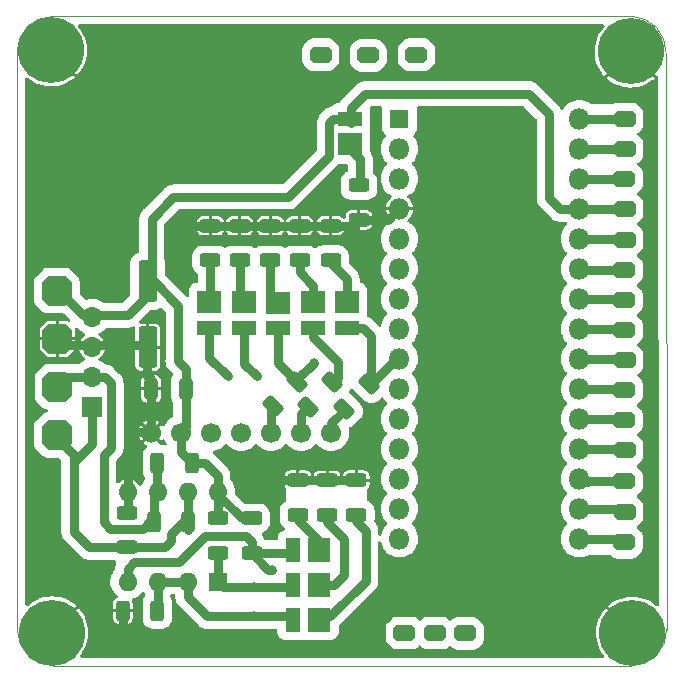
<source format=gtl>
G04 #@! TF.GenerationSoftware,KiCad,Pcbnew,(6.0.11)*
G04 #@! TF.CreationDate,2023-03-02T01:09:38+03:00*
G04 #@! TF.ProjectId,Device-1,44657669-6365-42d3-912e-6b696361645f,rev?*
G04 #@! TF.SameCoordinates,Original*
G04 #@! TF.FileFunction,Copper,L1,Top*
G04 #@! TF.FilePolarity,Positive*
%FSLAX46Y46*%
G04 Gerber Fmt 4.6, Leading zero omitted, Abs format (unit mm)*
G04 Created by KiCad (PCBNEW (6.0.11)) date 2023-03-02 01:09:38*
%MOMM*%
%LPD*%
G01*
G04 APERTURE LIST*
G04 Aperture macros list*
%AMRoundRect*
0 Rectangle with rounded corners*
0 $1 Rounding radius*
0 $2 $3 $4 $5 $6 $7 $8 $9 X,Y pos of 4 corners*
0 Add a 4 corners polygon primitive as box body*
4,1,4,$2,$3,$4,$5,$6,$7,$8,$9,$2,$3,0*
0 Add four circle primitives for the rounded corners*
1,1,$1+$1,$2,$3*
1,1,$1+$1,$4,$5*
1,1,$1+$1,$6,$7*
1,1,$1+$1,$8,$9*
0 Add four rect primitives between the rounded corners*
20,1,$1+$1,$2,$3,$4,$5,0*
20,1,$1+$1,$4,$5,$6,$7,0*
20,1,$1+$1,$6,$7,$8,$9,0*
20,1,$1+$1,$8,$9,$2,$3,0*%
%AMOutline5P*
0 Free polygon, 5 corners , with rotation*
0 The origin of the aperture is its center*
0 number of corners: always 5*
0 $1 to $10 corner X, Y*
0 $11 Rotation angle, in degrees counterclockwise*
0 create outline with 5 corners*
4,1,5,$1,$2,$3,$4,$5,$6,$7,$8,$9,$10,$1,$2,$11*%
%AMOutline6P*
0 Free polygon, 6 corners , with rotation*
0 The origin of the aperture is its center*
0 number of corners: always 6*
0 $1 to $12 corner X, Y*
0 $13 Rotation angle, in degrees counterclockwise*
0 create outline with 6 corners*
4,1,6,$1,$2,$3,$4,$5,$6,$7,$8,$9,$10,$11,$12,$1,$2,$13*%
%AMOutline7P*
0 Free polygon, 7 corners , with rotation*
0 The origin of the aperture is its center*
0 number of corners: always 7*
0 $1 to $14 corner X, Y*
0 $15 Rotation angle, in degrees counterclockwise*
0 create outline with 7 corners*
4,1,7,$1,$2,$3,$4,$5,$6,$7,$8,$9,$10,$11,$12,$13,$14,$1,$2,$15*%
%AMOutline8P*
0 Free polygon, 8 corners , with rotation*
0 The origin of the aperture is its center*
0 number of corners: always 8*
0 $1 to $16 corner X, Y*
0 $17 Rotation angle, in degrees counterclockwise*
0 create outline with 8 corners*
4,1,8,$1,$2,$3,$4,$5,$6,$7,$8,$9,$10,$11,$12,$13,$14,$15,$16,$1,$2,$17*%
G04 Aperture macros list end*
G04 #@! TA.AperFunction,Profile*
%ADD10C,0.100000*%
G04 #@! TD*
G04 #@! TA.AperFunction,SMDPad,CuDef*
%ADD11RoundRect,0.250000X-0.220971X0.662913X-0.662913X0.220971X0.220971X-0.662913X0.662913X-0.220971X0*%
G04 #@! TD*
G04 #@! TA.AperFunction,SMDPad,CuDef*
%ADD12RoundRect,0.250000X-0.550000X1.500000X-0.550000X-1.500000X0.550000X-1.500000X0.550000X1.500000X0*%
G04 #@! TD*
G04 #@! TA.AperFunction,ComponentPad*
%ADD13Outline8P,-0.900000X0.420000X-0.620000X0.700000X0.620000X0.700000X0.900000X0.420000X0.900000X-0.420000X0.620000X-0.700000X-0.620000X-0.700000X-0.900000X-0.420000X0.000000*%
G04 #@! TD*
G04 #@! TA.AperFunction,SMDPad,CuDef*
%ADD14R,2.000000X1.950000*%
G04 #@! TD*
G04 #@! TA.AperFunction,SMDPad,CuDef*
%ADD15R,2.000000X1.300000*%
G04 #@! TD*
G04 #@! TA.AperFunction,SMDPad,CuDef*
%ADD16RoundRect,0.250000X-0.625000X0.312500X-0.625000X-0.312500X0.625000X-0.312500X0.625000X0.312500X0*%
G04 #@! TD*
G04 #@! TA.AperFunction,SMDPad,CuDef*
%ADD17RoundRect,0.250000X0.625000X-0.312500X0.625000X0.312500X-0.625000X0.312500X-0.625000X-0.312500X0*%
G04 #@! TD*
G04 #@! TA.AperFunction,ComponentPad*
%ADD18R,1.700000X1.700000*%
G04 #@! TD*
G04 #@! TA.AperFunction,ComponentPad*
%ADD19O,1.700000X1.700000*%
G04 #@! TD*
G04 #@! TA.AperFunction,SMDPad,CuDef*
%ADD20R,1.950000X2.000000*%
G04 #@! TD*
G04 #@! TA.AperFunction,SMDPad,CuDef*
%ADD21R,1.300000X2.000000*%
G04 #@! TD*
G04 #@! TA.AperFunction,ComponentPad*
%ADD22C,5.600000*%
G04 #@! TD*
G04 #@! TA.AperFunction,SMDPad,CuDef*
%ADD23RoundRect,0.250000X0.325000X0.650000X-0.325000X0.650000X-0.325000X-0.650000X0.325000X-0.650000X0*%
G04 #@! TD*
G04 #@! TA.AperFunction,SMDPad,CuDef*
%ADD24RoundRect,0.250000X-0.312500X-0.625000X0.312500X-0.625000X0.312500X0.625000X-0.312500X0.625000X0*%
G04 #@! TD*
G04 #@! TA.AperFunction,SMDPad,CuDef*
%ADD25RoundRect,0.250000X0.312500X0.625000X-0.312500X0.625000X-0.312500X-0.625000X0.312500X-0.625000X0*%
G04 #@! TD*
G04 #@! TA.AperFunction,ComponentPad*
%ADD26R,1.600000X1.600000*%
G04 #@! TD*
G04 #@! TA.AperFunction,ComponentPad*
%ADD27O,1.800000X1.800000*%
G04 #@! TD*
G04 #@! TA.AperFunction,ComponentPad*
%ADD28Outline8P,-1.250000X0.750000X-0.750000X1.250000X0.750000X1.250000X1.250000X0.750000X1.250000X-0.750000X0.750000X-1.250000X-0.750000X-1.250000X-1.250000X-0.750000X0.000000*%
G04 #@! TD*
G04 #@! TA.AperFunction,ComponentPad*
%ADD29C,1.700000*%
G04 #@! TD*
G04 #@! TA.AperFunction,ComponentPad*
%ADD30O,1.600000X1.600000*%
G04 #@! TD*
G04 #@! TA.AperFunction,ViaPad*
%ADD31C,0.800000*%
G04 #@! TD*
G04 #@! TA.AperFunction,Conductor*
%ADD32C,0.750000*%
G04 #@! TD*
G04 APERTURE END LIST*
D10*
X12954000Y-16002000D02*
X13004370Y-64922400D01*
X66447246Y-64922400D02*
G75*
G03*
X66447246Y-64922400I-1524846J0D01*
G01*
X64973200Y-67970400D02*
G75*
G03*
X67970400Y-64871600I-50800J3048000D01*
G01*
X66447246Y-15951200D02*
G75*
G03*
X66447246Y-15951200I-1524846J0D01*
G01*
X16052800Y-67919600D02*
X64973200Y-67970400D01*
X17526846Y-64922400D02*
G75*
G03*
X17526846Y-64922400I-1524846J0D01*
G01*
X13004370Y-64922400D02*
G75*
G03*
X16052800Y-67919600I2997630J0D01*
G01*
X67919656Y-16051109D02*
G75*
G03*
X65024000Y-12954001I-2997256J99909D01*
G01*
X67970400Y-64871600D02*
X67919656Y-16051109D01*
X17526000Y-16002000D02*
G75*
G03*
X17526000Y-16002000I-1524000J0D01*
G01*
X65024000Y-12954001D02*
X16002000Y-12954000D01*
X16002000Y-12954000D02*
G75*
G03*
X12954000Y-16002000I0J-3048000D01*
G01*
D11*
X34602056Y-45941344D03*
X36670344Y-43873056D03*
X40672656Y-46169944D03*
X42740944Y-44101656D03*
X37599256Y-46017544D03*
X39667544Y-43949256D03*
D12*
X24028400Y-35376200D03*
X24028400Y-40976200D03*
D13*
X64414400Y-54889400D03*
X64389000Y-36957000D03*
D14*
X41173400Y-23799800D03*
D15*
X41173400Y-21615400D03*
D13*
X64389000Y-52324000D03*
X64414400Y-21640800D03*
D16*
X32842200Y-55458900D03*
X32842200Y-58383900D03*
D17*
X31820200Y-33612400D03*
X31820200Y-30687400D03*
D18*
X19304400Y-46014800D03*
D19*
X19304400Y-43474800D03*
X19304400Y-40934800D03*
X19304400Y-38394800D03*
D13*
X50927000Y-65201800D03*
X64389000Y-44577000D03*
X64389000Y-34417000D03*
D17*
X36753800Y-55147400D03*
X36753800Y-52222400D03*
D14*
X40919400Y-37160200D03*
D15*
X40919400Y-39344600D03*
D20*
X38531800Y-64084200D03*
D21*
X36347400Y-64084200D03*
D22*
X15925800Y-65125600D03*
D13*
X64414400Y-49682400D03*
D22*
X15824200Y-15824200D03*
D17*
X39217600Y-55158100D03*
X39217600Y-52233100D03*
D23*
X27256000Y-44500800D03*
X24306000Y-44500800D03*
D24*
X24851900Y-50774600D03*
X27776900Y-50774600D03*
D13*
X64389000Y-57480200D03*
D17*
X29331000Y-30680400D03*
X29331000Y-33605400D03*
X36900200Y-33605400D03*
X36900200Y-30680400D03*
D16*
X41910000Y-27264900D03*
X41910000Y-30189900D03*
D13*
X64389000Y-47117000D03*
D20*
X38511750Y-61061600D03*
D21*
X36327350Y-61061600D03*
D25*
X27472100Y-55778400D03*
X24547100Y-55778400D03*
D13*
X64414400Y-29260800D03*
X64414400Y-31851600D03*
D16*
X29997400Y-55458900D03*
X29997400Y-58383900D03*
D13*
X64389000Y-39497000D03*
D26*
X45349000Y-21615400D03*
D27*
X45349000Y-24155400D03*
X45349000Y-26695400D03*
X45349000Y-29235400D03*
X45349000Y-31775400D03*
X45349000Y-34315400D03*
X45349000Y-36855400D03*
X45349000Y-39395400D03*
X45349000Y-41935400D03*
X45349000Y-44475400D03*
X45349000Y-47015400D03*
X45349000Y-49555400D03*
X45349000Y-52095400D03*
X45349000Y-54635400D03*
X45349000Y-57175400D03*
X60589000Y-57175400D03*
X60589000Y-54635400D03*
X60589000Y-52095400D03*
X60589000Y-49555400D03*
X60589000Y-47015400D03*
X60589000Y-44475400D03*
X60589000Y-41935400D03*
X60589000Y-39395400D03*
X60589000Y-36855400D03*
X60589000Y-34315400D03*
X60589000Y-31775400D03*
X60589000Y-29235400D03*
X60589000Y-26695400D03*
X60589000Y-24155400D03*
X60589000Y-21615400D03*
D17*
X34411000Y-33605400D03*
X34411000Y-30680400D03*
X39522400Y-33593500D03*
X39522400Y-30668500D03*
D13*
X64389000Y-26695400D03*
D24*
X21930900Y-63271400D03*
X24855900Y-63271400D03*
D13*
X38684200Y-16205200D03*
X48361600Y-65176400D03*
D14*
X38023800Y-37160200D03*
D15*
X38023800Y-39344600D03*
D17*
X41681400Y-52222400D03*
X41681400Y-55147400D03*
D13*
X46786800Y-16205200D03*
D22*
X65049400Y-65151000D03*
D14*
X35077400Y-37185600D03*
D15*
X35077400Y-39370000D03*
D20*
X38537150Y-58160000D03*
D21*
X36352750Y-58160000D03*
D22*
X64922400Y-15925800D03*
D13*
X45770800Y-65176400D03*
D16*
X22275800Y-54976300D03*
X22275800Y-57901300D03*
D14*
X32156400Y-37160200D03*
D15*
X32156400Y-39344600D03*
D13*
X64414400Y-42062400D03*
X42697400Y-16256000D03*
D28*
X16332200Y-48399700D03*
X16383000Y-44310300D03*
X16383000Y-40271700D03*
X16332200Y-36182300D03*
D13*
X64414400Y-24180800D03*
D14*
X29235400Y-37160200D03*
D15*
X29235400Y-39344600D03*
D29*
X24333200Y-48209200D03*
X26873200Y-48209200D03*
X29413200Y-48209200D03*
X31953200Y-48209200D03*
X34493200Y-48209200D03*
X37033200Y-48209200D03*
X39573200Y-48209200D03*
D26*
X29972000Y-60807600D03*
D30*
X27432000Y-60807600D03*
X24892000Y-60807600D03*
X22352000Y-60807600D03*
X22352000Y-53187600D03*
X24892000Y-53187600D03*
X27432000Y-53187600D03*
X29972000Y-53187600D03*
D31*
X38100000Y-42265600D03*
X39649400Y-41732200D03*
X26466800Y-30657800D03*
X21945600Y-65430400D03*
X34036000Y-52222400D03*
X33274000Y-43434000D03*
X30810200Y-43434000D03*
X33070800Y-61264800D03*
X34518600Y-59791600D03*
X33045400Y-63754000D03*
D32*
X37033200Y-46583600D02*
X37599256Y-46017544D01*
X37033200Y-48209200D02*
X37033200Y-46583600D01*
X36670344Y-43695256D02*
X38100000Y-42265600D01*
X36670344Y-43873056D02*
X36670344Y-43695256D01*
X35077400Y-42280112D02*
X36670344Y-43873056D01*
X35077400Y-39370000D02*
X35077400Y-42280112D01*
X39649400Y-41732200D02*
X40157400Y-42240200D01*
X40157400Y-42240200D02*
X40157400Y-43611800D01*
X38023800Y-39344600D02*
X38023800Y-40106600D01*
X38023800Y-40106600D02*
X39649400Y-41732200D01*
X42900600Y-40005000D02*
X42900600Y-44094400D01*
X42240200Y-39344600D02*
X42900600Y-40005000D01*
X40919400Y-39344600D02*
X42240200Y-39344600D01*
X39573200Y-47421800D02*
X40832312Y-46162688D01*
X39573200Y-48209200D02*
X39573200Y-47421800D01*
X34493200Y-48209200D02*
X34493200Y-45923200D01*
X45059600Y-41935400D02*
X42900600Y-44094400D01*
X45349000Y-41935400D02*
X45059600Y-41935400D01*
X58013600Y-21209000D02*
X58013600Y-28346400D01*
X24384000Y-36220400D02*
X24384000Y-30073600D01*
X28905200Y-50774600D02*
X29972000Y-51841400D01*
X29972000Y-51841400D02*
X29972000Y-53187600D01*
X31989300Y-55458900D02*
X32842200Y-55458900D01*
X16306800Y-35991800D02*
X18567400Y-38252400D01*
X27256000Y-44500800D02*
X27256000Y-42800800D01*
X42443400Y-19507200D02*
X56311800Y-19507200D01*
X29972000Y-53441600D02*
X31989300Y-55458900D01*
X26847800Y-49845500D02*
X27776900Y-50774600D01*
X35915600Y-28244800D02*
X39420800Y-24739600D01*
X26593800Y-42138600D02*
X26593800Y-37465000D01*
X39751000Y-21615400D02*
X41173400Y-21615400D01*
X29972000Y-55433500D02*
X29997400Y-55458900D01*
X27256000Y-44500800D02*
X27256000Y-47743600D01*
X56311800Y-19507200D02*
X58013600Y-21209000D01*
X29972000Y-53187600D02*
X29972000Y-53441600D01*
X39420800Y-24739600D02*
X39420800Y-21945600D01*
X27776900Y-50774600D02*
X28905200Y-50774600D01*
X64389000Y-29235400D02*
X64414400Y-29260800D01*
X29972000Y-53187600D02*
X29972000Y-55433500D01*
X39420800Y-21945600D02*
X39751000Y-21615400D01*
X26847800Y-48151800D02*
X26847800Y-49845500D01*
X27256000Y-42800800D02*
X26593800Y-42138600D01*
X18567400Y-38252400D02*
X22352000Y-38252400D01*
X24530400Y-35401600D02*
X24358600Y-35401600D01*
X60589000Y-29235400D02*
X64389000Y-29235400D01*
X26212800Y-28244800D02*
X35915600Y-28244800D01*
X58953400Y-29286200D02*
X60487400Y-29286200D01*
X22352000Y-38252400D02*
X24384000Y-36220400D01*
X41224200Y-20726400D02*
X42443400Y-19507200D01*
X24384000Y-30073600D02*
X26212800Y-28244800D01*
X58013600Y-28346400D02*
X58953400Y-29286200D01*
X26593800Y-37465000D02*
X24530400Y-35401600D01*
X41224200Y-21945600D02*
X41224200Y-20726400D01*
X27256000Y-47743600D02*
X26847800Y-48151800D01*
X26489400Y-30680400D02*
X26466800Y-30657800D01*
X18847200Y-40807800D02*
X16246000Y-40807800D01*
X24306000Y-43686200D02*
X24003000Y-43383200D01*
X24164800Y-40807800D02*
X24358600Y-41001600D01*
X21945600Y-63286100D02*
X21930900Y-63271400D01*
X36900200Y-30680400D02*
X39510500Y-30680400D01*
X39217600Y-52233100D02*
X41670700Y-52233100D01*
X24306000Y-44500800D02*
X24306000Y-48150000D01*
X34382600Y-30652000D02*
X34411000Y-30680400D01*
X29331000Y-30680400D02*
X31813200Y-30680400D01*
X39510500Y-30680400D02*
X39522400Y-30668500D01*
X31737000Y-30604200D02*
X31820200Y-30687400D01*
X39522400Y-30668500D02*
X41431400Y-30668500D01*
X39206900Y-52222400D02*
X39217600Y-52233100D01*
X23069800Y-48151800D02*
X22352000Y-48869600D01*
X34487200Y-30756600D02*
X34411000Y-30680400D01*
X21945600Y-65430400D02*
X21945600Y-63286100D01*
X31820200Y-30687400D02*
X34404000Y-30687400D01*
X24561800Y-48405800D02*
X24307800Y-48151800D01*
X29331000Y-30680400D02*
X26489400Y-30680400D01*
X24003000Y-43383200D02*
X24003000Y-41001600D01*
X41431400Y-30668500D02*
X41910000Y-30189900D01*
X34404000Y-30687400D02*
X34411000Y-30680400D01*
X24306000Y-44500800D02*
X24306000Y-43686200D01*
X22352000Y-48869600D02*
X22352000Y-53187600D01*
X36753800Y-52222400D02*
X39206900Y-52222400D01*
X37074300Y-30680400D02*
X36900200Y-30680400D01*
X36900200Y-30680400D02*
X34411000Y-30680400D01*
X34036000Y-52222400D02*
X36753800Y-52222400D01*
X24307800Y-48151800D02*
X23069800Y-48151800D01*
X29230000Y-30781400D02*
X29331000Y-30680400D01*
X22352000Y-54900100D02*
X22275800Y-54976300D01*
X36824000Y-30604200D02*
X36900200Y-30680400D01*
X41910000Y-30189900D02*
X44343700Y-30189900D01*
X31813200Y-30680400D02*
X31820200Y-30687400D01*
X18847200Y-40807800D02*
X24164800Y-40807800D01*
X23975800Y-47819800D02*
X24307800Y-48151800D01*
X41670700Y-52233100D02*
X41681400Y-52222400D01*
X24306000Y-48150000D02*
X24307800Y-48151800D01*
X22352000Y-53187600D02*
X22352000Y-54900100D01*
X44343700Y-30189900D02*
X45247400Y-29286200D01*
X24003000Y-41001600D02*
X24028400Y-40976200D01*
X39598600Y-48101000D02*
X39547800Y-48151800D01*
X36982400Y-48126400D02*
X37007800Y-48151800D01*
X32156400Y-39344600D02*
X32192000Y-39380200D01*
X33274000Y-43434000D02*
X32217400Y-42377400D01*
X32192000Y-39380200D02*
X32192000Y-42377400D01*
X32217400Y-42377400D02*
X32192000Y-42377400D01*
X34442400Y-48126400D02*
X34467800Y-48151800D01*
X29413200Y-48126400D02*
X29387800Y-48151800D01*
X29235400Y-39344600D02*
X29235400Y-41859200D01*
X30810200Y-43434000D02*
X29235400Y-41859200D01*
X29972000Y-60807600D02*
X30429200Y-61264800D01*
X36124150Y-61264800D02*
X36327350Y-61061600D01*
X33070800Y-61264800D02*
X36124150Y-61264800D01*
X29997400Y-60782200D02*
X29972000Y-60807600D01*
X30429200Y-61264800D02*
X33070800Y-61264800D01*
X29997400Y-58383900D02*
X29997400Y-60782200D01*
X36316650Y-58383900D02*
X36352750Y-58420000D01*
X26670000Y-59131200D02*
X22910800Y-59131200D01*
X34249900Y-59791600D02*
X32842200Y-58383900D01*
X22326600Y-59715400D02*
X22326600Y-60782200D01*
X34518600Y-59791600D02*
X34249900Y-59791600D01*
X32842200Y-57454800D02*
X32334200Y-56946800D01*
X32842200Y-58383900D02*
X36316650Y-58383900D01*
X32334200Y-56946800D02*
X28854400Y-56946800D01*
X22910800Y-59131200D02*
X22326600Y-59715400D01*
X22326600Y-60782200D02*
X22352000Y-60807600D01*
X28854400Y-56946800D02*
X26670000Y-59131200D01*
X32842200Y-58383900D02*
X32842200Y-57454800D01*
X33045400Y-63754000D02*
X36378150Y-63754000D01*
X24892000Y-60807600D02*
X27432000Y-60807600D01*
X27432000Y-62103000D02*
X29083000Y-63754000D01*
X27432000Y-60807600D02*
X27432000Y-62103000D01*
X29083000Y-63754000D02*
X33045400Y-63754000D01*
X24892000Y-63235300D02*
X24855900Y-63271400D01*
X24892000Y-60807600D02*
X24892000Y-63235300D01*
X41910000Y-27264900D02*
X42037000Y-27137900D01*
X42037000Y-25059700D02*
X41198800Y-24221500D01*
X42037000Y-27137900D02*
X42037000Y-25059700D01*
X29331000Y-33605400D02*
X29331000Y-37064600D01*
X29331000Y-37064600D02*
X29235400Y-37160200D01*
X42494200Y-56489600D02*
X42494200Y-60756800D01*
X39497000Y-63754000D02*
X38562550Y-63754000D01*
X41681400Y-55676800D02*
X42494200Y-56489600D01*
X41681400Y-55147400D02*
X41681400Y-55676800D01*
X42494200Y-60756800D02*
X39497000Y-63754000D01*
X31820200Y-36824000D02*
X32156400Y-37160200D01*
X31820200Y-33612400D02*
X31820200Y-36824000D01*
X31820200Y-36979400D02*
X31845600Y-37004800D01*
X38537150Y-57409350D02*
X38537150Y-58420000D01*
X36753800Y-55626000D02*
X38537150Y-57409350D01*
X36753800Y-55147400D02*
X36753800Y-55626000D01*
X34411000Y-36979400D02*
X34385600Y-37004800D01*
X34411000Y-33605400D02*
X34411000Y-36519200D01*
X34411000Y-36519200D02*
X35077400Y-37185600D01*
X39217600Y-55803800D02*
X40640000Y-57226200D01*
X39217600Y-55158100D02*
X39217600Y-55803800D01*
X40640000Y-57226200D02*
X40640000Y-60248800D01*
X39827200Y-61061600D02*
X38511750Y-61061600D01*
X40640000Y-60248800D02*
X39827200Y-61061600D01*
X38537150Y-61087000D02*
X38511750Y-61061600D01*
X38023800Y-35763200D02*
X38023800Y-37160200D01*
X36900200Y-34639600D02*
X38023800Y-35763200D01*
X36900200Y-33605400D02*
X36900200Y-34639600D01*
X36830000Y-33675600D02*
X36900200Y-33605400D01*
X39522400Y-33593500D02*
X39522400Y-33832800D01*
X39522400Y-33832800D02*
X40919400Y-35229800D01*
X40919400Y-35229800D02*
X40919400Y-37160200D01*
X39452200Y-33663700D02*
X39522400Y-33593500D01*
X17754600Y-50698400D02*
X19304400Y-49148600D01*
X25461500Y-57901300D02*
X22275800Y-57901300D01*
X27432000Y-55738300D02*
X27472100Y-55778400D01*
X27025600Y-55778400D02*
X26009600Y-56794400D01*
X27472100Y-55778400D02*
X27025600Y-55778400D01*
X19064700Y-57901300D02*
X17780000Y-56616600D01*
X17780000Y-56616600D02*
X17780000Y-53009800D01*
X26009600Y-57353200D02*
X25461500Y-57901300D01*
X17754600Y-52984400D02*
X17754600Y-51739800D01*
X19304400Y-49148600D02*
X19304400Y-46014800D01*
X27472100Y-55778400D02*
X27472100Y-56449500D01*
X27432000Y-53187600D02*
X27432000Y-55738300D01*
X17754600Y-50076100D02*
X16205200Y-48526700D01*
X22275800Y-57901300D02*
X19064700Y-57901300D01*
X26009600Y-56794400D02*
X26009600Y-57353200D01*
X17780000Y-53009800D02*
X17754600Y-52984400D01*
X17754600Y-51130200D02*
X17754600Y-51739800D01*
X17754600Y-50698400D02*
X17754600Y-50076100D01*
X17754600Y-51739800D02*
X17754600Y-50698400D01*
X19304400Y-43474800D02*
X17218500Y-43474800D01*
X20320000Y-50088800D02*
X20320000Y-55803800D01*
X19304400Y-43474800D02*
X20386200Y-43474800D01*
X20386200Y-43474800D02*
X20929600Y-44018200D01*
X20320000Y-55803800D02*
X20878800Y-56362600D01*
X17218500Y-43474800D02*
X16383000Y-44310300D01*
X23596600Y-56362600D02*
X24180800Y-55778400D01*
X20878800Y-56362600D02*
X23596600Y-56362600D01*
X20929600Y-44018200D02*
X20929600Y-49479200D01*
X24547100Y-53532500D02*
X24892000Y-53187600D01*
X24851900Y-50774600D02*
X24851900Y-53147500D01*
X24851900Y-53147500D02*
X24892000Y-53187600D01*
X24547100Y-56021700D02*
X24547100Y-55778400D01*
X20929600Y-49479200D02*
X20320000Y-50088800D01*
X24547100Y-55778400D02*
X24547100Y-53532500D01*
X24180800Y-55778400D02*
X24547100Y-55778400D01*
X64084200Y-57175400D02*
X64389000Y-57480200D01*
X60589000Y-57175400D02*
X64084200Y-57175400D01*
X60589000Y-54635400D02*
X64160400Y-54635400D01*
X64160400Y-54635400D02*
X64414400Y-54889400D01*
X61341000Y-52349400D02*
X61366400Y-52324000D01*
X61087000Y-52095400D02*
X61341000Y-52349400D01*
X60589000Y-52095400D02*
X61087000Y-52095400D01*
X61366400Y-52324000D02*
X64389000Y-52324000D01*
X64287400Y-49555400D02*
X64414400Y-49682400D01*
X60589000Y-49555400D02*
X64287400Y-49555400D01*
X64287400Y-47015400D02*
X64389000Y-47117000D01*
X60589000Y-47015400D02*
X64287400Y-47015400D01*
X60589000Y-44475400D02*
X64287400Y-44475400D01*
X64287400Y-44475400D02*
X64389000Y-44577000D01*
X64287400Y-41935400D02*
X64414400Y-42062400D01*
X60589000Y-41935400D02*
X64287400Y-41935400D01*
X64287400Y-39395400D02*
X64389000Y-39497000D01*
X60589000Y-39395400D02*
X64287400Y-39395400D01*
X64287400Y-36855400D02*
X64389000Y-36957000D01*
X60589000Y-36855400D02*
X64287400Y-36855400D01*
X64389000Y-34417000D02*
X60690600Y-34417000D01*
X60690600Y-34417000D02*
X60589000Y-34315400D01*
X64338200Y-31775400D02*
X64414400Y-31851600D01*
X60589000Y-31775400D02*
X64338200Y-31775400D01*
X60589000Y-26695400D02*
X64389000Y-26695400D01*
X64389000Y-24155400D02*
X64414400Y-24180800D01*
X60589000Y-24155400D02*
X64389000Y-24155400D01*
X64389000Y-21615400D02*
X64414400Y-21640800D01*
X60589000Y-21615400D02*
X64389000Y-21615400D01*
G04 #@! TA.AperFunction,Conductor*
G36*
X62590538Y-13634501D02*
G01*
X62658659Y-13654503D01*
X62705152Y-13708159D01*
X62715256Y-13778433D01*
X62683583Y-13845463D01*
X62552813Y-13988674D01*
X62548369Y-13994123D01*
X62351655Y-14264877D01*
X62347838Y-14270799D01*
X62182534Y-14561788D01*
X62179404Y-14568093D01*
X62047560Y-14875708D01*
X62045158Y-14882309D01*
X61948426Y-15202697D01*
X61946771Y-15209540D01*
X61886357Y-15538706D01*
X61885474Y-15545700D01*
X61862129Y-15879546D01*
X61862031Y-15886591D01*
X61876046Y-16220966D01*
X61876731Y-16227956D01*
X61927933Y-16558706D01*
X61929393Y-16565573D01*
X62017145Y-16888552D01*
X62019359Y-16895208D01*
X62142564Y-17206389D01*
X62145518Y-17212782D01*
X62302632Y-17508270D01*
X62306279Y-17514293D01*
X62495357Y-17790434D01*
X62499651Y-17796009D01*
X62659933Y-17981697D01*
X62672975Y-17990114D01*
X62683006Y-17984175D01*
X63168068Y-17499113D01*
X63230380Y-17465087D01*
X63301195Y-17470152D01*
X63351912Y-17505150D01*
X63354555Y-17508165D01*
X63384418Y-17572575D01*
X63374719Y-17642906D01*
X63348901Y-17680318D01*
X62866656Y-18162563D01*
X62859042Y-18176507D01*
X62859081Y-18177052D01*
X62864683Y-18185412D01*
X62968768Y-18281795D01*
X62974210Y-18286297D01*
X63243572Y-18484889D01*
X63249462Y-18488743D01*
X63539299Y-18656080D01*
X63545568Y-18659247D01*
X63852264Y-18793240D01*
X63858847Y-18795688D01*
X64178562Y-18894656D01*
X64185377Y-18896355D01*
X64514137Y-18959069D01*
X64521086Y-18959996D01*
X64854802Y-18985675D01*
X64861809Y-18985821D01*
X65196295Y-18974141D01*
X65203291Y-18973504D01*
X65534370Y-18924615D01*
X65541269Y-18923199D01*
X65864853Y-18837704D01*
X65871513Y-18835540D01*
X66183556Y-18714506D01*
X66189955Y-18711603D01*
X66486545Y-18556549D01*
X66492590Y-18552946D01*
X66770051Y-18365797D01*
X66775644Y-18361552D01*
X66978745Y-18188700D01*
X66987177Y-18175832D01*
X66981148Y-18165567D01*
X66495899Y-17680318D01*
X66461873Y-17618006D01*
X66466938Y-17547191D01*
X66490245Y-17508165D01*
X66492888Y-17505150D01*
X66552834Y-17467110D01*
X66623829Y-17467518D01*
X66676732Y-17499113D01*
X67159271Y-17981652D01*
X67175674Y-17990609D01*
X67225876Y-18040812D01*
X67241287Y-18101063D01*
X67287117Y-62194850D01*
X67287716Y-62770947D01*
X67267785Y-62839089D01*
X67214177Y-62885637D01*
X67143914Y-62895814D01*
X67077406Y-62864715D01*
X66969928Y-62767942D01*
X66964452Y-62763539D01*
X66692328Y-62568716D01*
X66686396Y-62564951D01*
X66394248Y-62401677D01*
X66387930Y-62398595D01*
X66079397Y-62268899D01*
X66072783Y-62266543D01*
X65751706Y-62172046D01*
X65744884Y-62170446D01*
X65415271Y-62112326D01*
X65408302Y-62111495D01*
X65074286Y-62090481D01*
X65067254Y-62090432D01*
X64732965Y-62106780D01*
X64725987Y-62107514D01*
X64395610Y-62161024D01*
X64388742Y-62162534D01*
X64066396Y-62252535D01*
X64059740Y-62254801D01*
X63749432Y-62380173D01*
X63743077Y-62383163D01*
X63448673Y-62542347D01*
X63442684Y-62546031D01*
X63167859Y-62737040D01*
X63162328Y-62741361D01*
X62993841Y-62888860D01*
X62985443Y-62902074D01*
X62991288Y-62911869D01*
X63313298Y-63233879D01*
X63347324Y-63296191D01*
X63342259Y-63367006D01*
X63318952Y-63406032D01*
X63316309Y-63409047D01*
X63256363Y-63447087D01*
X63185368Y-63446679D01*
X63132465Y-63415084D01*
X62812637Y-63095256D01*
X62798693Y-63087642D01*
X62798384Y-63087664D01*
X62789713Y-63093518D01*
X62679813Y-63213874D01*
X62675369Y-63219323D01*
X62478655Y-63490077D01*
X62474838Y-63495999D01*
X62309534Y-63786988D01*
X62306404Y-63793293D01*
X62174560Y-64100908D01*
X62172158Y-64107509D01*
X62075426Y-64427897D01*
X62073771Y-64434740D01*
X62013357Y-64763906D01*
X62012474Y-64770900D01*
X61989129Y-65104746D01*
X61989031Y-65111791D01*
X62003046Y-65446166D01*
X62003731Y-65453156D01*
X62054933Y-65783906D01*
X62056393Y-65790773D01*
X62144145Y-66113752D01*
X62146359Y-66120408D01*
X62269564Y-66431589D01*
X62272518Y-66437982D01*
X62429632Y-66733470D01*
X62433279Y-66739493D01*
X62622357Y-67015634D01*
X62626644Y-67021200D01*
X62676608Y-67079083D01*
X62705978Y-67143720D01*
X62695741Y-67213975D01*
X62649146Y-67267542D01*
X62581096Y-67287415D01*
X18410918Y-67241547D01*
X18342818Y-67221474D01*
X18296381Y-67167770D01*
X18286350Y-67097486D01*
X18310157Y-67040070D01*
X18473109Y-66822248D01*
X18476999Y-66816394D01*
X18646356Y-66527730D01*
X18649571Y-66521476D01*
X18785696Y-66215734D01*
X18788193Y-66209159D01*
X18889388Y-65890154D01*
X18891140Y-65883331D01*
X18956143Y-65555035D01*
X18957121Y-65548079D01*
X18985239Y-65213245D01*
X18985452Y-65208879D01*
X18986585Y-65127778D01*
X18986494Y-65123428D01*
X18967736Y-64787927D01*
X18966952Y-64780937D01*
X18911140Y-64450957D01*
X18909582Y-64444098D01*
X18817328Y-64122371D01*
X18815025Y-64115758D01*
X18742944Y-63940875D01*
X21112401Y-63940875D01*
X21112771Y-63947696D01*
X21118269Y-63998316D01*
X21121896Y-64013573D01*
X21166850Y-64133488D01*
X21175382Y-64149074D01*
X21251543Y-64250694D01*
X21264106Y-64263257D01*
X21365726Y-64339418D01*
X21381312Y-64347950D01*
X21501232Y-64392906D01*
X21516477Y-64396531D01*
X21567108Y-64402031D01*
X21573922Y-64402400D01*
X21784785Y-64402400D01*
X21800024Y-64397925D01*
X21801229Y-64396535D01*
X21802900Y-64388852D01*
X21802900Y-64384284D01*
X22058900Y-64384284D01*
X22063375Y-64399523D01*
X22064765Y-64400728D01*
X22072448Y-64402399D01*
X22287875Y-64402399D01*
X22294696Y-64402029D01*
X22345316Y-64396531D01*
X22360573Y-64392904D01*
X22480488Y-64347950D01*
X22496074Y-64339418D01*
X22597694Y-64263257D01*
X22610257Y-64250694D01*
X22686418Y-64149074D01*
X22694950Y-64133488D01*
X22739906Y-64013568D01*
X22743531Y-63998323D01*
X22749031Y-63947692D01*
X22749400Y-63940878D01*
X22749400Y-63417515D01*
X22744925Y-63402276D01*
X22743535Y-63401071D01*
X22735852Y-63399400D01*
X22077015Y-63399400D01*
X22061776Y-63403875D01*
X22060571Y-63405265D01*
X22058900Y-63412948D01*
X22058900Y-64384284D01*
X21802900Y-64384284D01*
X21802900Y-63417515D01*
X21798425Y-63402276D01*
X21797035Y-63401071D01*
X21789352Y-63399400D01*
X21130516Y-63399400D01*
X21115277Y-63403875D01*
X21114072Y-63405265D01*
X21112401Y-63412948D01*
X21112401Y-63940875D01*
X18742944Y-63940875D01*
X18687484Y-63806319D01*
X18684444Y-63799974D01*
X18523214Y-63506700D01*
X18519489Y-63500739D01*
X18326569Y-63227257D01*
X18322211Y-63221758D01*
X18187717Y-63070273D01*
X18174331Y-63061897D01*
X18164772Y-63067647D01*
X17803802Y-63428617D01*
X17741490Y-63462643D01*
X17670675Y-63457578D01*
X17619960Y-63422582D01*
X17617315Y-63419565D01*
X17587452Y-63355155D01*
X17597151Y-63284824D01*
X17622969Y-63247412D01*
X17981649Y-62888732D01*
X17989263Y-62874788D01*
X17989258Y-62874714D01*
X17983151Y-62865736D01*
X17846339Y-62742551D01*
X17840852Y-62738139D01*
X17568728Y-62543316D01*
X17562796Y-62539551D01*
X17270648Y-62376277D01*
X17264330Y-62373195D01*
X16955797Y-62243499D01*
X16949183Y-62241143D01*
X16628106Y-62146646D01*
X16621284Y-62145046D01*
X16291671Y-62086926D01*
X16284702Y-62086095D01*
X15950686Y-62065081D01*
X15943654Y-62065032D01*
X15609365Y-62081380D01*
X15602387Y-62082114D01*
X15272010Y-62135624D01*
X15265142Y-62137134D01*
X14942796Y-62227135D01*
X14936140Y-62229401D01*
X14625832Y-62354773D01*
X14619477Y-62357763D01*
X14325073Y-62516947D01*
X14319084Y-62520631D01*
X14044259Y-62711640D01*
X14038739Y-62715953D01*
X13891629Y-62844737D01*
X13827198Y-62874557D01*
X13756874Y-62864810D01*
X13702983Y-62818590D01*
X13682634Y-62750062D01*
X13682595Y-62712322D01*
X13667017Y-47583225D01*
X14401700Y-47583225D01*
X14401701Y-49216171D01*
X14404772Y-49254571D01*
X14406427Y-49260460D01*
X14406428Y-49260464D01*
X14418266Y-49302578D01*
X14449342Y-49413134D01*
X14530447Y-49556487D01*
X14554013Y-49583885D01*
X15148021Y-50177892D01*
X15177341Y-50202870D01*
X15182675Y-50205864D01*
X15182679Y-50205866D01*
X15314354Y-50279758D01*
X15314358Y-50279760D01*
X15320977Y-50283474D01*
X15328294Y-50285503D01*
X15328296Y-50285504D01*
X15473751Y-50325843D01*
X15473753Y-50325843D01*
X15479694Y-50327491D01*
X15497726Y-50328847D01*
X15513364Y-50330023D01*
X15513378Y-50330024D01*
X15515725Y-50330200D01*
X15559052Y-50330200D01*
X16463806Y-50330199D01*
X16531927Y-50350201D01*
X16552901Y-50367104D01*
X16662195Y-50476398D01*
X16696221Y-50538710D01*
X16699100Y-50565493D01*
X16699100Y-50638098D01*
X16698455Y-50650831D01*
X16693999Y-50694698D01*
X16694579Y-50700829D01*
X16698541Y-50742747D01*
X16699100Y-50754605D01*
X16699100Y-52919994D01*
X16698363Y-52933602D01*
X16694051Y-52973293D01*
X16694588Y-52979432D01*
X16694588Y-52979438D01*
X16698623Y-53025560D01*
X16698953Y-53030392D01*
X16699100Y-53033397D01*
X16699100Y-53036485D01*
X16699401Y-53039551D01*
X16703495Y-53081315D01*
X16703616Y-53082626D01*
X16712092Y-53179500D01*
X16713648Y-53184855D01*
X16714192Y-53190406D01*
X16715975Y-53196311D01*
X16715975Y-53196312D01*
X16719122Y-53206735D01*
X16724500Y-53243153D01*
X16724500Y-56552194D01*
X16723763Y-56565802D01*
X16721146Y-56589894D01*
X16719451Y-56605493D01*
X16719988Y-56611632D01*
X16719988Y-56611638D01*
X16724023Y-56657760D01*
X16724353Y-56662592D01*
X16724500Y-56665597D01*
X16724500Y-56668685D01*
X16726619Y-56690300D01*
X16728895Y-56713515D01*
X16729016Y-56714826D01*
X16737492Y-56811700D01*
X16739048Y-56817055D01*
X16739592Y-56822606D01*
X16754922Y-56873380D01*
X16767708Y-56915730D01*
X16768079Y-56916984D01*
X16795241Y-57010475D01*
X16797808Y-57015428D01*
X16799420Y-57020766D01*
X16802312Y-57026205D01*
X16845065Y-57106612D01*
X16845679Y-57107780D01*
X16885945Y-57185460D01*
X16890500Y-57194248D01*
X16893980Y-57198608D01*
X16896598Y-57203531D01*
X16903963Y-57212561D01*
X16958100Y-57278940D01*
X16958929Y-57279968D01*
X16989437Y-57318186D01*
X16989444Y-57318194D01*
X16991633Y-57320936D01*
X16994126Y-57323429D01*
X16995158Y-57324583D01*
X16998846Y-57328899D01*
X17027424Y-57363940D01*
X17032169Y-57367865D01*
X17064609Y-57394702D01*
X17073389Y-57402692D01*
X18272803Y-58602106D01*
X18281905Y-58612250D01*
X18303061Y-58638564D01*
X18303069Y-58638573D01*
X18306925Y-58643368D01*
X18347116Y-58677092D01*
X18350764Y-58680275D01*
X18352996Y-58682299D01*
X18355178Y-58684481D01*
X18390000Y-58713084D01*
X18390923Y-58713851D01*
X18460765Y-58772456D01*
X18460774Y-58772462D01*
X18465492Y-58776421D01*
X18470379Y-58779107D01*
X18474689Y-58782648D01*
X18480123Y-58785562D01*
X18480125Y-58785563D01*
X18560532Y-58828676D01*
X18561525Y-58829215D01*
X18646882Y-58876141D01*
X18652199Y-58877828D01*
X18657114Y-58880463D01*
X18663004Y-58882264D01*
X18663007Y-58882265D01*
X18721840Y-58900252D01*
X18750145Y-58908905D01*
X18751349Y-58909280D01*
X18844187Y-58938730D01*
X18849731Y-58939352D01*
X18855063Y-58940982D01*
X18861188Y-58941604D01*
X18861192Y-58941605D01*
X18917858Y-58947361D01*
X18951904Y-58950819D01*
X18953085Y-58950945D01*
X18984279Y-58954444D01*
X19001784Y-58956408D01*
X19001789Y-58956408D01*
X19005281Y-58956800D01*
X19008805Y-58956800D01*
X19010345Y-58956886D01*
X19016043Y-58957335D01*
X19025773Y-58958323D01*
X19054870Y-58961279D01*
X19054874Y-58961279D01*
X19060997Y-58961901D01*
X19109047Y-58957359D01*
X19120904Y-58956800D01*
X21045131Y-58956800D01*
X21113252Y-58976802D01*
X21124426Y-58984880D01*
X21136090Y-58994326D01*
X21136095Y-58994329D01*
X21141222Y-58998481D01*
X21315502Y-59087281D01*
X21314507Y-59089234D01*
X21362838Y-59126146D01*
X21387007Y-59192902D01*
X21371662Y-59261380D01*
X21351759Y-59297582D01*
X21350072Y-59302899D01*
X21347437Y-59307814D01*
X21345636Y-59313704D01*
X21345635Y-59313707D01*
X21329399Y-59366813D01*
X21319141Y-59400368D01*
X21319004Y-59400815D01*
X21318620Y-59402049D01*
X21289170Y-59494887D01*
X21288548Y-59500431D01*
X21286918Y-59505763D01*
X21286296Y-59511888D01*
X21286295Y-59511892D01*
X21277089Y-59602529D01*
X21276953Y-59603803D01*
X21271100Y-59655981D01*
X21271100Y-59659505D01*
X21271014Y-59661045D01*
X21270566Y-59666741D01*
X21265999Y-59711698D01*
X21267557Y-59728181D01*
X21268265Y-59735672D01*
X21254762Y-59805373D01*
X21233918Y-59834580D01*
X21201064Y-59868960D01*
X21197492Y-59872698D01*
X21060301Y-60073813D01*
X20957799Y-60294634D01*
X20892740Y-60529231D01*
X20892192Y-60534359D01*
X20892191Y-60534364D01*
X20868679Y-60754371D01*
X20866869Y-60771304D01*
X20867166Y-60776456D01*
X20867166Y-60776460D01*
X20880586Y-61009193D01*
X20880587Y-61009199D01*
X20880884Y-61014352D01*
X20934405Y-61251847D01*
X21025998Y-61477412D01*
X21028695Y-61481813D01*
X21028696Y-61481815D01*
X21069684Y-61548701D01*
X21153201Y-61684988D01*
X21312598Y-61869002D01*
X21436397Y-61971781D01*
X21437296Y-61972528D01*
X21476931Y-62031430D01*
X21478429Y-62102411D01*
X21441315Y-62162934D01*
X21401040Y-62187454D01*
X21381311Y-62194850D01*
X21365726Y-62203382D01*
X21264106Y-62279543D01*
X21251543Y-62292106D01*
X21175382Y-62393726D01*
X21166850Y-62409312D01*
X21121894Y-62529232D01*
X21118269Y-62544477D01*
X21112769Y-62595108D01*
X21112400Y-62601922D01*
X21112400Y-63125285D01*
X21116875Y-63140524D01*
X21118265Y-63141729D01*
X21125948Y-63143400D01*
X22731284Y-63143400D01*
X22746523Y-63138925D01*
X22747728Y-63137535D01*
X22749399Y-63129852D01*
X22749399Y-62601925D01*
X22749029Y-62595104D01*
X22743531Y-62544484D01*
X22739904Y-62529227D01*
X22691800Y-62400908D01*
X22693031Y-62400446D01*
X22679817Y-62340011D01*
X22704557Y-62273464D01*
X22761347Y-62230857D01*
X22769298Y-62228180D01*
X22889095Y-62192239D01*
X22889096Y-62192239D01*
X22894051Y-62190752D01*
X22898690Y-62188479D01*
X22898696Y-62188477D01*
X23108043Y-62085919D01*
X23108046Y-62085917D01*
X23112678Y-62083648D01*
X23310875Y-61942276D01*
X23483322Y-61770430D01*
X23518942Y-61720859D01*
X23574936Y-61677211D01*
X23645640Y-61670765D01*
X23708604Y-61703567D01*
X23716496Y-61711880D01*
X23767213Y-61770430D01*
X23805738Y-61814905D01*
X23835220Y-61879491D01*
X23836500Y-61897402D01*
X23836500Y-61996151D01*
X23816498Y-62064272D01*
X23808420Y-62075445D01*
X23762878Y-62131685D01*
X23762875Y-62131690D01*
X23758719Y-62136822D01*
X23669919Y-62311102D01*
X23668211Y-62317475D01*
X23668211Y-62317476D01*
X23643604Y-62409312D01*
X23619294Y-62500036D01*
X23618841Y-62505792D01*
X23613889Y-62568716D01*
X23612900Y-62581280D01*
X23612900Y-63961520D01*
X23613093Y-63963968D01*
X23613093Y-63963977D01*
X23613983Y-63975285D01*
X23619294Y-64042764D01*
X23620787Y-64048337D01*
X23620788Y-64048341D01*
X23643837Y-64134359D01*
X23669919Y-64231698D01*
X23758719Y-64405978D01*
X23881813Y-64557987D01*
X23886939Y-64562138D01*
X23972445Y-64631379D01*
X24033822Y-64681081D01*
X24208102Y-64769881D01*
X24214475Y-64771589D01*
X24214476Y-64771589D01*
X24391459Y-64819012D01*
X24391463Y-64819013D01*
X24397036Y-64820506D01*
X24402792Y-64820959D01*
X24475823Y-64826707D01*
X24475832Y-64826707D01*
X24478280Y-64826900D01*
X25233520Y-64826900D01*
X25235968Y-64826707D01*
X25235977Y-64826707D01*
X25309008Y-64820959D01*
X25314764Y-64820506D01*
X25320337Y-64819013D01*
X25320341Y-64819012D01*
X25497324Y-64771589D01*
X25497325Y-64771589D01*
X25503698Y-64769881D01*
X25677978Y-64681081D01*
X25739355Y-64631379D01*
X25824861Y-64562138D01*
X25829987Y-64557987D01*
X25953081Y-64405978D01*
X26041881Y-64231698D01*
X26067963Y-64134359D01*
X26091012Y-64048341D01*
X26091013Y-64048337D01*
X26092506Y-64042764D01*
X26097817Y-63975285D01*
X26098707Y-63963977D01*
X26098707Y-63963968D01*
X26098900Y-63961520D01*
X26098900Y-62581280D01*
X26097912Y-62568716D01*
X26092959Y-62505792D01*
X26092506Y-62500036D01*
X26068197Y-62409312D01*
X26043589Y-62317476D01*
X26043589Y-62317475D01*
X26041881Y-62311102D01*
X25963949Y-62158151D01*
X25961233Y-62152821D01*
X25947500Y-62095618D01*
X25947500Y-61989100D01*
X25967502Y-61920979D01*
X26021158Y-61874486D01*
X26073500Y-61863100D01*
X26250500Y-61863100D01*
X26318621Y-61883102D01*
X26365114Y-61936758D01*
X26376500Y-61989100D01*
X26376500Y-62038594D01*
X26375763Y-62052202D01*
X26372347Y-62083648D01*
X26371451Y-62091893D01*
X26371988Y-62098032D01*
X26371988Y-62098038D01*
X26376023Y-62144160D01*
X26376353Y-62148992D01*
X26376500Y-62151997D01*
X26376500Y-62155085D01*
X26377270Y-62162934D01*
X26380895Y-62199915D01*
X26381016Y-62201226D01*
X26389492Y-62298100D01*
X26391048Y-62303455D01*
X26391592Y-62309006D01*
X26393375Y-62314911D01*
X26393375Y-62314912D01*
X26396542Y-62325400D01*
X26419200Y-62400446D01*
X26419708Y-62402130D01*
X26420079Y-62403384D01*
X26447241Y-62496875D01*
X26449808Y-62501828D01*
X26451420Y-62507166D01*
X26454312Y-62512605D01*
X26497065Y-62593012D01*
X26497679Y-62594180D01*
X26542500Y-62680648D01*
X26545980Y-62685008D01*
X26548598Y-62689931D01*
X26566860Y-62712322D01*
X26610100Y-62765340D01*
X26610929Y-62766368D01*
X26641437Y-62804586D01*
X26641444Y-62804594D01*
X26643633Y-62807336D01*
X26646126Y-62809829D01*
X26647158Y-62810983D01*
X26650846Y-62815299D01*
X26679424Y-62850340D01*
X26708887Y-62874714D01*
X26716609Y-62881102D01*
X26725389Y-62889092D01*
X28291099Y-64454801D01*
X28300201Y-64464945D01*
X28321361Y-64491264D01*
X28321370Y-64491273D01*
X28325225Y-64496068D01*
X28329943Y-64500027D01*
X28329949Y-64500033D01*
X28365431Y-64529806D01*
X28369078Y-64532987D01*
X28371300Y-64535002D01*
X28373479Y-64537181D01*
X28375856Y-64539134D01*
X28375861Y-64539138D01*
X28408174Y-64565680D01*
X28409189Y-64566522D01*
X28483792Y-64629121D01*
X28488679Y-64631808D01*
X28492989Y-64635348D01*
X28498421Y-64638261D01*
X28498423Y-64638262D01*
X28539046Y-64660044D01*
X28578280Y-64681081D01*
X28578761Y-64681339D01*
X28579890Y-64681952D01*
X28665182Y-64728841D01*
X28670495Y-64730526D01*
X28675414Y-64733164D01*
X28681306Y-64734966D01*
X28681310Y-64734967D01*
X28768517Y-64761629D01*
X28769776Y-64762021D01*
X28785110Y-64766885D01*
X28862487Y-64791430D01*
X28868028Y-64792051D01*
X28873364Y-64793683D01*
X28879498Y-64794306D01*
X28879503Y-64794307D01*
X28970153Y-64803514D01*
X28971467Y-64803654D01*
X29020083Y-64809108D01*
X29020090Y-64809108D01*
X29023581Y-64809500D01*
X29027104Y-64809500D01*
X29028644Y-64809586D01*
X29034336Y-64810034D01*
X29055454Y-64812179D01*
X29073172Y-64813979D01*
X29073175Y-64813979D01*
X29079298Y-64814601D01*
X29127348Y-64810059D01*
X29139205Y-64809500D01*
X32799770Y-64809500D01*
X32827578Y-64812607D01*
X32898126Y-64828571D01*
X32898129Y-64828571D01*
X32903762Y-64829846D01*
X32909533Y-64830073D01*
X32909535Y-64830073D01*
X32970782Y-64832479D01*
X33102191Y-64837642D01*
X33287290Y-64810804D01*
X33305369Y-64809500D01*
X34890900Y-64809500D01*
X34959021Y-64829502D01*
X35005514Y-64883158D01*
X35016900Y-64935500D01*
X35016900Y-65138592D01*
X35023381Y-65209122D01*
X35072635Y-65366292D01*
X35157958Y-65507177D01*
X35274423Y-65623642D01*
X35415308Y-65708965D01*
X35422555Y-65711236D01*
X35422557Y-65711237D01*
X35566092Y-65756218D01*
X35566094Y-65756218D01*
X35572478Y-65758219D01*
X35643008Y-65764700D01*
X37051792Y-65764700D01*
X37122322Y-65758219D01*
X37128706Y-65756218D01*
X37128708Y-65756218D01*
X37239421Y-65721523D01*
X37314779Y-65721523D01*
X37425492Y-65756218D01*
X37425494Y-65756218D01*
X37431878Y-65758219D01*
X37502408Y-65764700D01*
X39561192Y-65764700D01*
X39631722Y-65758219D01*
X39638106Y-65756218D01*
X39638108Y-65756218D01*
X39781643Y-65711237D01*
X39781645Y-65711236D01*
X39788892Y-65708965D01*
X39929777Y-65623642D01*
X40046242Y-65507177D01*
X40131565Y-65366292D01*
X40180819Y-65209122D01*
X40187300Y-65138592D01*
X40187300Y-64689925D01*
X44190300Y-64689925D01*
X44190301Y-65662871D01*
X44193372Y-65701271D01*
X44195027Y-65707160D01*
X44195028Y-65707164D01*
X44200060Y-65725065D01*
X44237942Y-65859834D01*
X44319047Y-66003187D01*
X44342613Y-66030585D01*
X44716621Y-66404592D01*
X44745941Y-66429570D01*
X44751275Y-66432564D01*
X44751279Y-66432566D01*
X44882954Y-66506458D01*
X44882958Y-66506460D01*
X44889577Y-66510174D01*
X44896894Y-66512203D01*
X44896896Y-66512204D01*
X45042351Y-66552543D01*
X45042353Y-66552543D01*
X45048294Y-66554191D01*
X45066326Y-66555547D01*
X45081964Y-66556723D01*
X45081978Y-66556724D01*
X45084325Y-66556900D01*
X45748590Y-66556900D01*
X46457271Y-66556899D01*
X46467048Y-66556117D01*
X46489570Y-66554316D01*
X46489571Y-66554316D01*
X46495671Y-66553828D01*
X46501560Y-66552173D01*
X46501564Y-66552172D01*
X46577183Y-66530916D01*
X46654234Y-66509258D01*
X46797587Y-66428153D01*
X46824985Y-66404587D01*
X46977105Y-66252467D01*
X47039417Y-66218441D01*
X47110232Y-66223506D01*
X47155295Y-66252467D01*
X47305620Y-66402792D01*
X47305633Y-66402804D01*
X47307421Y-66404592D01*
X47336741Y-66429570D01*
X47342075Y-66432564D01*
X47342079Y-66432566D01*
X47473754Y-66506458D01*
X47473758Y-66506460D01*
X47480377Y-66510174D01*
X47487694Y-66512203D01*
X47487696Y-66512204D01*
X47633151Y-66552543D01*
X47633153Y-66552543D01*
X47639094Y-66554191D01*
X47657126Y-66555547D01*
X47672764Y-66556723D01*
X47672778Y-66556724D01*
X47675125Y-66556900D01*
X48339390Y-66556900D01*
X49048071Y-66556899D01*
X49057848Y-66556117D01*
X49080370Y-66554316D01*
X49080371Y-66554316D01*
X49086471Y-66553828D01*
X49092360Y-66552173D01*
X49092364Y-66552172D01*
X49167983Y-66530916D01*
X49245034Y-66509258D01*
X49388387Y-66428153D01*
X49415785Y-66404587D01*
X49542505Y-66277867D01*
X49604817Y-66243841D01*
X49675632Y-66248906D01*
X49720695Y-66277867D01*
X49871020Y-66428192D01*
X49871033Y-66428204D01*
X49872821Y-66429992D01*
X49902141Y-66454970D01*
X49907475Y-66457964D01*
X49907479Y-66457966D01*
X50039154Y-66531858D01*
X50039158Y-66531860D01*
X50045777Y-66535574D01*
X50053094Y-66537603D01*
X50053096Y-66537604D01*
X50198551Y-66577943D01*
X50198553Y-66577943D01*
X50204494Y-66579591D01*
X50222526Y-66580947D01*
X50238164Y-66582123D01*
X50238178Y-66582124D01*
X50240525Y-66582300D01*
X50904790Y-66582300D01*
X51613471Y-66582299D01*
X51623248Y-66581517D01*
X51645770Y-66579716D01*
X51645771Y-66579716D01*
X51651871Y-66579228D01*
X51657760Y-66577573D01*
X51657764Y-66577572D01*
X51748126Y-66552172D01*
X51810434Y-66534658D01*
X51953787Y-66453553D01*
X51981185Y-66429987D01*
X52355192Y-66055979D01*
X52380170Y-66026659D01*
X52383166Y-66021321D01*
X52457058Y-65889646D01*
X52457060Y-65889642D01*
X52460774Y-65883023D01*
X52504791Y-65724306D01*
X52506982Y-65695170D01*
X52507323Y-65690636D01*
X52507324Y-65690622D01*
X52507500Y-65688275D01*
X52507499Y-64715329D01*
X52504428Y-64676929D01*
X52497954Y-64653894D01*
X52466604Y-64542367D01*
X52459858Y-64518366D01*
X52378753Y-64375013D01*
X52355187Y-64347615D01*
X51981179Y-63973608D01*
X51951859Y-63948630D01*
X51946525Y-63945636D01*
X51946521Y-63945634D01*
X51814846Y-63871742D01*
X51814842Y-63871740D01*
X51808223Y-63868026D01*
X51800906Y-63865997D01*
X51800904Y-63865996D01*
X51655449Y-63825657D01*
X51655447Y-63825657D01*
X51649506Y-63824009D01*
X51631474Y-63822653D01*
X51615836Y-63821477D01*
X51615822Y-63821476D01*
X51613475Y-63821300D01*
X50949210Y-63821300D01*
X50240529Y-63821301D01*
X50238015Y-63821502D01*
X50238016Y-63821502D01*
X50208230Y-63823884D01*
X50208229Y-63823884D01*
X50202129Y-63824372D01*
X50196240Y-63826027D01*
X50196236Y-63826028D01*
X50144410Y-63840596D01*
X50043566Y-63868942D01*
X49900213Y-63950047D01*
X49872815Y-63973613D01*
X49746095Y-64100333D01*
X49683783Y-64134359D01*
X49612968Y-64129294D01*
X49567905Y-64100333D01*
X49417580Y-63950008D01*
X49417567Y-63949996D01*
X49415779Y-63948208D01*
X49386459Y-63923230D01*
X49381125Y-63920236D01*
X49381121Y-63920234D01*
X49249446Y-63846342D01*
X49249442Y-63846340D01*
X49242823Y-63842626D01*
X49235506Y-63840597D01*
X49235504Y-63840596D01*
X49090049Y-63800257D01*
X49090047Y-63800257D01*
X49084106Y-63798609D01*
X49066074Y-63797253D01*
X49050436Y-63796077D01*
X49050422Y-63796076D01*
X49048075Y-63795900D01*
X48383810Y-63795900D01*
X47675129Y-63795901D01*
X47672615Y-63796102D01*
X47672616Y-63796102D01*
X47642830Y-63798484D01*
X47642829Y-63798484D01*
X47636729Y-63798972D01*
X47630840Y-63800627D01*
X47630836Y-63800628D01*
X47571308Y-63817361D01*
X47478166Y-63843542D01*
X47334813Y-63924647D01*
X47315946Y-63940875D01*
X47309221Y-63946660D01*
X47307415Y-63948213D01*
X47155295Y-64100333D01*
X47092983Y-64134359D01*
X47022168Y-64129294D01*
X46977105Y-64100333D01*
X46826780Y-63950008D01*
X46826767Y-63949996D01*
X46824979Y-63948208D01*
X46795659Y-63923230D01*
X46790325Y-63920236D01*
X46790321Y-63920234D01*
X46658646Y-63846342D01*
X46658642Y-63846340D01*
X46652023Y-63842626D01*
X46644706Y-63840597D01*
X46644704Y-63840596D01*
X46499249Y-63800257D01*
X46499247Y-63800257D01*
X46493306Y-63798609D01*
X46475274Y-63797253D01*
X46459636Y-63796077D01*
X46459622Y-63796076D01*
X46457275Y-63795900D01*
X45793010Y-63795900D01*
X45084329Y-63795901D01*
X45081815Y-63796102D01*
X45081816Y-63796102D01*
X45052030Y-63798484D01*
X45052029Y-63798484D01*
X45045929Y-63798972D01*
X45040040Y-63800627D01*
X45040036Y-63800628D01*
X44980508Y-63817361D01*
X44887366Y-63843542D01*
X44744013Y-63924647D01*
X44716615Y-63948213D01*
X44342608Y-64322221D01*
X44317630Y-64351541D01*
X44314636Y-64356875D01*
X44314634Y-64356879D01*
X44240742Y-64488554D01*
X44240740Y-64488558D01*
X44237026Y-64495177D01*
X44234997Y-64502494D01*
X44234996Y-64502496D01*
X44198546Y-64633927D01*
X44193009Y-64653894D01*
X44192547Y-64660044D01*
X44190477Y-64687564D01*
X44190476Y-64687578D01*
X44190300Y-64689925D01*
X40187300Y-64689925D01*
X40187300Y-64612925D01*
X40207302Y-64544804D01*
X40233664Y-64515283D01*
X40244340Y-64506576D01*
X40275103Y-64469390D01*
X40283092Y-64460611D01*
X43195001Y-61548701D01*
X43205145Y-61539599D01*
X43231464Y-61518439D01*
X43231473Y-61518430D01*
X43236268Y-61514575D01*
X43240227Y-61509857D01*
X43240233Y-61509851D01*
X43270006Y-61474369D01*
X43273187Y-61470722D01*
X43275202Y-61468500D01*
X43277381Y-61466321D01*
X43305880Y-61431626D01*
X43306722Y-61430611D01*
X43315373Y-61420301D01*
X43369321Y-61356008D01*
X43372008Y-61351121D01*
X43375548Y-61346811D01*
X43378458Y-61341385D01*
X43378462Y-61341378D01*
X43421576Y-61260968D01*
X43422115Y-61259975D01*
X43469041Y-61174618D01*
X43470728Y-61169301D01*
X43473363Y-61164386D01*
X43501818Y-61071315D01*
X43502201Y-61070084D01*
X43529765Y-60983191D01*
X43531630Y-60977313D01*
X43532251Y-60971774D01*
X43533883Y-60966437D01*
X43543722Y-60869577D01*
X43543857Y-60868307D01*
X43549700Y-60816219D01*
X43549700Y-60812693D01*
X43549786Y-60811156D01*
X43550235Y-60805454D01*
X43554179Y-60766630D01*
X43554179Y-60766625D01*
X43554801Y-60760502D01*
X43550259Y-60712453D01*
X43549700Y-60700595D01*
X43549700Y-57515666D01*
X43569702Y-57447545D01*
X43623358Y-57401052D01*
X43693632Y-57390948D01*
X43758212Y-57420442D01*
X43798219Y-57486252D01*
X43841207Y-57665312D01*
X43936410Y-57895151D01*
X44066395Y-58107267D01*
X44069607Y-58111027D01*
X44069610Y-58111032D01*
X44118305Y-58168046D01*
X44227962Y-58296438D01*
X44231724Y-58299651D01*
X44413368Y-58454790D01*
X44413373Y-58454793D01*
X44417133Y-58458005D01*
X44629249Y-58587990D01*
X44633819Y-58589883D01*
X44633823Y-58589885D01*
X44854515Y-58681299D01*
X44854517Y-58681300D01*
X44859088Y-58683193D01*
X44941704Y-58703027D01*
X45096178Y-58740113D01*
X45096184Y-58740114D01*
X45100991Y-58741268D01*
X45349000Y-58760787D01*
X45597009Y-58741268D01*
X45601816Y-58740114D01*
X45601822Y-58740113D01*
X45756296Y-58703027D01*
X45838912Y-58683193D01*
X45843483Y-58681300D01*
X45843485Y-58681299D01*
X46064177Y-58589885D01*
X46064181Y-58589883D01*
X46068751Y-58587990D01*
X46280867Y-58458005D01*
X46284627Y-58454793D01*
X46284632Y-58454790D01*
X46466276Y-58299651D01*
X46470038Y-58296438D01*
X46579695Y-58168046D01*
X46628390Y-58111032D01*
X46628393Y-58111027D01*
X46631605Y-58107267D01*
X46761590Y-57895151D01*
X46856793Y-57665312D01*
X46876627Y-57582696D01*
X46913713Y-57428222D01*
X46913714Y-57428216D01*
X46914868Y-57423409D01*
X46934387Y-57175400D01*
X46914868Y-56927391D01*
X46912373Y-56916996D01*
X46863663Y-56714104D01*
X46856793Y-56685488D01*
X46849833Y-56668685D01*
X46763485Y-56460223D01*
X46763483Y-56460219D01*
X46761590Y-56455649D01*
X46631605Y-56243533D01*
X46628393Y-56239773D01*
X46628390Y-56239768D01*
X46473251Y-56058124D01*
X46470038Y-56054362D01*
X46407806Y-56001211D01*
X46368996Y-55941761D01*
X46368489Y-55870766D01*
X46407806Y-55809589D01*
X46433056Y-55788024D01*
X46470038Y-55756438D01*
X46512793Y-55706378D01*
X46628390Y-55571032D01*
X46628393Y-55571027D01*
X46631605Y-55567267D01*
X46761590Y-55355151D01*
X46781494Y-55307100D01*
X46854899Y-55129885D01*
X46854900Y-55129883D01*
X46856793Y-55125312D01*
X46914868Y-54883409D01*
X46934387Y-54635400D01*
X46914868Y-54387391D01*
X46910845Y-54370630D01*
X46874869Y-54220782D01*
X46856793Y-54145488D01*
X46854899Y-54140915D01*
X46763485Y-53920223D01*
X46763483Y-53920219D01*
X46761590Y-53915649D01*
X46631605Y-53703533D01*
X46628393Y-53699773D01*
X46628390Y-53699768D01*
X46473251Y-53518124D01*
X46470038Y-53514362D01*
X46407806Y-53461211D01*
X46368996Y-53401761D01*
X46368489Y-53330766D01*
X46407806Y-53269589D01*
X46466276Y-53219651D01*
X46470038Y-53216438D01*
X46502714Y-53178179D01*
X46628390Y-53031032D01*
X46628393Y-53031027D01*
X46631605Y-53027267D01*
X46761590Y-52815151D01*
X46766295Y-52803794D01*
X46854899Y-52589885D01*
X46854900Y-52589883D01*
X46856793Y-52585312D01*
X46893075Y-52434186D01*
X46913713Y-52348222D01*
X46913714Y-52348216D01*
X46914868Y-52343409D01*
X46934387Y-52095400D01*
X46914868Y-51847391D01*
X46912501Y-51837529D01*
X46865214Y-51640566D01*
X46856793Y-51605488D01*
X46836131Y-51555606D01*
X46763485Y-51380223D01*
X46763483Y-51380219D01*
X46761590Y-51375649D01*
X46631605Y-51163533D01*
X46628393Y-51159773D01*
X46628390Y-51159768D01*
X46473251Y-50978124D01*
X46470038Y-50974362D01*
X46407806Y-50921211D01*
X46368996Y-50861761D01*
X46368489Y-50790766D01*
X46407806Y-50729589D01*
X46466276Y-50679651D01*
X46470038Y-50676438D01*
X46511932Y-50627386D01*
X46628390Y-50491032D01*
X46628393Y-50491027D01*
X46631605Y-50487267D01*
X46761590Y-50275151D01*
X46793175Y-50198900D01*
X46854899Y-50049885D01*
X46854900Y-50049883D01*
X46856793Y-50045312D01*
X46893532Y-49892282D01*
X46913713Y-49808222D01*
X46913714Y-49808216D01*
X46914868Y-49803409D01*
X46934387Y-49555400D01*
X46914868Y-49307391D01*
X46912798Y-49298766D01*
X46860591Y-49081308D01*
X46856793Y-49065488D01*
X46826499Y-48992352D01*
X46763485Y-48840223D01*
X46763483Y-48840219D01*
X46761590Y-48835649D01*
X46631605Y-48623533D01*
X46628393Y-48619773D01*
X46628390Y-48619768D01*
X46473251Y-48438124D01*
X46470038Y-48434362D01*
X46407806Y-48381211D01*
X46368996Y-48321761D01*
X46368489Y-48250766D01*
X46407806Y-48189589D01*
X46466276Y-48139651D01*
X46470038Y-48136438D01*
X46566938Y-48022983D01*
X46628390Y-47951032D01*
X46628393Y-47951027D01*
X46631605Y-47947267D01*
X46761590Y-47735151D01*
X46764710Y-47727620D01*
X46854899Y-47509885D01*
X46854900Y-47509883D01*
X46856793Y-47505312D01*
X46893518Y-47352340D01*
X46913713Y-47268222D01*
X46913714Y-47268216D01*
X46914868Y-47263409D01*
X46934387Y-47015400D01*
X46914868Y-46767391D01*
X46912099Y-46755854D01*
X46857948Y-46530300D01*
X46856793Y-46525488D01*
X46854762Y-46520584D01*
X46763485Y-46300223D01*
X46763483Y-46300219D01*
X46761590Y-46295649D01*
X46631605Y-46083533D01*
X46628393Y-46079773D01*
X46628390Y-46079768D01*
X46473251Y-45898124D01*
X46470038Y-45894362D01*
X46407806Y-45841211D01*
X46368996Y-45781761D01*
X46368489Y-45710766D01*
X46407806Y-45649589D01*
X46410482Y-45647304D01*
X46470038Y-45596438D01*
X46530329Y-45525846D01*
X46628390Y-45411032D01*
X46628393Y-45411027D01*
X46631605Y-45407267D01*
X46761590Y-45195151D01*
X46764093Y-45189110D01*
X46854899Y-44969885D01*
X46854900Y-44969883D01*
X46856793Y-44965312D01*
X46901295Y-44779946D01*
X46913713Y-44728222D01*
X46913714Y-44728216D01*
X46914868Y-44723409D01*
X46934387Y-44475400D01*
X46914868Y-44227391D01*
X46907579Y-44197027D01*
X46870741Y-44043586D01*
X46856793Y-43985488D01*
X46851039Y-43971597D01*
X46763485Y-43760223D01*
X46763483Y-43760219D01*
X46761590Y-43755649D01*
X46631605Y-43543533D01*
X46628393Y-43539773D01*
X46628390Y-43539768D01*
X46477344Y-43362916D01*
X46470038Y-43354362D01*
X46407806Y-43301211D01*
X46368996Y-43241761D01*
X46368489Y-43170766D01*
X46407806Y-43109589D01*
X46466276Y-43059651D01*
X46470038Y-43056438D01*
X46534871Y-42980528D01*
X46628390Y-42871032D01*
X46628393Y-42871027D01*
X46631605Y-42867267D01*
X46761590Y-42655151D01*
X46770101Y-42634605D01*
X46854899Y-42429885D01*
X46854900Y-42429883D01*
X46856793Y-42425312D01*
X46880610Y-42326104D01*
X46913713Y-42188222D01*
X46913714Y-42188216D01*
X46914868Y-42183409D01*
X46934387Y-41935400D01*
X46914868Y-41687391D01*
X46911797Y-41674596D01*
X46868166Y-41492860D01*
X46856793Y-41445488D01*
X46834480Y-41391619D01*
X46763485Y-41220223D01*
X46763483Y-41220219D01*
X46761590Y-41215649D01*
X46631605Y-41003533D01*
X46628393Y-40999773D01*
X46628390Y-40999768D01*
X46483467Y-40830085D01*
X46470038Y-40814362D01*
X46407806Y-40761211D01*
X46368996Y-40701761D01*
X46368489Y-40630766D01*
X46407806Y-40569589D01*
X46442842Y-40539666D01*
X46470038Y-40516438D01*
X46554473Y-40417577D01*
X46628390Y-40331032D01*
X46628393Y-40331027D01*
X46631605Y-40327267D01*
X46761590Y-40115151D01*
X46785466Y-40057511D01*
X46854899Y-39889885D01*
X46854900Y-39889883D01*
X46856793Y-39885312D01*
X46885773Y-39764600D01*
X46913713Y-39648222D01*
X46913714Y-39648216D01*
X46914868Y-39643409D01*
X46934387Y-39395400D01*
X46914868Y-39147391D01*
X46912715Y-39138420D01*
X46857948Y-38910300D01*
X46856793Y-38905488D01*
X46853088Y-38896543D01*
X46763485Y-38680223D01*
X46763483Y-38680219D01*
X46761590Y-38675649D01*
X46631605Y-38463533D01*
X46628393Y-38459773D01*
X46628390Y-38459768D01*
X46473251Y-38278124D01*
X46470038Y-38274362D01*
X46407806Y-38221211D01*
X46368996Y-38161761D01*
X46368489Y-38090766D01*
X46407806Y-38029589D01*
X46466276Y-37979651D01*
X46470038Y-37976438D01*
X46533441Y-37902203D01*
X46628390Y-37791032D01*
X46628393Y-37791027D01*
X46631605Y-37787267D01*
X46761590Y-37575151D01*
X46815155Y-37445836D01*
X46854899Y-37349885D01*
X46854900Y-37349883D01*
X46856793Y-37345312D01*
X46893114Y-37194021D01*
X46913713Y-37108222D01*
X46913714Y-37108216D01*
X46914868Y-37103409D01*
X46934387Y-36855400D01*
X46914868Y-36607391D01*
X46913263Y-36600702D01*
X46857948Y-36370300D01*
X46856793Y-36365488D01*
X46821748Y-36280882D01*
X46763485Y-36140223D01*
X46763483Y-36140219D01*
X46761590Y-36135649D01*
X46631605Y-35923533D01*
X46628393Y-35919773D01*
X46628390Y-35919768D01*
X46473251Y-35738124D01*
X46470038Y-35734362D01*
X46407806Y-35681211D01*
X46368996Y-35621761D01*
X46368489Y-35550766D01*
X46407806Y-35489589D01*
X46466276Y-35439651D01*
X46470038Y-35436438D01*
X46522304Y-35375242D01*
X46628390Y-35251032D01*
X46628393Y-35251027D01*
X46631605Y-35247267D01*
X46761590Y-35035151D01*
X46763702Y-35030054D01*
X46854899Y-34809885D01*
X46854900Y-34809883D01*
X46856793Y-34805312D01*
X46893611Y-34651951D01*
X46913713Y-34568222D01*
X46913714Y-34568216D01*
X46914868Y-34563409D01*
X46934387Y-34315400D01*
X46914868Y-34067391D01*
X46912736Y-34058508D01*
X46857948Y-33830300D01*
X46856793Y-33825488D01*
X46819557Y-33735592D01*
X46763485Y-33600223D01*
X46763483Y-33600219D01*
X46761590Y-33595649D01*
X46631605Y-33383533D01*
X46628393Y-33379773D01*
X46628390Y-33379768D01*
X46473251Y-33198124D01*
X46470038Y-33194362D01*
X46407806Y-33141211D01*
X46368996Y-33081761D01*
X46368489Y-33010766D01*
X46407806Y-32949589D01*
X46466276Y-32899651D01*
X46470038Y-32896438D01*
X46484083Y-32879994D01*
X46628390Y-32711032D01*
X46628393Y-32711027D01*
X46631605Y-32707267D01*
X46751033Y-32512378D01*
X46759004Y-32499371D01*
X46761590Y-32495151D01*
X46790768Y-32424711D01*
X46854899Y-32269885D01*
X46854900Y-32269883D01*
X46856793Y-32265312D01*
X46914868Y-32023409D01*
X46934387Y-31775400D01*
X46914868Y-31527391D01*
X46909709Y-31505899D01*
X46857948Y-31290300D01*
X46856793Y-31285488D01*
X46854899Y-31280915D01*
X46763485Y-31060223D01*
X46763483Y-31060219D01*
X46761590Y-31055649D01*
X46631605Y-30843533D01*
X46628393Y-30839773D01*
X46628390Y-30839768D01*
X46473251Y-30658124D01*
X46470038Y-30654362D01*
X46453594Y-30640317D01*
X46284632Y-30496010D01*
X46284627Y-30496007D01*
X46280867Y-30492795D01*
X46068751Y-30362810D01*
X46069309Y-30361899D01*
X46021445Y-30316687D01*
X46004383Y-30247772D01*
X46027288Y-30180571D01*
X46049698Y-30156302D01*
X46165479Y-30060008D01*
X46173608Y-30051879D01*
X46302080Y-29897408D01*
X46308590Y-29887936D01*
X46406763Y-29712635D01*
X46411437Y-29702138D01*
X46476017Y-29511893D01*
X46478705Y-29500697D01*
X46496012Y-29381329D01*
X46494026Y-29367393D01*
X46480458Y-29363400D01*
X44216942Y-29363400D01*
X44201902Y-29367816D01*
X44199850Y-29379002D01*
X44201963Y-29411245D01*
X44203764Y-29422615D01*
X44253216Y-29617334D01*
X44257057Y-29628180D01*
X44341168Y-29810631D01*
X44346919Y-29820592D01*
X44462873Y-29984663D01*
X44470339Y-29993405D01*
X44614255Y-30133602D01*
X44623184Y-30140832D01*
X44635915Y-30149339D01*
X44681442Y-30203817D01*
X44690289Y-30274260D01*
X44659648Y-30338304D01*
X44628770Y-30362028D01*
X44629249Y-30362810D01*
X44417133Y-30492795D01*
X44413373Y-30496007D01*
X44413368Y-30496010D01*
X44244406Y-30640317D01*
X44227962Y-30654362D01*
X44224749Y-30658124D01*
X44069610Y-30839768D01*
X44069607Y-30839773D01*
X44066395Y-30843533D01*
X43936410Y-31055649D01*
X43934517Y-31060219D01*
X43934515Y-31060223D01*
X43843101Y-31280915D01*
X43841207Y-31285488D01*
X43840052Y-31290300D01*
X43788292Y-31505899D01*
X43783132Y-31527391D01*
X43763613Y-31775400D01*
X43783132Y-32023409D01*
X43841207Y-32265312D01*
X43843100Y-32269883D01*
X43843101Y-32269885D01*
X43907233Y-32424711D01*
X43936410Y-32495151D01*
X43938996Y-32499371D01*
X43946967Y-32512378D01*
X44066395Y-32707267D01*
X44069607Y-32711027D01*
X44069610Y-32711032D01*
X44213917Y-32879994D01*
X44227962Y-32896438D01*
X44231724Y-32899651D01*
X44290194Y-32949589D01*
X44329004Y-33009039D01*
X44329511Y-33080034D01*
X44290194Y-33141211D01*
X44227962Y-33194362D01*
X44224749Y-33198124D01*
X44069610Y-33379768D01*
X44069607Y-33379773D01*
X44066395Y-33383533D01*
X43936410Y-33595649D01*
X43934517Y-33600219D01*
X43934515Y-33600223D01*
X43878443Y-33735592D01*
X43841207Y-33825488D01*
X43840052Y-33830300D01*
X43785265Y-34058508D01*
X43783132Y-34067391D01*
X43763613Y-34315400D01*
X43783132Y-34563409D01*
X43784286Y-34568216D01*
X43784287Y-34568222D01*
X43804389Y-34651951D01*
X43841207Y-34805312D01*
X43843100Y-34809883D01*
X43843101Y-34809885D01*
X43934299Y-35030054D01*
X43936410Y-35035151D01*
X44066395Y-35247267D01*
X44069607Y-35251027D01*
X44069610Y-35251032D01*
X44175696Y-35375242D01*
X44227962Y-35436438D01*
X44231724Y-35439651D01*
X44290194Y-35489589D01*
X44329004Y-35549039D01*
X44329511Y-35620034D01*
X44290194Y-35681211D01*
X44227962Y-35734362D01*
X44224749Y-35738124D01*
X44069610Y-35919768D01*
X44069607Y-35919773D01*
X44066395Y-35923533D01*
X43936410Y-36135649D01*
X43934517Y-36140219D01*
X43934515Y-36140223D01*
X43876252Y-36280882D01*
X43841207Y-36365488D01*
X43840052Y-36370300D01*
X43784738Y-36600702D01*
X43783132Y-36607391D01*
X43763613Y-36855400D01*
X43783132Y-37103409D01*
X43784286Y-37108216D01*
X43784287Y-37108222D01*
X43804886Y-37194021D01*
X43841207Y-37345312D01*
X43843100Y-37349883D01*
X43843101Y-37349885D01*
X43882846Y-37445836D01*
X43936410Y-37575151D01*
X44066395Y-37787267D01*
X44069607Y-37791027D01*
X44069610Y-37791032D01*
X44164559Y-37902203D01*
X44227962Y-37976438D01*
X44231724Y-37979651D01*
X44290194Y-38029589D01*
X44329004Y-38089039D01*
X44329511Y-38160034D01*
X44290194Y-38221211D01*
X44227962Y-38274362D01*
X44224749Y-38278124D01*
X44069610Y-38459768D01*
X44069607Y-38459773D01*
X44066395Y-38463533D01*
X43936410Y-38675649D01*
X43934517Y-38680219D01*
X43934515Y-38680223D01*
X43844912Y-38896543D01*
X43841207Y-38905488D01*
X43789251Y-39121906D01*
X43787751Y-39128153D01*
X43752399Y-39189722D01*
X43689373Y-39222405D01*
X43618682Y-39215825D01*
X43576136Y-39187834D01*
X43032093Y-38643790D01*
X43022992Y-38633647D01*
X43001834Y-38607332D01*
X42997975Y-38602532D01*
X42957782Y-38568806D01*
X42954136Y-38565625D01*
X42951904Y-38563601D01*
X42949722Y-38561419D01*
X42914900Y-38532816D01*
X42913977Y-38532049D01*
X42844135Y-38473444D01*
X42844126Y-38473438D01*
X42839408Y-38469479D01*
X42834521Y-38466793D01*
X42830211Y-38463252D01*
X42824777Y-38460338D01*
X42824775Y-38460337D01*
X42744368Y-38417224D01*
X42743375Y-38416685D01*
X42659255Y-38370439D01*
X42609198Y-38320094D01*
X42594487Y-38248496D01*
X42596471Y-38226906D01*
X42599900Y-38189592D01*
X42599900Y-36130808D01*
X42593419Y-36060278D01*
X42591418Y-36053892D01*
X42546437Y-35910357D01*
X42546436Y-35910355D01*
X42544165Y-35903108D01*
X42458842Y-35762223D01*
X42342377Y-35645758D01*
X42201492Y-35560435D01*
X42194245Y-35558164D01*
X42194243Y-35558163D01*
X42139351Y-35540961D01*
X42063220Y-35517103D01*
X42004199Y-35477647D01*
X41975879Y-35412543D01*
X41974900Y-35396870D01*
X41974900Y-35294205D01*
X41975637Y-35280597D01*
X41979284Y-35247030D01*
X41979284Y-35247027D01*
X41979949Y-35240906D01*
X41979412Y-35234767D01*
X41979412Y-35234761D01*
X41975377Y-35188640D01*
X41975047Y-35183807D01*
X41974900Y-35180797D01*
X41974900Y-35177715D01*
X41974033Y-35168866D01*
X41970512Y-35132966D01*
X41970390Y-35131651D01*
X41967466Y-35098223D01*
X41961908Y-35034700D01*
X41960352Y-35029345D01*
X41959808Y-35023794D01*
X41931659Y-34930558D01*
X41931303Y-34929359D01*
X41909560Y-34854517D01*
X41904158Y-34835925D01*
X41901593Y-34830977D01*
X41899980Y-34825634D01*
X41854252Y-34739632D01*
X41853702Y-34738584D01*
X41811735Y-34657621D01*
X41811734Y-34657620D01*
X41808900Y-34652152D01*
X41805420Y-34647792D01*
X41802802Y-34642869D01*
X41746928Y-34574361D01*
X41741300Y-34567460D01*
X41740471Y-34566432D01*
X41709963Y-34528214D01*
X41709956Y-34528206D01*
X41707767Y-34525464D01*
X41705274Y-34522971D01*
X41704242Y-34521817D01*
X41700554Y-34517501D01*
X41671976Y-34482460D01*
X41634790Y-34451697D01*
X41626011Y-34443708D01*
X41114805Y-33932502D01*
X41080779Y-33870190D01*
X41077900Y-33843407D01*
X41077900Y-33215880D01*
X41075770Y-33188808D01*
X41071959Y-33140392D01*
X41071506Y-33134636D01*
X41056876Y-33080034D01*
X41022589Y-32952076D01*
X41022589Y-32952075D01*
X41020881Y-32945702D01*
X40932081Y-32771422D01*
X40880372Y-32707567D01*
X40813138Y-32624539D01*
X40808987Y-32619413D01*
X40757523Y-32577738D01*
X40662109Y-32500474D01*
X40656978Y-32496319D01*
X40482698Y-32407519D01*
X40476324Y-32405811D01*
X40299341Y-32358388D01*
X40299337Y-32358387D01*
X40293764Y-32356894D01*
X40287208Y-32356378D01*
X40214977Y-32350693D01*
X40214968Y-32350693D01*
X40212520Y-32350500D01*
X38832280Y-32350500D01*
X38829832Y-32350693D01*
X38829823Y-32350693D01*
X38757592Y-32356378D01*
X38751036Y-32356894D01*
X38745463Y-32358387D01*
X38745459Y-32358388D01*
X38568476Y-32405811D01*
X38562102Y-32407519D01*
X38387822Y-32496319D01*
X38382691Y-32500474D01*
X38283246Y-32581002D01*
X38217718Y-32608327D01*
X38147820Y-32595887D01*
X38124658Y-32581002D01*
X38039909Y-32512374D01*
X38034778Y-32508219D01*
X37860498Y-32419419D01*
X37809713Y-32405811D01*
X37677141Y-32370288D01*
X37677137Y-32370287D01*
X37671564Y-32368794D01*
X37660916Y-32367956D01*
X37592777Y-32362593D01*
X37592768Y-32362593D01*
X37590320Y-32362400D01*
X36210080Y-32362400D01*
X36207632Y-32362593D01*
X36207623Y-32362593D01*
X36139484Y-32367956D01*
X36128836Y-32368794D01*
X36123263Y-32370287D01*
X36123259Y-32370288D01*
X35990687Y-32405811D01*
X35939902Y-32419419D01*
X35851195Y-32464617D01*
X35771503Y-32505222D01*
X35771500Y-32505224D01*
X35765622Y-32508219D01*
X35756978Y-32515219D01*
X35734894Y-32533102D01*
X35669367Y-32560428D01*
X35599468Y-32547988D01*
X35576306Y-32533102D01*
X35554222Y-32515219D01*
X35545578Y-32508219D01*
X35539700Y-32505224D01*
X35539697Y-32505222D01*
X35460005Y-32464617D01*
X35371298Y-32419419D01*
X35320513Y-32405811D01*
X35187941Y-32370288D01*
X35187937Y-32370287D01*
X35182364Y-32368794D01*
X35171716Y-32367956D01*
X35103577Y-32362593D01*
X35103568Y-32362593D01*
X35101120Y-32362400D01*
X33720880Y-32362400D01*
X33718432Y-32362593D01*
X33718423Y-32362593D01*
X33650284Y-32367956D01*
X33639636Y-32368794D01*
X33634063Y-32370287D01*
X33634059Y-32370288D01*
X33501487Y-32405811D01*
X33450702Y-32419419D01*
X33276422Y-32508219D01*
X33271291Y-32512374D01*
X33271285Y-32512378D01*
X33190572Y-32577738D01*
X33125045Y-32605064D01*
X33055147Y-32592624D01*
X33031984Y-32577739D01*
X32959909Y-32519374D01*
X32954778Y-32515219D01*
X32780498Y-32426419D01*
X32754374Y-32419419D01*
X32597141Y-32377288D01*
X32597137Y-32377287D01*
X32591564Y-32375794D01*
X32585008Y-32375278D01*
X32512777Y-32369593D01*
X32512768Y-32369593D01*
X32510320Y-32369400D01*
X31130080Y-32369400D01*
X31127632Y-32369593D01*
X31127623Y-32369593D01*
X31055392Y-32375278D01*
X31048836Y-32375794D01*
X31043263Y-32377287D01*
X31043259Y-32377288D01*
X30886026Y-32419419D01*
X30859902Y-32426419D01*
X30771195Y-32471617D01*
X30691503Y-32512222D01*
X30691500Y-32512224D01*
X30685622Y-32515219D01*
X30659214Y-32536604D01*
X30593688Y-32563928D01*
X30523790Y-32551488D01*
X30500628Y-32536602D01*
X30470711Y-32512375D01*
X30470707Y-32512372D01*
X30465578Y-32508219D01*
X30459700Y-32505224D01*
X30459697Y-32505222D01*
X30380005Y-32464617D01*
X30291298Y-32419419D01*
X30240513Y-32405811D01*
X30107941Y-32370288D01*
X30107937Y-32370287D01*
X30102364Y-32368794D01*
X30091716Y-32367956D01*
X30023577Y-32362593D01*
X30023568Y-32362593D01*
X30021120Y-32362400D01*
X28640880Y-32362400D01*
X28638432Y-32362593D01*
X28638423Y-32362593D01*
X28570284Y-32367956D01*
X28559636Y-32368794D01*
X28554063Y-32370287D01*
X28554059Y-32370288D01*
X28421487Y-32405811D01*
X28370702Y-32419419D01*
X28196422Y-32508219D01*
X28191291Y-32512374D01*
X28082078Y-32600813D01*
X28044413Y-32631313D01*
X28040262Y-32636439D01*
X28032766Y-32645696D01*
X27921319Y-32783322D01*
X27832519Y-32957602D01*
X27830811Y-32963975D01*
X27830811Y-32963976D01*
X27785083Y-33134636D01*
X27781894Y-33146536D01*
X27781441Y-33152292D01*
X27776133Y-33219739D01*
X27775500Y-33227780D01*
X27775500Y-33983020D01*
X27781894Y-34064264D01*
X27832519Y-34253198D01*
X27921319Y-34427478D01*
X28044413Y-34579487D01*
X28196422Y-34702581D01*
X28206700Y-34707818D01*
X28258316Y-34756564D01*
X28275500Y-34820086D01*
X28275500Y-35381065D01*
X28255498Y-35449186D01*
X28201842Y-35495679D01*
X28161030Y-35506536D01*
X28110478Y-35511181D01*
X28104094Y-35513182D01*
X28104092Y-35513182D01*
X27960557Y-35558163D01*
X27960555Y-35558164D01*
X27953308Y-35560435D01*
X27812423Y-35645758D01*
X27695958Y-35762223D01*
X27610635Y-35903108D01*
X27608364Y-35910355D01*
X27608363Y-35910357D01*
X27563382Y-36053892D01*
X27561381Y-36060278D01*
X27554900Y-36130808D01*
X27554900Y-36622800D01*
X27534898Y-36690921D01*
X27481242Y-36737414D01*
X27410968Y-36747518D01*
X27346842Y-36718231D01*
X27346376Y-36717660D01*
X27343090Y-36714942D01*
X27343083Y-36714935D01*
X27309191Y-36686898D01*
X27300411Y-36678908D01*
X25545805Y-34924302D01*
X25511779Y-34861990D01*
X25508900Y-34835207D01*
X25508900Y-33811080D01*
X25502506Y-33729836D01*
X25466551Y-33595649D01*
X25453589Y-33547276D01*
X25453589Y-33547275D01*
X25451881Y-33540902D01*
X25448885Y-33535023D01*
X25447869Y-33532375D01*
X25439500Y-33487221D01*
X25439500Y-31037375D01*
X28200001Y-31037375D01*
X28200371Y-31044196D01*
X28205869Y-31094816D01*
X28209496Y-31110073D01*
X28254450Y-31229988D01*
X28262982Y-31245574D01*
X28339143Y-31347194D01*
X28351706Y-31359757D01*
X28453326Y-31435918D01*
X28468912Y-31444450D01*
X28588832Y-31489406D01*
X28604077Y-31493031D01*
X28654708Y-31498531D01*
X28661522Y-31498900D01*
X29184885Y-31498900D01*
X29200124Y-31494425D01*
X29201329Y-31493035D01*
X29203000Y-31485352D01*
X29203000Y-31480784D01*
X29459000Y-31480784D01*
X29463475Y-31496023D01*
X29464865Y-31497228D01*
X29472548Y-31498899D01*
X30000475Y-31498899D01*
X30007296Y-31498529D01*
X30057916Y-31493031D01*
X30073173Y-31489404D01*
X30193088Y-31444450D01*
X30208674Y-31435918D01*
X30310294Y-31359757D01*
X30322857Y-31347194D01*
X30399018Y-31245574D01*
X30407550Y-31229988D01*
X30455278Y-31102673D01*
X30456843Y-31103260D01*
X30487404Y-31049766D01*
X30550359Y-31016947D01*
X30621064Y-31023374D01*
X30677071Y-31067006D01*
X30697351Y-31111416D01*
X30698696Y-31117072D01*
X30743650Y-31236988D01*
X30752182Y-31252574D01*
X30828343Y-31354194D01*
X30840906Y-31366757D01*
X30942526Y-31442918D01*
X30958112Y-31451450D01*
X31078032Y-31496406D01*
X31093277Y-31500031D01*
X31143908Y-31505531D01*
X31150722Y-31505900D01*
X31674085Y-31505900D01*
X31689324Y-31501425D01*
X31690529Y-31500035D01*
X31692200Y-31492352D01*
X31692200Y-31487784D01*
X31948200Y-31487784D01*
X31952675Y-31503023D01*
X31954065Y-31504228D01*
X31961748Y-31505899D01*
X32489675Y-31505899D01*
X32496496Y-31505529D01*
X32547116Y-31500031D01*
X32562373Y-31496404D01*
X32682288Y-31451450D01*
X32697874Y-31442918D01*
X32799494Y-31366757D01*
X32812057Y-31354194D01*
X32888218Y-31252574D01*
X32896750Y-31236988D01*
X32941706Y-31117068D01*
X32945331Y-31101823D01*
X32950831Y-31051192D01*
X32951200Y-31044378D01*
X32951200Y-31037375D01*
X33280001Y-31037375D01*
X33280371Y-31044196D01*
X33285869Y-31094816D01*
X33289496Y-31110073D01*
X33334450Y-31229988D01*
X33342982Y-31245574D01*
X33419143Y-31347194D01*
X33431706Y-31359757D01*
X33533326Y-31435918D01*
X33548912Y-31444450D01*
X33668832Y-31489406D01*
X33684077Y-31493031D01*
X33734708Y-31498531D01*
X33741522Y-31498900D01*
X34264885Y-31498900D01*
X34280124Y-31494425D01*
X34281329Y-31493035D01*
X34283000Y-31485352D01*
X34283000Y-31480784D01*
X34539000Y-31480784D01*
X34543475Y-31496023D01*
X34544865Y-31497228D01*
X34552548Y-31498899D01*
X35080475Y-31498899D01*
X35087296Y-31498529D01*
X35137916Y-31493031D01*
X35153173Y-31489404D01*
X35273088Y-31444450D01*
X35288674Y-31435918D01*
X35390294Y-31359757D01*
X35402857Y-31347194D01*
X35479018Y-31245574D01*
X35487550Y-31229988D01*
X35532504Y-31110073D01*
X35533017Y-31107915D01*
X35533878Y-31106408D01*
X35535278Y-31102673D01*
X35535882Y-31102900D01*
X35568234Y-31046268D01*
X35631188Y-31013447D01*
X35701894Y-31019873D01*
X35757901Y-31063504D01*
X35775808Y-31102716D01*
X35775922Y-31102673D01*
X35776531Y-31104298D01*
X35778183Y-31107915D01*
X35778696Y-31110073D01*
X35823650Y-31229988D01*
X35832182Y-31245574D01*
X35908343Y-31347194D01*
X35920906Y-31359757D01*
X36022526Y-31435918D01*
X36038112Y-31444450D01*
X36158032Y-31489406D01*
X36173277Y-31493031D01*
X36223908Y-31498531D01*
X36230722Y-31498900D01*
X36754085Y-31498900D01*
X36769324Y-31494425D01*
X36770529Y-31493035D01*
X36772200Y-31485352D01*
X36772200Y-31480784D01*
X37028200Y-31480784D01*
X37032675Y-31496023D01*
X37034065Y-31497228D01*
X37041748Y-31498899D01*
X37569675Y-31498899D01*
X37576496Y-31498529D01*
X37627116Y-31493031D01*
X37642373Y-31489404D01*
X37762288Y-31444450D01*
X37777874Y-31435918D01*
X37879494Y-31359757D01*
X37892057Y-31347194D01*
X37968218Y-31245574D01*
X37976750Y-31229988D01*
X38021706Y-31110068D01*
X38025331Y-31094823D01*
X38030831Y-31044192D01*
X38031200Y-31037378D01*
X38031200Y-31025475D01*
X38391401Y-31025475D01*
X38391771Y-31032296D01*
X38397269Y-31082916D01*
X38400896Y-31098173D01*
X38445850Y-31218088D01*
X38454382Y-31233674D01*
X38530543Y-31335294D01*
X38543106Y-31347857D01*
X38644726Y-31424018D01*
X38660312Y-31432550D01*
X38780232Y-31477506D01*
X38795477Y-31481131D01*
X38846108Y-31486631D01*
X38852922Y-31487000D01*
X39376285Y-31487000D01*
X39391524Y-31482525D01*
X39392729Y-31481135D01*
X39394400Y-31473452D01*
X39394400Y-31468884D01*
X39650400Y-31468884D01*
X39654875Y-31484123D01*
X39656265Y-31485328D01*
X39663948Y-31486999D01*
X40191875Y-31486999D01*
X40198696Y-31486629D01*
X40249316Y-31481131D01*
X40264573Y-31477504D01*
X40384488Y-31432550D01*
X40400074Y-31424018D01*
X40501694Y-31347857D01*
X40514257Y-31335294D01*
X40590418Y-31233674D01*
X40598950Y-31218088D01*
X40643906Y-31098168D01*
X40647531Y-31082923D01*
X40653031Y-31032292D01*
X40653400Y-31025478D01*
X40653400Y-30881666D01*
X40673402Y-30813545D01*
X40727058Y-30767052D01*
X40797332Y-30756948D01*
X40861912Y-30786442D01*
X40880226Y-30806101D01*
X40918144Y-30856695D01*
X40930706Y-30869257D01*
X41032326Y-30945418D01*
X41047912Y-30953950D01*
X41167832Y-30998906D01*
X41183077Y-31002531D01*
X41233708Y-31008031D01*
X41240522Y-31008400D01*
X41763885Y-31008400D01*
X41779124Y-31003925D01*
X41780329Y-31002535D01*
X41782000Y-30994852D01*
X41782000Y-30990284D01*
X42038000Y-30990284D01*
X42042475Y-31005523D01*
X42043865Y-31006728D01*
X42051548Y-31008399D01*
X42579475Y-31008399D01*
X42586296Y-31008029D01*
X42636916Y-31002531D01*
X42652173Y-30998904D01*
X42772088Y-30953950D01*
X42787674Y-30945418D01*
X42889294Y-30869257D01*
X42901857Y-30856694D01*
X42978018Y-30755074D01*
X42986550Y-30739488D01*
X43031506Y-30619568D01*
X43035131Y-30604323D01*
X43040631Y-30553692D01*
X43041000Y-30546878D01*
X43041000Y-30336015D01*
X43036525Y-30320776D01*
X43035135Y-30319571D01*
X43027452Y-30317900D01*
X42056115Y-30317900D01*
X42040876Y-30322375D01*
X42039671Y-30323765D01*
X42038000Y-30331448D01*
X42038000Y-30990284D01*
X41782000Y-30990284D01*
X41782000Y-30043785D01*
X42038000Y-30043785D01*
X42042475Y-30059024D01*
X42043865Y-30060229D01*
X42051548Y-30061900D01*
X43022884Y-30061900D01*
X43038123Y-30057425D01*
X43039328Y-30056035D01*
X43040999Y-30048352D01*
X43040999Y-29832925D01*
X43040629Y-29826104D01*
X43035131Y-29775484D01*
X43031504Y-29760227D01*
X42986550Y-29640312D01*
X42978018Y-29624726D01*
X42901857Y-29523106D01*
X42889294Y-29510543D01*
X42787674Y-29434382D01*
X42772088Y-29425850D01*
X42652168Y-29380894D01*
X42636923Y-29377269D01*
X42586292Y-29371769D01*
X42579478Y-29371400D01*
X42056115Y-29371400D01*
X42040876Y-29375875D01*
X42039671Y-29377265D01*
X42038000Y-29384948D01*
X42038000Y-30043785D01*
X41782000Y-30043785D01*
X41782000Y-29389516D01*
X41777525Y-29374277D01*
X41776135Y-29373072D01*
X41768452Y-29371401D01*
X41240525Y-29371401D01*
X41233704Y-29371771D01*
X41183084Y-29377269D01*
X41167827Y-29380896D01*
X41047912Y-29425850D01*
X41032326Y-29434382D01*
X40930706Y-29510543D01*
X40918143Y-29523106D01*
X40841982Y-29624726D01*
X40833450Y-29640312D01*
X40788494Y-29760232D01*
X40784869Y-29775477D01*
X40779369Y-29826108D01*
X40779000Y-29832922D01*
X40779000Y-29976734D01*
X40758998Y-30044855D01*
X40705342Y-30091348D01*
X40635068Y-30101452D01*
X40570488Y-30071958D01*
X40552174Y-30052299D01*
X40514256Y-30001705D01*
X40501694Y-29989143D01*
X40400074Y-29912982D01*
X40384488Y-29904450D01*
X40264568Y-29859494D01*
X40249323Y-29855869D01*
X40198692Y-29850369D01*
X40191878Y-29850000D01*
X39668515Y-29850000D01*
X39653276Y-29854475D01*
X39652071Y-29855865D01*
X39650400Y-29863548D01*
X39650400Y-31468884D01*
X39394400Y-31468884D01*
X39394400Y-30814615D01*
X39389925Y-30799376D01*
X39388535Y-30798171D01*
X39380852Y-30796500D01*
X38409516Y-30796500D01*
X38394277Y-30800975D01*
X38393072Y-30802365D01*
X38391401Y-30810048D01*
X38391401Y-31025475D01*
X38031200Y-31025475D01*
X38031200Y-30826515D01*
X38026725Y-30811276D01*
X38025335Y-30810071D01*
X38017652Y-30808400D01*
X37046315Y-30808400D01*
X37031076Y-30812875D01*
X37029871Y-30814265D01*
X37028200Y-30821948D01*
X37028200Y-31480784D01*
X36772200Y-31480784D01*
X36772200Y-30534285D01*
X37028200Y-30534285D01*
X37032675Y-30549524D01*
X37034065Y-30550729D01*
X37041748Y-30552400D01*
X38013084Y-30552400D01*
X38028323Y-30547925D01*
X38029528Y-30546535D01*
X38031199Y-30538852D01*
X38031199Y-30522385D01*
X38391400Y-30522385D01*
X38395875Y-30537624D01*
X38397265Y-30538829D01*
X38404948Y-30540500D01*
X39376285Y-30540500D01*
X39391524Y-30536025D01*
X39392729Y-30534635D01*
X39394400Y-30526952D01*
X39394400Y-29868116D01*
X39389925Y-29852877D01*
X39388535Y-29851672D01*
X39380852Y-29850001D01*
X38852925Y-29850001D01*
X38846104Y-29850371D01*
X38795484Y-29855869D01*
X38780227Y-29859496D01*
X38660312Y-29904450D01*
X38644726Y-29912982D01*
X38543106Y-29989143D01*
X38530543Y-30001706D01*
X38454382Y-30103326D01*
X38445850Y-30118912D01*
X38400894Y-30238832D01*
X38397269Y-30254077D01*
X38391769Y-30304708D01*
X38391400Y-30311522D01*
X38391400Y-30522385D01*
X38031199Y-30522385D01*
X38031199Y-30323425D01*
X38030829Y-30316604D01*
X38025331Y-30265984D01*
X38021704Y-30250727D01*
X37976750Y-30130812D01*
X37968218Y-30115226D01*
X37892057Y-30013606D01*
X37879494Y-30001043D01*
X37777874Y-29924882D01*
X37762288Y-29916350D01*
X37642368Y-29871394D01*
X37627123Y-29867769D01*
X37576492Y-29862269D01*
X37569678Y-29861900D01*
X37046315Y-29861900D01*
X37031076Y-29866375D01*
X37029871Y-29867765D01*
X37028200Y-29875448D01*
X37028200Y-30534285D01*
X36772200Y-30534285D01*
X36772200Y-29880016D01*
X36767725Y-29864777D01*
X36766335Y-29863572D01*
X36758652Y-29861901D01*
X36230725Y-29861901D01*
X36223904Y-29862271D01*
X36173284Y-29867769D01*
X36158027Y-29871396D01*
X36038112Y-29916350D01*
X36022526Y-29924882D01*
X35920906Y-30001043D01*
X35908343Y-30013606D01*
X35832182Y-30115226D01*
X35823650Y-30130812D01*
X35778696Y-30250727D01*
X35778183Y-30252885D01*
X35777322Y-30254392D01*
X35775922Y-30258127D01*
X35775318Y-30257900D01*
X35742966Y-30314532D01*
X35680012Y-30347353D01*
X35609306Y-30340927D01*
X35553299Y-30297296D01*
X35535392Y-30258084D01*
X35535278Y-30258127D01*
X35534669Y-30256502D01*
X35533017Y-30252885D01*
X35532504Y-30250727D01*
X35487550Y-30130812D01*
X35479018Y-30115226D01*
X35402857Y-30013606D01*
X35390294Y-30001043D01*
X35288674Y-29924882D01*
X35273088Y-29916350D01*
X35153168Y-29871394D01*
X35137923Y-29867769D01*
X35087292Y-29862269D01*
X35080478Y-29861900D01*
X34557115Y-29861900D01*
X34541876Y-29866375D01*
X34540671Y-29867765D01*
X34539000Y-29875448D01*
X34539000Y-31480784D01*
X34283000Y-31480784D01*
X34283000Y-30826515D01*
X34278525Y-30811276D01*
X34277135Y-30810071D01*
X34269452Y-30808400D01*
X33298116Y-30808400D01*
X33282877Y-30812875D01*
X33281672Y-30814265D01*
X33280001Y-30821948D01*
X33280001Y-31037375D01*
X32951200Y-31037375D01*
X32951200Y-30833515D01*
X32946725Y-30818276D01*
X32945335Y-30817071D01*
X32937652Y-30815400D01*
X31966315Y-30815400D01*
X31951076Y-30819875D01*
X31949871Y-30821265D01*
X31948200Y-30828948D01*
X31948200Y-31487784D01*
X31692200Y-31487784D01*
X31692200Y-30541285D01*
X31948200Y-30541285D01*
X31952675Y-30556524D01*
X31954065Y-30557729D01*
X31961748Y-30559400D01*
X32933084Y-30559400D01*
X32948323Y-30554925D01*
X32949528Y-30553535D01*
X32951199Y-30545852D01*
X32951199Y-30534285D01*
X33280000Y-30534285D01*
X33284475Y-30549524D01*
X33285865Y-30550729D01*
X33293548Y-30552400D01*
X34264885Y-30552400D01*
X34280124Y-30547925D01*
X34281329Y-30546535D01*
X34283000Y-30538852D01*
X34283000Y-29880016D01*
X34278525Y-29864777D01*
X34277135Y-29863572D01*
X34269452Y-29861901D01*
X33741525Y-29861901D01*
X33734704Y-29862271D01*
X33684084Y-29867769D01*
X33668827Y-29871396D01*
X33548912Y-29916350D01*
X33533326Y-29924882D01*
X33431706Y-30001043D01*
X33419143Y-30013606D01*
X33342982Y-30115226D01*
X33334450Y-30130812D01*
X33289494Y-30250732D01*
X33285869Y-30265977D01*
X33280369Y-30316608D01*
X33280000Y-30323422D01*
X33280000Y-30534285D01*
X32951199Y-30534285D01*
X32951199Y-30330425D01*
X32950829Y-30323604D01*
X32945331Y-30272984D01*
X32941704Y-30257727D01*
X32896750Y-30137812D01*
X32888218Y-30122226D01*
X32812057Y-30020606D01*
X32799494Y-30008043D01*
X32697874Y-29931882D01*
X32682288Y-29923350D01*
X32562368Y-29878394D01*
X32547123Y-29874769D01*
X32496492Y-29869269D01*
X32489678Y-29868900D01*
X31966315Y-29868900D01*
X31951076Y-29873375D01*
X31949871Y-29874765D01*
X31948200Y-29882448D01*
X31948200Y-30541285D01*
X31692200Y-30541285D01*
X31692200Y-29887016D01*
X31687725Y-29871777D01*
X31686335Y-29870572D01*
X31678652Y-29868901D01*
X31150725Y-29868901D01*
X31143904Y-29869271D01*
X31093284Y-29874769D01*
X31078027Y-29878396D01*
X30958112Y-29923350D01*
X30942526Y-29931882D01*
X30840906Y-30008043D01*
X30828343Y-30020606D01*
X30752182Y-30122226D01*
X30743650Y-30137812D01*
X30695922Y-30265127D01*
X30694357Y-30264540D01*
X30663796Y-30318034D01*
X30600841Y-30350853D01*
X30530136Y-30344426D01*
X30474129Y-30300794D01*
X30453849Y-30256384D01*
X30452504Y-30250728D01*
X30407550Y-30130812D01*
X30399018Y-30115226D01*
X30322857Y-30013606D01*
X30310294Y-30001043D01*
X30208674Y-29924882D01*
X30193088Y-29916350D01*
X30073168Y-29871394D01*
X30057923Y-29867769D01*
X30007292Y-29862269D01*
X30000478Y-29861900D01*
X29477115Y-29861900D01*
X29461876Y-29866375D01*
X29460671Y-29867765D01*
X29459000Y-29875448D01*
X29459000Y-31480784D01*
X29203000Y-31480784D01*
X29203000Y-30826515D01*
X29198525Y-30811276D01*
X29197135Y-30810071D01*
X29189452Y-30808400D01*
X28218116Y-30808400D01*
X28202877Y-30812875D01*
X28201672Y-30814265D01*
X28200001Y-30821948D01*
X28200001Y-31037375D01*
X25439500Y-31037375D01*
X25439500Y-30562993D01*
X25447929Y-30534285D01*
X28200000Y-30534285D01*
X28204475Y-30549524D01*
X28205865Y-30550729D01*
X28213548Y-30552400D01*
X29184885Y-30552400D01*
X29200124Y-30547925D01*
X29201329Y-30546535D01*
X29203000Y-30538852D01*
X29203000Y-29880016D01*
X29198525Y-29864777D01*
X29197135Y-29863572D01*
X29189452Y-29861901D01*
X28661525Y-29861901D01*
X28654704Y-29862271D01*
X28604084Y-29867769D01*
X28588827Y-29871396D01*
X28468912Y-29916350D01*
X28453326Y-29924882D01*
X28351706Y-30001043D01*
X28339143Y-30013606D01*
X28262982Y-30115226D01*
X28254450Y-30130812D01*
X28209494Y-30250732D01*
X28205869Y-30265977D01*
X28200369Y-30316608D01*
X28200000Y-30323422D01*
X28200000Y-30534285D01*
X25447929Y-30534285D01*
X25459502Y-30494872D01*
X25476405Y-30473898D01*
X26613097Y-29337205D01*
X26675409Y-29303180D01*
X26702192Y-29300300D01*
X35851194Y-29300300D01*
X35864802Y-29301037D01*
X35898369Y-29304684D01*
X35898372Y-29304684D01*
X35904493Y-29305349D01*
X35910632Y-29304812D01*
X35910638Y-29304812D01*
X35956760Y-29300777D01*
X35961592Y-29300447D01*
X35964597Y-29300300D01*
X35967685Y-29300300D01*
X35996368Y-29297488D01*
X36012515Y-29295905D01*
X36013826Y-29295784D01*
X36037887Y-29293679D01*
X36110700Y-29287308D01*
X36116055Y-29285752D01*
X36121606Y-29285208D01*
X36133219Y-29281702D01*
X36148937Y-29276956D01*
X36214793Y-29257073D01*
X36215996Y-29256717D01*
X36303558Y-29231278D01*
X36309475Y-29229559D01*
X36314428Y-29226992D01*
X36319766Y-29225380D01*
X36405612Y-29179735D01*
X36406780Y-29179121D01*
X36487779Y-29137135D01*
X36487780Y-29137134D01*
X36493248Y-29134300D01*
X36497608Y-29130820D01*
X36502531Y-29128202D01*
X36577940Y-29066700D01*
X36578968Y-29065871D01*
X36617186Y-29035363D01*
X36617194Y-29035356D01*
X36619936Y-29033167D01*
X36622429Y-29030674D01*
X36623583Y-29029642D01*
X36627899Y-29025954D01*
X36662940Y-28997376D01*
X36693703Y-28960190D01*
X36701692Y-28951411D01*
X40121606Y-25531497D01*
X40131750Y-25522395D01*
X40158064Y-25501239D01*
X40158073Y-25501231D01*
X40162868Y-25497375D01*
X40166827Y-25492657D01*
X40168236Y-25491277D01*
X40230901Y-25457906D01*
X40256394Y-25455300D01*
X40855500Y-25455300D01*
X40923621Y-25475302D01*
X40970114Y-25528958D01*
X40981500Y-25581300D01*
X40981500Y-25985504D01*
X40961498Y-26053625D01*
X40912703Y-26097771D01*
X40775422Y-26167719D01*
X40744852Y-26192474D01*
X40628542Y-26286660D01*
X40623413Y-26290813D01*
X40500319Y-26442822D01*
X40411519Y-26617102D01*
X40360894Y-26806036D01*
X40354500Y-26887280D01*
X40354500Y-27642520D01*
X40360894Y-27723764D01*
X40362387Y-27729337D01*
X40362388Y-27729341D01*
X40399968Y-27869589D01*
X40411519Y-27912698D01*
X40500319Y-28086978D01*
X40623413Y-28238987D01*
X40775422Y-28362081D01*
X40949702Y-28450881D01*
X40956075Y-28452589D01*
X40956076Y-28452589D01*
X41133059Y-28500012D01*
X41133063Y-28500013D01*
X41138636Y-28501506D01*
X41144392Y-28501959D01*
X41217423Y-28507707D01*
X41217432Y-28507707D01*
X41219880Y-28507900D01*
X42600120Y-28507900D01*
X42602568Y-28507707D01*
X42602577Y-28507707D01*
X42675608Y-28501959D01*
X42681364Y-28501506D01*
X42686937Y-28500013D01*
X42686941Y-28500012D01*
X42863924Y-28452589D01*
X42863925Y-28452589D01*
X42870298Y-28450881D01*
X43044578Y-28362081D01*
X43196587Y-28238987D01*
X43319681Y-28086978D01*
X43408481Y-27912698D01*
X43420032Y-27869589D01*
X43457612Y-27729341D01*
X43457613Y-27729337D01*
X43459106Y-27723764D01*
X43465500Y-27642520D01*
X43465500Y-26887280D01*
X43459106Y-26806036D01*
X43408481Y-26617102D01*
X43319681Y-26442822D01*
X43196587Y-26290813D01*
X43139204Y-26244345D01*
X43098854Y-26185933D01*
X43092500Y-26146427D01*
X43092500Y-25124106D01*
X43093237Y-25110498D01*
X43096884Y-25076931D01*
X43096884Y-25076928D01*
X43097549Y-25070807D01*
X43097012Y-25064668D01*
X43097012Y-25064662D01*
X43092977Y-25018540D01*
X43092647Y-25013708D01*
X43092500Y-25010703D01*
X43092500Y-25007615D01*
X43088105Y-24962785D01*
X43087984Y-24961474D01*
X43080045Y-24870743D01*
X43079508Y-24864600D01*
X43077952Y-24859245D01*
X43077408Y-24853694D01*
X43049273Y-24760507D01*
X43048917Y-24759304D01*
X43023478Y-24671742D01*
X43021759Y-24665825D01*
X43019192Y-24660872D01*
X43017580Y-24655534D01*
X42971855Y-24569537D01*
X42971292Y-24568464D01*
X42929335Y-24487523D01*
X42926500Y-24482053D01*
X42923021Y-24477695D01*
X42920402Y-24472769D01*
X42882255Y-24425996D01*
X42854703Y-24360566D01*
X42853900Y-24346363D01*
X42853900Y-22770408D01*
X42847419Y-22699878D01*
X42844400Y-22690243D01*
X42810723Y-22582779D01*
X42810723Y-22507421D01*
X42845418Y-22396708D01*
X42845418Y-22396706D01*
X42847419Y-22390322D01*
X42853900Y-22319792D01*
X42853900Y-20911008D01*
X42847419Y-20840478D01*
X42811876Y-20727060D01*
X42810591Y-20656078D01*
X42843015Y-20600288D01*
X42843698Y-20599605D01*
X42906010Y-20565579D01*
X42932793Y-20562700D01*
X43748614Y-20562700D01*
X43816735Y-20582702D01*
X43863228Y-20636358D01*
X43874085Y-20700230D01*
X43868500Y-20761008D01*
X43868500Y-22469792D01*
X43874981Y-22540322D01*
X43924235Y-22697492D01*
X44009558Y-22838377D01*
X44126023Y-22954842D01*
X44126653Y-22955223D01*
X44166215Y-23010616D01*
X44169693Y-23081527D01*
X44143016Y-23133821D01*
X44066395Y-23223533D01*
X43936410Y-23435649D01*
X43934517Y-23440219D01*
X43934515Y-23440223D01*
X43907815Y-23504682D01*
X43841207Y-23665488D01*
X43783132Y-23907391D01*
X43763613Y-24155400D01*
X43783132Y-24403409D01*
X43784286Y-24408216D01*
X43784287Y-24408222D01*
X43821373Y-24562696D01*
X43841207Y-24645312D01*
X43843100Y-24649883D01*
X43843101Y-24649885D01*
X43933716Y-24868646D01*
X43936410Y-24875151D01*
X44066395Y-25087267D01*
X44069607Y-25091027D01*
X44069610Y-25091032D01*
X44213917Y-25259994D01*
X44227962Y-25276438D01*
X44231724Y-25279651D01*
X44290194Y-25329589D01*
X44329004Y-25389039D01*
X44329511Y-25460034D01*
X44290194Y-25521211D01*
X44227962Y-25574362D01*
X44224749Y-25578124D01*
X44069610Y-25759768D01*
X44069607Y-25759773D01*
X44066395Y-25763533D01*
X43936410Y-25975649D01*
X43934517Y-25980219D01*
X43934515Y-25980223D01*
X43855130Y-26171874D01*
X43841207Y-26205488D01*
X43783132Y-26447391D01*
X43763613Y-26695400D01*
X43783132Y-26943409D01*
X43841207Y-27185312D01*
X43843100Y-27189883D01*
X43843101Y-27189885D01*
X43915760Y-27365297D01*
X43936410Y-27415151D01*
X44066395Y-27627267D01*
X44069607Y-27631027D01*
X44069610Y-27631032D01*
X44143895Y-27718008D01*
X44227962Y-27816438D01*
X44231724Y-27819651D01*
X44413368Y-27974790D01*
X44413373Y-27974793D01*
X44417133Y-27978005D01*
X44453081Y-28000034D01*
X44629249Y-28107990D01*
X44628408Y-28109362D01*
X44674878Y-28153261D01*
X44691937Y-28222178D01*
X44669028Y-28289377D01*
X44649130Y-28311500D01*
X44511214Y-28432448D01*
X44503304Y-28440783D01*
X44378921Y-28598563D01*
X44372653Y-28608214D01*
X44279112Y-28786007D01*
X44274707Y-28796641D01*
X44215131Y-28988508D01*
X44212739Y-28999762D01*
X44202128Y-29089412D01*
X44204570Y-29103831D01*
X44217312Y-29107400D01*
X46480076Y-29107400D01*
X46494621Y-29103129D01*
X46496684Y-29090995D01*
X46491041Y-29029588D01*
X46488943Y-29018271D01*
X46434410Y-28824911D01*
X46430288Y-28814172D01*
X46341429Y-28633985D01*
X46335419Y-28624177D01*
X46215208Y-28463195D01*
X46207518Y-28454655D01*
X46059984Y-28318276D01*
X46056888Y-28315900D01*
X46055794Y-28314403D01*
X46055743Y-28314355D01*
X46055752Y-28314345D01*
X46015017Y-28258564D01*
X46010791Y-28187693D01*
X46045552Y-28125789D01*
X46069239Y-28108786D01*
X46068751Y-28107990D01*
X46244919Y-28000034D01*
X46280867Y-27978005D01*
X46284627Y-27974793D01*
X46284632Y-27974790D01*
X46466276Y-27819651D01*
X46470038Y-27816438D01*
X46554105Y-27718008D01*
X46628390Y-27631032D01*
X46628393Y-27631027D01*
X46631605Y-27627267D01*
X46761590Y-27415151D01*
X46782241Y-27365297D01*
X46854899Y-27189885D01*
X46854900Y-27189883D01*
X46856793Y-27185312D01*
X46914868Y-26943409D01*
X46934387Y-26695400D01*
X46914868Y-26447391D01*
X46856793Y-26205488D01*
X46842870Y-26171874D01*
X46763485Y-25980223D01*
X46763483Y-25980219D01*
X46761590Y-25975649D01*
X46631605Y-25763533D01*
X46628393Y-25759773D01*
X46628390Y-25759768D01*
X46473251Y-25578124D01*
X46470038Y-25574362D01*
X46407806Y-25521211D01*
X46368996Y-25461761D01*
X46368489Y-25390766D01*
X46407806Y-25329589D01*
X46466276Y-25279651D01*
X46470038Y-25276438D01*
X46484083Y-25259994D01*
X46628390Y-25091032D01*
X46628393Y-25091027D01*
X46631605Y-25087267D01*
X46761590Y-24875151D01*
X46764285Y-24868646D01*
X46854899Y-24649885D01*
X46854900Y-24649883D01*
X46856793Y-24645312D01*
X46876627Y-24562696D01*
X46913713Y-24408222D01*
X46913714Y-24408216D01*
X46914868Y-24403409D01*
X46934387Y-24155400D01*
X46914868Y-23907391D01*
X46856793Y-23665488D01*
X46790185Y-23504682D01*
X46763485Y-23440223D01*
X46763483Y-23440219D01*
X46761590Y-23435649D01*
X46631605Y-23223533D01*
X46554985Y-23133822D01*
X46525955Y-23069035D01*
X46536560Y-22998835D01*
X46570984Y-22955443D01*
X46571977Y-22954842D01*
X46688442Y-22838377D01*
X46773765Y-22697492D01*
X46823019Y-22540322D01*
X46829500Y-22469792D01*
X46829500Y-20761008D01*
X46823915Y-20700230D01*
X46837599Y-20630565D01*
X46886775Y-20579357D01*
X46949386Y-20562700D01*
X55822407Y-20562700D01*
X55890528Y-20582702D01*
X55911502Y-20599605D01*
X56921195Y-21609297D01*
X56955220Y-21671609D01*
X56958100Y-21698392D01*
X56958100Y-28281994D01*
X56957363Y-28295602D01*
X56953051Y-28335293D01*
X56953588Y-28341432D01*
X56953588Y-28341438D01*
X56957623Y-28387560D01*
X56957953Y-28392392D01*
X56958100Y-28395397D01*
X56958100Y-28398485D01*
X56958897Y-28406615D01*
X56962495Y-28443315D01*
X56962616Y-28444626D01*
X56971092Y-28541500D01*
X56972648Y-28546855D01*
X56973192Y-28552406D01*
X56974975Y-28558311D01*
X56974975Y-28558312D01*
X57001308Y-28645530D01*
X57001679Y-28646784D01*
X57028841Y-28740275D01*
X57031408Y-28745228D01*
X57033020Y-28750566D01*
X57035912Y-28756005D01*
X57078665Y-28836412D01*
X57079279Y-28837580D01*
X57124100Y-28924048D01*
X57127580Y-28928408D01*
X57130198Y-28933331D01*
X57144944Y-28951411D01*
X57191700Y-29008740D01*
X57192529Y-29009768D01*
X57223037Y-29047986D01*
X57223044Y-29047994D01*
X57225233Y-29050736D01*
X57227726Y-29053229D01*
X57228758Y-29054383D01*
X57232446Y-29058699D01*
X57261024Y-29093740D01*
X57273222Y-29103831D01*
X57298204Y-29124498D01*
X57306984Y-29132487D01*
X58161503Y-29987005D01*
X58170605Y-29997150D01*
X58191761Y-30023464D01*
X58191770Y-30023473D01*
X58195625Y-30028268D01*
X58200343Y-30032227D01*
X58200349Y-30032233D01*
X58235831Y-30062006D01*
X58239478Y-30065187D01*
X58241700Y-30067202D01*
X58243879Y-30069381D01*
X58246256Y-30071334D01*
X58246261Y-30071338D01*
X58278574Y-30097880D01*
X58279589Y-30098722D01*
X58354192Y-30161321D01*
X58359079Y-30164008D01*
X58363389Y-30167548D01*
X58368815Y-30170458D01*
X58368822Y-30170462D01*
X58449232Y-30213576D01*
X58450225Y-30214115D01*
X58535582Y-30261041D01*
X58540899Y-30262728D01*
X58545814Y-30265363D01*
X58551704Y-30267164D01*
X58551707Y-30267165D01*
X58574914Y-30274260D01*
X58638885Y-30293818D01*
X58640090Y-30294193D01*
X58732887Y-30323630D01*
X58738426Y-30324251D01*
X58743763Y-30325883D01*
X58749894Y-30326506D01*
X58749895Y-30326506D01*
X58785404Y-30330113D01*
X58840623Y-30335722D01*
X58841853Y-30335853D01*
X58893981Y-30341700D01*
X58897507Y-30341700D01*
X58899044Y-30341786D01*
X58904746Y-30342235D01*
X58943570Y-30346179D01*
X58943575Y-30346179D01*
X58949698Y-30346801D01*
X58997746Y-30342259D01*
X59009605Y-30341700D01*
X59404223Y-30341700D01*
X59472344Y-30361702D01*
X59486053Y-30371889D01*
X59530194Y-30409589D01*
X59569004Y-30469039D01*
X59569510Y-30540034D01*
X59530194Y-30601211D01*
X59467962Y-30654362D01*
X59464749Y-30658124D01*
X59309610Y-30839768D01*
X59309607Y-30839773D01*
X59306395Y-30843533D01*
X59176410Y-31055649D01*
X59174517Y-31060219D01*
X59174515Y-31060223D01*
X59083101Y-31280915D01*
X59081207Y-31285488D01*
X59080052Y-31290300D01*
X59028292Y-31505899D01*
X59023132Y-31527391D01*
X59003613Y-31775400D01*
X59023132Y-32023409D01*
X59081207Y-32265312D01*
X59083100Y-32269883D01*
X59083101Y-32269885D01*
X59147233Y-32424711D01*
X59176410Y-32495151D01*
X59178996Y-32499371D01*
X59186967Y-32512378D01*
X59306395Y-32707267D01*
X59309607Y-32711027D01*
X59309610Y-32711032D01*
X59453917Y-32879994D01*
X59467962Y-32896438D01*
X59471724Y-32899651D01*
X59530194Y-32949589D01*
X59569004Y-33009039D01*
X59569511Y-33080034D01*
X59530194Y-33141211D01*
X59467962Y-33194362D01*
X59464749Y-33198124D01*
X59309610Y-33379768D01*
X59309607Y-33379773D01*
X59306395Y-33383533D01*
X59176410Y-33595649D01*
X59174517Y-33600219D01*
X59174515Y-33600223D01*
X59118443Y-33735592D01*
X59081207Y-33825488D01*
X59080052Y-33830300D01*
X59025265Y-34058508D01*
X59023132Y-34067391D01*
X59003613Y-34315400D01*
X59023132Y-34563409D01*
X59024286Y-34568216D01*
X59024287Y-34568222D01*
X59044389Y-34651951D01*
X59081207Y-34805312D01*
X59083100Y-34809883D01*
X59083101Y-34809885D01*
X59174299Y-35030054D01*
X59176410Y-35035151D01*
X59306395Y-35247267D01*
X59309607Y-35251027D01*
X59309610Y-35251032D01*
X59415696Y-35375242D01*
X59467962Y-35436438D01*
X59471724Y-35439651D01*
X59530194Y-35489589D01*
X59569004Y-35549039D01*
X59569511Y-35620034D01*
X59530194Y-35681211D01*
X59467962Y-35734362D01*
X59464749Y-35738124D01*
X59309610Y-35919768D01*
X59309607Y-35919773D01*
X59306395Y-35923533D01*
X59176410Y-36135649D01*
X59174517Y-36140219D01*
X59174515Y-36140223D01*
X59116252Y-36280882D01*
X59081207Y-36365488D01*
X59080052Y-36370300D01*
X59024738Y-36600702D01*
X59023132Y-36607391D01*
X59003613Y-36855400D01*
X59023132Y-37103409D01*
X59024286Y-37108216D01*
X59024287Y-37108222D01*
X59044886Y-37194021D01*
X59081207Y-37345312D01*
X59083100Y-37349883D01*
X59083101Y-37349885D01*
X59122846Y-37445836D01*
X59176410Y-37575151D01*
X59306395Y-37787267D01*
X59309607Y-37791027D01*
X59309610Y-37791032D01*
X59404559Y-37902203D01*
X59467962Y-37976438D01*
X59471724Y-37979651D01*
X59530194Y-38029589D01*
X59569004Y-38089039D01*
X59569511Y-38160034D01*
X59530194Y-38221211D01*
X59467962Y-38274362D01*
X59464749Y-38278124D01*
X59309610Y-38459768D01*
X59309607Y-38459773D01*
X59306395Y-38463533D01*
X59176410Y-38675649D01*
X59174517Y-38680219D01*
X59174515Y-38680223D01*
X59084912Y-38896543D01*
X59081207Y-38905488D01*
X59080052Y-38910300D01*
X59025286Y-39138420D01*
X59023132Y-39147391D01*
X59003613Y-39395400D01*
X59023132Y-39643409D01*
X59024286Y-39648216D01*
X59024287Y-39648222D01*
X59052227Y-39764600D01*
X59081207Y-39885312D01*
X59083100Y-39889883D01*
X59083101Y-39889885D01*
X59152535Y-40057511D01*
X59176410Y-40115151D01*
X59306395Y-40327267D01*
X59309607Y-40331027D01*
X59309610Y-40331032D01*
X59383527Y-40417577D01*
X59467962Y-40516438D01*
X59495159Y-40539666D01*
X59530194Y-40569589D01*
X59569004Y-40629039D01*
X59569511Y-40700034D01*
X59530194Y-40761211D01*
X59467962Y-40814362D01*
X59454533Y-40830085D01*
X59309610Y-40999768D01*
X59309607Y-40999773D01*
X59306395Y-41003533D01*
X59176410Y-41215649D01*
X59174517Y-41220219D01*
X59174515Y-41220223D01*
X59103520Y-41391619D01*
X59081207Y-41445488D01*
X59069834Y-41492860D01*
X59026204Y-41674596D01*
X59023132Y-41687391D01*
X59003613Y-41935400D01*
X59023132Y-42183409D01*
X59024286Y-42188216D01*
X59024287Y-42188222D01*
X59057390Y-42326104D01*
X59081207Y-42425312D01*
X59083100Y-42429883D01*
X59083101Y-42429885D01*
X59167900Y-42634605D01*
X59176410Y-42655151D01*
X59306395Y-42867267D01*
X59309607Y-42871027D01*
X59309610Y-42871032D01*
X59403129Y-42980528D01*
X59467962Y-43056438D01*
X59471724Y-43059651D01*
X59530194Y-43109589D01*
X59569004Y-43169039D01*
X59569511Y-43240034D01*
X59530194Y-43301211D01*
X59467962Y-43354362D01*
X59460656Y-43362916D01*
X59309610Y-43539768D01*
X59309607Y-43539773D01*
X59306395Y-43543533D01*
X59176410Y-43755649D01*
X59174517Y-43760219D01*
X59174515Y-43760223D01*
X59086961Y-43971597D01*
X59081207Y-43985488D01*
X59067259Y-44043586D01*
X59030422Y-44197027D01*
X59023132Y-44227391D01*
X59003613Y-44475400D01*
X59023132Y-44723409D01*
X59024286Y-44728216D01*
X59024287Y-44728222D01*
X59036705Y-44779946D01*
X59081207Y-44965312D01*
X59083100Y-44969883D01*
X59083101Y-44969885D01*
X59173908Y-45189110D01*
X59176410Y-45195151D01*
X59306395Y-45407267D01*
X59309607Y-45411027D01*
X59309610Y-45411032D01*
X59407671Y-45525846D01*
X59467962Y-45596438D01*
X59527519Y-45647304D01*
X59530194Y-45649589D01*
X59569004Y-45709039D01*
X59569511Y-45780034D01*
X59530194Y-45841211D01*
X59467962Y-45894362D01*
X59464749Y-45898124D01*
X59309610Y-46079768D01*
X59309607Y-46079773D01*
X59306395Y-46083533D01*
X59176410Y-46295649D01*
X59174517Y-46300219D01*
X59174515Y-46300223D01*
X59083238Y-46520584D01*
X59081207Y-46525488D01*
X59080052Y-46530300D01*
X59025902Y-46755854D01*
X59023132Y-46767391D01*
X59003613Y-47015400D01*
X59023132Y-47263409D01*
X59024286Y-47268216D01*
X59024287Y-47268222D01*
X59044482Y-47352340D01*
X59081207Y-47505312D01*
X59083100Y-47509883D01*
X59083101Y-47509885D01*
X59173291Y-47727620D01*
X59176410Y-47735151D01*
X59306395Y-47947267D01*
X59309607Y-47951027D01*
X59309610Y-47951032D01*
X59371062Y-48022983D01*
X59467962Y-48136438D01*
X59471724Y-48139651D01*
X59530194Y-48189589D01*
X59569004Y-48249039D01*
X59569511Y-48320034D01*
X59530194Y-48381211D01*
X59467962Y-48434362D01*
X59464749Y-48438124D01*
X59309610Y-48619768D01*
X59309607Y-48619773D01*
X59306395Y-48623533D01*
X59176410Y-48835649D01*
X59174517Y-48840219D01*
X59174515Y-48840223D01*
X59111501Y-48992352D01*
X59081207Y-49065488D01*
X59077409Y-49081308D01*
X59025203Y-49298766D01*
X59023132Y-49307391D01*
X59003613Y-49555400D01*
X59023132Y-49803409D01*
X59024286Y-49808216D01*
X59024287Y-49808222D01*
X59044468Y-49892282D01*
X59081207Y-50045312D01*
X59083100Y-50049883D01*
X59083101Y-50049885D01*
X59144826Y-50198900D01*
X59176410Y-50275151D01*
X59306395Y-50487267D01*
X59309607Y-50491027D01*
X59309610Y-50491032D01*
X59426068Y-50627386D01*
X59467962Y-50676438D01*
X59471724Y-50679651D01*
X59530194Y-50729589D01*
X59569004Y-50789039D01*
X59569511Y-50860034D01*
X59530194Y-50921211D01*
X59467962Y-50974362D01*
X59464749Y-50978124D01*
X59309610Y-51159768D01*
X59309607Y-51159773D01*
X59306395Y-51163533D01*
X59176410Y-51375649D01*
X59174517Y-51380219D01*
X59174515Y-51380223D01*
X59101869Y-51555606D01*
X59081207Y-51605488D01*
X59072786Y-51640566D01*
X59025500Y-51837529D01*
X59023132Y-51847391D01*
X59003613Y-52095400D01*
X59023132Y-52343409D01*
X59024286Y-52348216D01*
X59024287Y-52348222D01*
X59044925Y-52434186D01*
X59081207Y-52585312D01*
X59083100Y-52589883D01*
X59083101Y-52589885D01*
X59171706Y-52803794D01*
X59176410Y-52815151D01*
X59306395Y-53027267D01*
X59309607Y-53031027D01*
X59309610Y-53031032D01*
X59435286Y-53178179D01*
X59467962Y-53216438D01*
X59471724Y-53219651D01*
X59530194Y-53269589D01*
X59569004Y-53329039D01*
X59569511Y-53400034D01*
X59530194Y-53461211D01*
X59467962Y-53514362D01*
X59464749Y-53518124D01*
X59309610Y-53699768D01*
X59309607Y-53699773D01*
X59306395Y-53703533D01*
X59176410Y-53915649D01*
X59174517Y-53920219D01*
X59174515Y-53920223D01*
X59083101Y-54140915D01*
X59081207Y-54145488D01*
X59063131Y-54220782D01*
X59027156Y-54370630D01*
X59023132Y-54387391D01*
X59003613Y-54635400D01*
X59023132Y-54883409D01*
X59081207Y-55125312D01*
X59083100Y-55129883D01*
X59083101Y-55129885D01*
X59156507Y-55307100D01*
X59176410Y-55355151D01*
X59306395Y-55567267D01*
X59309607Y-55571027D01*
X59309610Y-55571032D01*
X59425207Y-55706378D01*
X59467962Y-55756438D01*
X59504945Y-55788024D01*
X59530194Y-55809589D01*
X59569004Y-55869039D01*
X59569511Y-55940034D01*
X59530194Y-56001211D01*
X59467962Y-56054362D01*
X59464749Y-56058124D01*
X59309610Y-56239768D01*
X59309607Y-56239773D01*
X59306395Y-56243533D01*
X59176410Y-56455649D01*
X59174517Y-56460219D01*
X59174515Y-56460223D01*
X59088167Y-56668685D01*
X59081207Y-56685488D01*
X59074337Y-56714104D01*
X59025628Y-56916996D01*
X59023132Y-56927391D01*
X59003613Y-57175400D01*
X59023132Y-57423409D01*
X59024286Y-57428216D01*
X59024287Y-57428222D01*
X59061373Y-57582696D01*
X59081207Y-57665312D01*
X59176410Y-57895151D01*
X59306395Y-58107267D01*
X59309607Y-58111027D01*
X59309610Y-58111032D01*
X59358305Y-58168046D01*
X59467962Y-58296438D01*
X59471724Y-58299651D01*
X59653368Y-58454790D01*
X59653373Y-58454793D01*
X59657133Y-58458005D01*
X59869249Y-58587990D01*
X59873819Y-58589883D01*
X59873823Y-58589885D01*
X60094515Y-58681299D01*
X60094517Y-58681300D01*
X60099088Y-58683193D01*
X60181704Y-58703027D01*
X60336178Y-58740113D01*
X60336184Y-58740114D01*
X60340991Y-58741268D01*
X60589000Y-58760787D01*
X60837009Y-58741268D01*
X60841816Y-58740114D01*
X60841822Y-58740113D01*
X60996296Y-58703027D01*
X61078912Y-58683193D01*
X61083483Y-58681300D01*
X61083485Y-58681299D01*
X61186655Y-58638564D01*
X61308751Y-58587990D01*
X61368412Y-58551430D01*
X61435901Y-58532875D01*
X63131064Y-58555180D01*
X63198915Y-58576076D01*
X63218501Y-58592073D01*
X63303521Y-58677092D01*
X63334821Y-58708392D01*
X63364141Y-58733370D01*
X63369475Y-58736364D01*
X63369479Y-58736366D01*
X63501154Y-58810258D01*
X63501158Y-58810260D01*
X63507777Y-58813974D01*
X63515094Y-58816003D01*
X63515096Y-58816004D01*
X63660551Y-58856343D01*
X63660553Y-58856343D01*
X63666494Y-58857991D01*
X63684526Y-58859347D01*
X63700164Y-58860523D01*
X63700178Y-58860524D01*
X63702525Y-58860700D01*
X64366790Y-58860700D01*
X65075471Y-58860699D01*
X65085248Y-58859917D01*
X65107770Y-58858116D01*
X65107771Y-58858116D01*
X65113871Y-58857628D01*
X65119760Y-58855973D01*
X65119764Y-58855972D01*
X65214626Y-58829307D01*
X65272434Y-58813058D01*
X65415787Y-58731953D01*
X65443185Y-58708387D01*
X65817192Y-58334379D01*
X65842170Y-58305059D01*
X65849119Y-58292676D01*
X65919058Y-58168046D01*
X65919060Y-58168042D01*
X65922774Y-58161423D01*
X65966791Y-58002706D01*
X65968147Y-57984674D01*
X65969323Y-57969036D01*
X65969324Y-57969022D01*
X65969500Y-57966675D01*
X65969499Y-56993729D01*
X65966428Y-56955329D01*
X65953256Y-56908466D01*
X65935641Y-56845800D01*
X65921858Y-56796766D01*
X65840753Y-56653413D01*
X65817187Y-56626015D01*
X65815505Y-56624333D01*
X65815492Y-56624319D01*
X65477768Y-56286595D01*
X65443742Y-56224283D01*
X65448807Y-56153468D01*
X65477767Y-56108405D01*
X65840804Y-55745367D01*
X65842592Y-55743579D01*
X65867570Y-55714259D01*
X65870566Y-55708921D01*
X65944458Y-55577246D01*
X65944460Y-55577242D01*
X65948174Y-55570623D01*
X65961882Y-55521197D01*
X65990543Y-55417849D01*
X65990543Y-55417847D01*
X65992191Y-55411906D01*
X65993547Y-55393874D01*
X65994723Y-55378236D01*
X65994724Y-55378222D01*
X65994900Y-55375875D01*
X65994899Y-54402929D01*
X65991828Y-54364529D01*
X65983351Y-54334369D01*
X65966078Y-54272919D01*
X65947258Y-54205966D01*
X65866153Y-54062613D01*
X65842587Y-54035215D01*
X65490467Y-53683096D01*
X65456442Y-53620783D01*
X65461506Y-53549968D01*
X65490467Y-53504905D01*
X65815392Y-53179980D01*
X65815404Y-53179967D01*
X65817192Y-53178179D01*
X65842170Y-53148859D01*
X65879338Y-53082626D01*
X65919058Y-53011846D01*
X65919060Y-53011842D01*
X65922774Y-53005223D01*
X65935950Y-52957715D01*
X65965143Y-52852449D01*
X65965143Y-52852447D01*
X65966791Y-52846506D01*
X65968147Y-52828474D01*
X65969323Y-52812836D01*
X65969324Y-52812822D01*
X65969500Y-52810475D01*
X65969499Y-51837529D01*
X65966428Y-51799129D01*
X65964629Y-51792727D01*
X65930922Y-51672812D01*
X65921858Y-51640566D01*
X65840753Y-51497213D01*
X65817187Y-51469815D01*
X65451399Y-51104028D01*
X65417374Y-51041715D01*
X65422438Y-50970900D01*
X65458331Y-50919407D01*
X65468585Y-50910587D01*
X65842592Y-50536579D01*
X65867570Y-50507259D01*
X65870566Y-50501921D01*
X65944458Y-50370246D01*
X65944460Y-50370242D01*
X65948174Y-50363623D01*
X65951897Y-50350201D01*
X65990543Y-50210849D01*
X65990543Y-50210847D01*
X65992191Y-50204906D01*
X65994222Y-50177892D01*
X65994723Y-50171236D01*
X65994724Y-50171222D01*
X65994900Y-50168875D01*
X65994899Y-49195929D01*
X65991828Y-49157529D01*
X65989668Y-49149842D01*
X65949314Y-49006282D01*
X65947258Y-48998966D01*
X65866153Y-48855613D01*
X65842587Y-48828215D01*
X65490467Y-48476096D01*
X65456442Y-48413783D01*
X65461506Y-48342968D01*
X65490467Y-48297905D01*
X65815392Y-47972980D01*
X65815404Y-47972967D01*
X65817192Y-47971179D01*
X65842170Y-47941859D01*
X65845166Y-47936521D01*
X65919058Y-47804846D01*
X65919060Y-47804842D01*
X65922774Y-47798223D01*
X65928100Y-47779021D01*
X65965143Y-47645449D01*
X65965143Y-47645447D01*
X65966791Y-47639506D01*
X65969058Y-47609360D01*
X65969323Y-47605836D01*
X65969324Y-47605822D01*
X65969500Y-47603475D01*
X65969499Y-46630529D01*
X65967215Y-46601969D01*
X65966916Y-46598230D01*
X65966916Y-46598229D01*
X65966428Y-46592129D01*
X65964549Y-46585442D01*
X65944036Y-46512468D01*
X65921858Y-46433566D01*
X65840753Y-46290213D01*
X65817187Y-46262815D01*
X65815505Y-46261133D01*
X65815492Y-46261119D01*
X65490468Y-45936095D01*
X65456442Y-45873783D01*
X65461507Y-45802968D01*
X65490467Y-45757905D01*
X65815404Y-45432967D01*
X65817192Y-45431179D01*
X65842170Y-45401859D01*
X65845166Y-45396521D01*
X65919058Y-45264846D01*
X65919060Y-45264842D01*
X65922774Y-45258223D01*
X65933690Y-45218864D01*
X65965143Y-45105449D01*
X65965143Y-45105447D01*
X65966791Y-45099506D01*
X65968147Y-45081474D01*
X65969323Y-45065836D01*
X65969324Y-45065822D01*
X65969500Y-45063475D01*
X65969499Y-44090529D01*
X65966428Y-44052129D01*
X65960950Y-44032638D01*
X65943963Y-43972208D01*
X65921858Y-43893566D01*
X65840753Y-43750213D01*
X65817187Y-43722815D01*
X65815505Y-43721133D01*
X65815492Y-43721119D01*
X65515868Y-43421495D01*
X65481842Y-43359183D01*
X65486907Y-43288368D01*
X65515867Y-43243305D01*
X65840804Y-42918367D01*
X65842592Y-42916579D01*
X65867570Y-42887259D01*
X65870986Y-42881172D01*
X65944458Y-42750246D01*
X65944460Y-42750242D01*
X65948174Y-42743623D01*
X65951195Y-42732732D01*
X65990543Y-42590849D01*
X65990543Y-42590847D01*
X65992191Y-42584906D01*
X65993798Y-42563536D01*
X65994723Y-42551236D01*
X65994724Y-42551222D01*
X65994900Y-42548875D01*
X65994899Y-41575929D01*
X65991828Y-41537529D01*
X65986521Y-41518646D01*
X65959353Y-41421997D01*
X65947258Y-41378966D01*
X65866153Y-41235613D01*
X65842587Y-41208215D01*
X65490467Y-40856096D01*
X65456442Y-40793783D01*
X65461506Y-40722968D01*
X65490467Y-40677905D01*
X65815392Y-40352980D01*
X65815404Y-40352967D01*
X65817192Y-40351179D01*
X65842170Y-40321859D01*
X65912689Y-40196195D01*
X65919058Y-40184846D01*
X65919060Y-40184842D01*
X65922774Y-40178223D01*
X65933590Y-40139225D01*
X65965143Y-40025449D01*
X65965143Y-40025447D01*
X65966791Y-40019506D01*
X65968147Y-40001474D01*
X65969323Y-39985836D01*
X65969324Y-39985822D01*
X65969500Y-39983475D01*
X65969499Y-39010529D01*
X65966428Y-38972129D01*
X65921858Y-38813566D01*
X65840753Y-38670213D01*
X65817187Y-38642815D01*
X65815505Y-38641133D01*
X65815492Y-38641119D01*
X65490468Y-38316095D01*
X65456442Y-38253783D01*
X65461507Y-38182968D01*
X65490467Y-38137905D01*
X65815404Y-37812967D01*
X65817192Y-37811179D01*
X65842170Y-37781859D01*
X65859269Y-37751389D01*
X65919058Y-37644846D01*
X65919060Y-37644842D01*
X65922774Y-37638223D01*
X65939096Y-37579371D01*
X65965143Y-37485449D01*
X65965143Y-37485447D01*
X65966791Y-37479506D01*
X65968147Y-37461474D01*
X65969323Y-37445836D01*
X65969324Y-37445822D01*
X65969500Y-37443475D01*
X65969499Y-36470529D01*
X65966428Y-36432129D01*
X65921858Y-36273566D01*
X65840753Y-36130213D01*
X65817187Y-36102815D01*
X65815505Y-36101133D01*
X65815492Y-36101119D01*
X65490468Y-35776095D01*
X65456442Y-35713783D01*
X65461507Y-35642968D01*
X65490467Y-35597905D01*
X65815404Y-35272967D01*
X65817192Y-35271179D01*
X65842170Y-35241859D01*
X65845166Y-35236521D01*
X65919058Y-35104846D01*
X65919060Y-35104842D01*
X65922774Y-35098223D01*
X65933690Y-35058864D01*
X65965143Y-34945449D01*
X65965143Y-34945447D01*
X65966791Y-34939506D01*
X65969253Y-34906761D01*
X65969323Y-34905836D01*
X65969324Y-34905822D01*
X65969500Y-34903475D01*
X65969499Y-33930529D01*
X65966428Y-33892129D01*
X65960262Y-33870190D01*
X65923914Y-33740882D01*
X65921858Y-33733566D01*
X65840753Y-33590213D01*
X65817187Y-33562815D01*
X65815505Y-33561133D01*
X65815492Y-33561119D01*
X65490468Y-33236095D01*
X65456442Y-33173783D01*
X65461507Y-33102968D01*
X65490467Y-33057905D01*
X65840804Y-32707567D01*
X65842592Y-32705779D01*
X65867570Y-32676459D01*
X65870566Y-32671121D01*
X65944458Y-32539446D01*
X65944460Y-32539442D01*
X65948174Y-32532823D01*
X65951905Y-32519372D01*
X65990543Y-32380049D01*
X65990543Y-32380047D01*
X65992191Y-32374106D01*
X65993966Y-32350500D01*
X65994723Y-32340436D01*
X65994724Y-32340422D01*
X65994900Y-32338075D01*
X65994899Y-31365129D01*
X65991828Y-31326729D01*
X65981589Y-31290300D01*
X65949314Y-31175482D01*
X65947258Y-31168166D01*
X65866153Y-31024813D01*
X65842587Y-30997415D01*
X65840905Y-30995733D01*
X65840892Y-30995719D01*
X65490468Y-30645295D01*
X65456442Y-30582983D01*
X65461507Y-30512168D01*
X65490467Y-30467105D01*
X65840804Y-30116767D01*
X65842592Y-30114979D01*
X65867570Y-30085659D01*
X65870566Y-30080321D01*
X65944458Y-29948646D01*
X65944460Y-29948642D01*
X65948174Y-29942023D01*
X65950987Y-29931882D01*
X65990543Y-29789249D01*
X65990543Y-29789247D01*
X65992191Y-29783306D01*
X65993967Y-29759685D01*
X65994723Y-29749636D01*
X65994724Y-29749622D01*
X65994900Y-29747275D01*
X65994899Y-28774329D01*
X65991828Y-28735929D01*
X65947258Y-28577366D01*
X65866153Y-28434013D01*
X65842587Y-28406615D01*
X65490467Y-28054496D01*
X65456442Y-27992183D01*
X65461506Y-27921368D01*
X65490467Y-27876305D01*
X65815392Y-27551380D01*
X65815404Y-27551367D01*
X65817192Y-27549579D01*
X65842170Y-27520259D01*
X65845166Y-27514921D01*
X65919058Y-27383246D01*
X65919060Y-27383242D01*
X65922774Y-27376623D01*
X65926997Y-27361398D01*
X65965143Y-27223849D01*
X65965143Y-27223847D01*
X65966791Y-27217906D01*
X65968607Y-27193753D01*
X65969323Y-27184236D01*
X65969324Y-27184222D01*
X65969500Y-27181875D01*
X65969499Y-26208929D01*
X65966428Y-26170529D01*
X65959654Y-26146427D01*
X65923914Y-26019282D01*
X65921858Y-26011966D01*
X65840753Y-25868613D01*
X65817187Y-25841215D01*
X65815505Y-25839533D01*
X65815492Y-25839519D01*
X65515868Y-25539895D01*
X65481842Y-25477583D01*
X65486907Y-25406768D01*
X65515867Y-25361705D01*
X65840804Y-25036767D01*
X65842592Y-25034979D01*
X65867570Y-25005659D01*
X65891630Y-24962785D01*
X65944458Y-24868646D01*
X65944460Y-24868642D01*
X65948174Y-24862023D01*
X65950294Y-24854381D01*
X65990543Y-24709249D01*
X65990543Y-24709247D01*
X65992191Y-24703306D01*
X65993547Y-24685274D01*
X65994723Y-24669636D01*
X65994724Y-24669622D01*
X65994900Y-24667275D01*
X65994899Y-23694329D01*
X65992977Y-23670300D01*
X65992316Y-23662030D01*
X65992316Y-23662029D01*
X65991828Y-23655929D01*
X65947258Y-23497366D01*
X65866153Y-23354013D01*
X65842587Y-23326615D01*
X65840905Y-23324933D01*
X65840892Y-23324919D01*
X65515868Y-22999895D01*
X65481842Y-22937583D01*
X65486907Y-22866768D01*
X65515867Y-22821705D01*
X65840804Y-22496767D01*
X65842592Y-22494979D01*
X65867570Y-22465659D01*
X65870566Y-22460321D01*
X65944458Y-22328646D01*
X65944460Y-22328642D01*
X65948174Y-22322023D01*
X65992191Y-22163306D01*
X65993547Y-22145274D01*
X65994723Y-22129636D01*
X65994724Y-22129622D01*
X65994900Y-22127275D01*
X65994899Y-21154329D01*
X65994117Y-21144552D01*
X65992316Y-21122030D01*
X65992316Y-21122029D01*
X65991828Y-21115929D01*
X65947258Y-20957366D01*
X65866153Y-20814013D01*
X65842587Y-20786615D01*
X65468579Y-20412608D01*
X65439259Y-20387630D01*
X65433925Y-20384636D01*
X65433921Y-20384634D01*
X65302246Y-20310742D01*
X65302242Y-20310740D01*
X65295623Y-20307026D01*
X65288306Y-20304997D01*
X65288304Y-20304996D01*
X65142849Y-20264657D01*
X65142847Y-20264657D01*
X65136906Y-20263009D01*
X65118874Y-20261653D01*
X65103236Y-20260477D01*
X65103222Y-20260476D01*
X65100875Y-20260300D01*
X64436610Y-20260300D01*
X63727929Y-20260301D01*
X63725415Y-20260502D01*
X63725416Y-20260502D01*
X63695630Y-20262884D01*
X63695629Y-20262884D01*
X63689529Y-20263372D01*
X63683640Y-20265027D01*
X63683636Y-20265028D01*
X63612941Y-20284900D01*
X63530966Y-20307942D01*
X63524352Y-20311684D01*
X63390732Y-20387282D01*
X63329475Y-20403615D01*
X62411212Y-20409355D01*
X61663253Y-20414030D01*
X61595009Y-20394454D01*
X61580646Y-20383851D01*
X61520867Y-20332795D01*
X61308751Y-20202810D01*
X61304181Y-20200917D01*
X61304177Y-20200915D01*
X61083485Y-20109501D01*
X61083483Y-20109500D01*
X61078912Y-20107607D01*
X60996296Y-20087773D01*
X60841822Y-20050687D01*
X60841816Y-20050686D01*
X60837009Y-20049532D01*
X60589000Y-20030013D01*
X60340991Y-20049532D01*
X60336184Y-20050686D01*
X60336178Y-20050687D01*
X60181704Y-20087773D01*
X60099088Y-20107607D01*
X60094517Y-20109500D01*
X60094515Y-20109501D01*
X59873823Y-20200915D01*
X59873819Y-20200917D01*
X59869249Y-20202810D01*
X59657133Y-20332795D01*
X59653375Y-20336005D01*
X59653368Y-20336010D01*
X59484406Y-20480317D01*
X59467962Y-20494362D01*
X59464749Y-20498124D01*
X59309610Y-20679768D01*
X59309607Y-20679773D01*
X59306395Y-20683533D01*
X59218954Y-20826224D01*
X59166307Y-20873854D01*
X59096266Y-20885461D01*
X59031068Y-20857358D01*
X58999743Y-20814342D01*
X58998332Y-20815073D01*
X58997999Y-20814430D01*
X58995359Y-20808739D01*
X58994180Y-20804834D01*
X58948486Y-20718896D01*
X58947879Y-20717741D01*
X58928744Y-20680825D01*
X58903100Y-20631353D01*
X58899621Y-20626995D01*
X58897002Y-20622069D01*
X58881550Y-20603122D01*
X58835538Y-20546706D01*
X58834710Y-20545680D01*
X58804171Y-20507424D01*
X58804157Y-20507408D01*
X58801967Y-20504665D01*
X58799472Y-20502170D01*
X58798464Y-20501043D01*
X58794755Y-20496702D01*
X58766176Y-20461660D01*
X58728985Y-20430893D01*
X58720206Y-20422904D01*
X57103698Y-18806395D01*
X57094596Y-18796252D01*
X57073434Y-18769932D01*
X57069575Y-18765132D01*
X57029382Y-18731406D01*
X57025736Y-18728225D01*
X57023504Y-18726201D01*
X57021322Y-18724019D01*
X56986500Y-18695416D01*
X56985577Y-18694649D01*
X56915735Y-18636044D01*
X56915726Y-18636038D01*
X56911008Y-18632079D01*
X56906121Y-18629393D01*
X56901811Y-18625852D01*
X56896377Y-18622938D01*
X56896375Y-18622937D01*
X56815968Y-18579824D01*
X56814975Y-18579285D01*
X56729618Y-18532359D01*
X56724301Y-18530672D01*
X56719386Y-18528037D01*
X56713496Y-18526236D01*
X56713493Y-18526235D01*
X56654660Y-18508248D01*
X56626355Y-18499595D01*
X56625151Y-18499220D01*
X56532313Y-18469770D01*
X56526769Y-18469148D01*
X56521437Y-18467518D01*
X56515312Y-18466896D01*
X56515308Y-18466895D01*
X56443535Y-18459605D01*
X56424648Y-18457687D01*
X56423397Y-18457553D01*
X56385627Y-18453316D01*
X56374714Y-18452092D01*
X56374713Y-18452092D01*
X56371219Y-18451700D01*
X56367695Y-18451700D01*
X56366155Y-18451614D01*
X56360459Y-18451166D01*
X56345951Y-18449692D01*
X56321629Y-18447221D01*
X56321625Y-18447221D01*
X56315502Y-18446599D01*
X56271513Y-18450757D01*
X56267453Y-18451141D01*
X56255595Y-18451700D01*
X42507805Y-18451700D01*
X42494197Y-18450963D01*
X42460630Y-18447316D01*
X42460627Y-18447316D01*
X42454506Y-18446651D01*
X42448367Y-18447188D01*
X42448361Y-18447188D01*
X42402240Y-18451223D01*
X42397407Y-18451553D01*
X42394397Y-18451700D01*
X42391315Y-18451700D01*
X42388258Y-18452000D01*
X42388253Y-18452000D01*
X42370099Y-18453780D01*
X42346509Y-18456093D01*
X42345292Y-18456206D01*
X42248300Y-18464692D01*
X42242945Y-18466248D01*
X42237394Y-18466792D01*
X42231489Y-18468575D01*
X42231488Y-18468575D01*
X42227530Y-18469770D01*
X42144158Y-18494941D01*
X42143020Y-18495279D01*
X42049525Y-18522442D01*
X42044577Y-18525007D01*
X42039234Y-18526620D01*
X41953232Y-18572348D01*
X41952184Y-18572898D01*
X41871221Y-18614865D01*
X41865752Y-18617700D01*
X41861392Y-18621180D01*
X41856469Y-18623798D01*
X41802461Y-18667846D01*
X41781060Y-18685300D01*
X41780032Y-18686129D01*
X41741814Y-18716637D01*
X41741806Y-18716644D01*
X41739064Y-18718833D01*
X41736571Y-18721326D01*
X41735417Y-18722358D01*
X41731101Y-18726046D01*
X41696060Y-18754624D01*
X41687367Y-18765132D01*
X41665298Y-18791809D01*
X41657308Y-18800589D01*
X40523394Y-19934503D01*
X40513250Y-19943605D01*
X40486936Y-19964761D01*
X40486927Y-19964769D01*
X40482132Y-19968625D01*
X40448408Y-20008816D01*
X40445225Y-20012464D01*
X40443201Y-20014696D01*
X40441019Y-20016878D01*
X40412416Y-20051700D01*
X40411649Y-20052623D01*
X40353044Y-20122465D01*
X40353038Y-20122474D01*
X40349079Y-20127192D01*
X40346393Y-20132079D01*
X40342852Y-20136389D01*
X40339938Y-20141823D01*
X40339937Y-20141825D01*
X40298857Y-20218440D01*
X40249039Y-20269024D01*
X40187812Y-20284900D01*
X40119008Y-20284900D01*
X40048478Y-20291381D01*
X40042094Y-20293382D01*
X40042092Y-20293382D01*
X39898557Y-20338363D01*
X39898555Y-20338364D01*
X39891308Y-20340635D01*
X39750423Y-20425958D01*
X39640480Y-20535901D01*
X39578168Y-20569927D01*
X39562369Y-20572326D01*
X39555900Y-20572892D01*
X39550545Y-20574448D01*
X39544994Y-20574992D01*
X39451758Y-20603141D01*
X39450620Y-20603479D01*
X39357125Y-20630642D01*
X39352177Y-20633207D01*
X39346834Y-20634820D01*
X39260832Y-20680548D01*
X39259784Y-20681098D01*
X39186837Y-20718910D01*
X39173352Y-20725900D01*
X39168992Y-20729380D01*
X39164069Y-20731998D01*
X39124946Y-20763906D01*
X39088660Y-20793500D01*
X39087632Y-20794329D01*
X39049414Y-20824837D01*
X39049406Y-20824844D01*
X39046664Y-20827033D01*
X39044171Y-20829526D01*
X39043017Y-20830558D01*
X39038701Y-20834246D01*
X39003660Y-20862824D01*
X38984933Y-20885461D01*
X38972898Y-20900009D01*
X38964908Y-20908789D01*
X38719994Y-21153703D01*
X38709850Y-21162805D01*
X38683536Y-21183961D01*
X38683527Y-21183969D01*
X38678732Y-21187825D01*
X38645008Y-21228016D01*
X38641825Y-21231664D01*
X38639801Y-21233896D01*
X38637619Y-21236078D01*
X38609016Y-21270900D01*
X38608249Y-21271823D01*
X38549644Y-21341665D01*
X38549638Y-21341674D01*
X38545679Y-21346392D01*
X38542993Y-21351279D01*
X38539452Y-21355589D01*
X38536538Y-21361023D01*
X38536537Y-21361025D01*
X38493424Y-21441432D01*
X38492885Y-21442425D01*
X38445959Y-21527782D01*
X38444272Y-21533099D01*
X38441637Y-21538014D01*
X38439836Y-21543904D01*
X38439835Y-21543907D01*
X38413204Y-21631015D01*
X38412820Y-21632249D01*
X38383370Y-21725087D01*
X38382748Y-21730631D01*
X38381118Y-21735963D01*
X38380496Y-21742088D01*
X38380495Y-21742092D01*
X38371289Y-21832729D01*
X38371153Y-21834003D01*
X38365300Y-21886181D01*
X38365300Y-21889705D01*
X38365214Y-21891245D01*
X38364766Y-21896941D01*
X38360199Y-21941898D01*
X38360779Y-21948029D01*
X38364741Y-21989947D01*
X38365300Y-22001805D01*
X38365300Y-24250207D01*
X38345298Y-24318328D01*
X38328395Y-24339302D01*
X35515302Y-27152395D01*
X35452990Y-27186421D01*
X35426207Y-27189300D01*
X26277206Y-27189300D01*
X26263598Y-27188563D01*
X26230031Y-27184916D01*
X26230028Y-27184916D01*
X26223907Y-27184251D01*
X26217768Y-27184788D01*
X26217762Y-27184788D01*
X26171640Y-27188823D01*
X26166808Y-27189153D01*
X26163803Y-27189300D01*
X26160715Y-27189300D01*
X26132032Y-27192112D01*
X26115885Y-27193695D01*
X26114574Y-27193816D01*
X26090513Y-27195921D01*
X26017700Y-27202292D01*
X26012345Y-27203848D01*
X26006794Y-27204392D01*
X25913607Y-27232527D01*
X25912416Y-27232879D01*
X25818925Y-27260041D01*
X25813972Y-27262608D01*
X25808634Y-27264220D01*
X25722637Y-27309945D01*
X25721564Y-27310508D01*
X25686261Y-27328808D01*
X25635153Y-27355300D01*
X25630795Y-27358779D01*
X25625869Y-27361398D01*
X25621090Y-27365296D01*
X25621088Y-27365297D01*
X25550506Y-27422862D01*
X25549480Y-27423690D01*
X25511224Y-27454229D01*
X25511208Y-27454243D01*
X25508465Y-27456433D01*
X25505970Y-27458928D01*
X25504843Y-27459936D01*
X25500502Y-27463645D01*
X25465460Y-27492224D01*
X25461533Y-27496971D01*
X25461531Y-27496973D01*
X25442268Y-27520259D01*
X25438413Y-27524919D01*
X25434694Y-27529414D01*
X25426704Y-27538194D01*
X23683195Y-29281702D01*
X23673053Y-29290803D01*
X23641932Y-29315825D01*
X23608208Y-29356016D01*
X23605025Y-29359664D01*
X23603001Y-29361896D01*
X23600819Y-29364078D01*
X23572216Y-29398900D01*
X23571449Y-29399823D01*
X23512844Y-29469665D01*
X23512838Y-29469674D01*
X23508879Y-29474392D01*
X23506193Y-29479279D01*
X23502652Y-29483589D01*
X23499738Y-29489023D01*
X23499737Y-29489025D01*
X23456624Y-29569432D01*
X23456085Y-29570425D01*
X23409159Y-29655782D01*
X23407472Y-29661099D01*
X23404837Y-29666014D01*
X23403036Y-29671904D01*
X23403035Y-29671907D01*
X23376404Y-29759015D01*
X23376027Y-29760227D01*
X23346570Y-29853087D01*
X23345948Y-29858631D01*
X23344318Y-29863963D01*
X23343696Y-29870088D01*
X23343695Y-29870092D01*
X23334489Y-29960729D01*
X23334353Y-29962003D01*
X23328500Y-30014181D01*
X23328500Y-30017705D01*
X23328414Y-30019245D01*
X23327965Y-30024951D01*
X23324201Y-30062006D01*
X23323399Y-30069898D01*
X23325427Y-30091348D01*
X23327941Y-30117947D01*
X23328500Y-30129805D01*
X23328500Y-32856358D01*
X23308498Y-32924479D01*
X23254842Y-32970972D01*
X23235111Y-32978065D01*
X23149474Y-33001011D01*
X23149469Y-33001013D01*
X23143102Y-33002719D01*
X23137229Y-33005712D01*
X23137225Y-33005713D01*
X23060550Y-33044781D01*
X22968822Y-33091519D01*
X22816813Y-33214613D01*
X22693719Y-33366622D01*
X22604919Y-33540902D01*
X22603211Y-33547275D01*
X22603211Y-33547276D01*
X22590250Y-33595649D01*
X22554294Y-33729836D01*
X22547900Y-33811080D01*
X22547900Y-36511607D01*
X22527898Y-36579728D01*
X22510995Y-36600702D01*
X21951702Y-37159995D01*
X21889390Y-37194021D01*
X21862607Y-37196900D01*
X20304940Y-37196900D01*
X20236819Y-37176898D01*
X20223119Y-37166718D01*
X20206787Y-37152770D01*
X20001381Y-37026897D01*
X19996811Y-37025004D01*
X19996807Y-37025002D01*
X19783386Y-36936601D01*
X19783384Y-36936600D01*
X19778813Y-36934707D01*
X19696228Y-36914880D01*
X19549376Y-36879623D01*
X19549370Y-36879622D01*
X19544563Y-36878468D01*
X19304400Y-36859567D01*
X19064237Y-36878468D01*
X19059430Y-36879622D01*
X19059424Y-36879623D01*
X18829987Y-36934707D01*
X18829545Y-36932865D01*
X18766650Y-36934657D01*
X18709597Y-36901894D01*
X18299605Y-36491902D01*
X18265579Y-36429590D01*
X18262700Y-36402807D01*
X18262699Y-35368350D01*
X18262699Y-35365829D01*
X18259628Y-35327429D01*
X18252600Y-35302424D01*
X18237236Y-35247768D01*
X18215058Y-35168866D01*
X18133953Y-35025513D01*
X18110387Y-34998115D01*
X17516379Y-34404108D01*
X17487059Y-34379130D01*
X17481725Y-34376136D01*
X17481721Y-34376134D01*
X17350046Y-34302242D01*
X17350042Y-34302240D01*
X17343423Y-34298526D01*
X17336106Y-34296497D01*
X17336104Y-34296496D01*
X17190649Y-34256157D01*
X17190647Y-34256157D01*
X17184706Y-34254509D01*
X17166674Y-34253153D01*
X17151036Y-34251977D01*
X17151022Y-34251976D01*
X17148675Y-34251800D01*
X16358615Y-34251800D01*
X15515729Y-34251801D01*
X15513215Y-34252002D01*
X15513216Y-34252002D01*
X15483430Y-34254384D01*
X15483429Y-34254384D01*
X15477329Y-34254872D01*
X15471440Y-34256527D01*
X15471436Y-34256528D01*
X15397668Y-34277264D01*
X15318766Y-34299442D01*
X15175413Y-34380547D01*
X15148015Y-34404113D01*
X14554008Y-34998121D01*
X14529030Y-35027441D01*
X14526036Y-35032775D01*
X14526034Y-35032779D01*
X14452142Y-35164454D01*
X14452140Y-35164458D01*
X14448426Y-35171077D01*
X14446397Y-35178394D01*
X14446396Y-35178396D01*
X14411849Y-35302966D01*
X14404409Y-35329794D01*
X14403947Y-35335944D01*
X14401877Y-35363464D01*
X14401876Y-35363478D01*
X14401700Y-35365825D01*
X14401701Y-36998771D01*
X14404772Y-37037171D01*
X14406427Y-37043060D01*
X14406428Y-37043064D01*
X14427164Y-37116832D01*
X14449342Y-37195734D01*
X14530447Y-37339087D01*
X14554013Y-37366485D01*
X15148021Y-37960492D01*
X15177341Y-37985470D01*
X15182675Y-37988464D01*
X15182679Y-37988466D01*
X15314354Y-38062358D01*
X15314358Y-38062360D01*
X15320977Y-38066074D01*
X15328294Y-38068103D01*
X15328296Y-38068104D01*
X15473751Y-38108443D01*
X15473753Y-38108443D01*
X15479694Y-38110091D01*
X15497726Y-38111447D01*
X15513364Y-38112623D01*
X15513378Y-38112624D01*
X15515725Y-38112800D01*
X15577206Y-38112800D01*
X16882906Y-38112799D01*
X16951027Y-38132801D01*
X16972001Y-38149704D01*
X17443234Y-38620937D01*
X17477260Y-38683249D01*
X17472195Y-38754064D01*
X17429648Y-38810900D01*
X17363128Y-38835711D01*
X17293754Y-38820620D01*
X17284289Y-38814899D01*
X17242775Y-38787247D01*
X17220312Y-38777974D01*
X17164379Y-38766898D01*
X17152159Y-38765700D01*
X16529115Y-38765700D01*
X16513876Y-38770175D01*
X16512671Y-38771565D01*
X16511000Y-38779248D01*
X16511000Y-40125585D01*
X16515475Y-40140824D01*
X16516865Y-40142029D01*
X16524548Y-40143700D01*
X17870885Y-40143700D01*
X17886124Y-40139225D01*
X17887329Y-40137835D01*
X17889000Y-40130152D01*
X17889000Y-39502605D01*
X17887775Y-39490260D01*
X17878851Y-39445736D01*
X17885076Y-39375013D01*
X17928548Y-39318882D01*
X17995466Y-39295165D01*
X18064583Y-39311391D01*
X18098203Y-39339143D01*
X18218826Y-39480374D01*
X18402013Y-39636830D01*
X18607419Y-39762703D01*
X18611989Y-39764596D01*
X18611993Y-39764598D01*
X18672222Y-39789545D01*
X18727503Y-39834093D01*
X18749924Y-39901456D01*
X18732366Y-39970248D01*
X18688428Y-40014238D01*
X18656494Y-40033237D01*
X18647181Y-40040004D01*
X18503046Y-40166406D01*
X18495119Y-40174760D01*
X18376433Y-40325313D01*
X18370169Y-40334959D01*
X18280905Y-40504621D01*
X18276496Y-40515264D01*
X18219646Y-40698350D01*
X18217256Y-40709594D01*
X18207880Y-40788812D01*
X18210322Y-40803231D01*
X18223064Y-40806800D01*
X20385262Y-40806800D01*
X20399807Y-40802529D01*
X20401870Y-40790395D01*
X20397068Y-40738138D01*
X20394971Y-40726824D01*
X20342931Y-40542306D01*
X20338809Y-40531567D01*
X20254015Y-40359622D01*
X20248005Y-40349814D01*
X20133292Y-40196195D01*
X20125602Y-40187655D01*
X19984814Y-40057511D01*
X19975694Y-40050513D01*
X19916299Y-40013038D01*
X19869361Y-39959771D01*
X19858672Y-39889584D01*
X19887627Y-39824759D01*
X19935318Y-39790067D01*
X19996803Y-39764600D01*
X19996811Y-39764596D01*
X20001381Y-39762703D01*
X20206787Y-39636830D01*
X20389974Y-39480374D01*
X20499557Y-39352068D01*
X20559005Y-39313261D01*
X20595366Y-39307900D01*
X22287594Y-39307900D01*
X22301202Y-39308637D01*
X22334769Y-39312284D01*
X22334772Y-39312284D01*
X22340893Y-39312949D01*
X22347032Y-39312412D01*
X22347038Y-39312412D01*
X22393160Y-39308377D01*
X22397992Y-39308047D01*
X22400997Y-39307900D01*
X22404085Y-39307900D01*
X22432768Y-39305088D01*
X22448915Y-39303505D01*
X22450226Y-39303384D01*
X22474287Y-39301279D01*
X22547100Y-39294908D01*
X22552455Y-39293352D01*
X22558006Y-39292808D01*
X22651193Y-39264673D01*
X22652396Y-39264317D01*
X22739958Y-39238878D01*
X22745875Y-39237159D01*
X22750828Y-39234592D01*
X22756166Y-39232980D01*
X22803080Y-39208035D01*
X22872614Y-39193716D01*
X22938855Y-39219263D01*
X22980768Y-39276568D01*
X22985047Y-39347435D01*
X22983154Y-39353733D01*
X22978269Y-39374277D01*
X22972769Y-39424908D01*
X22972400Y-39431722D01*
X22972400Y-40830085D01*
X22976875Y-40845324D01*
X22978265Y-40846529D01*
X22985948Y-40848200D01*
X23882285Y-40848200D01*
X23897524Y-40843725D01*
X23898729Y-40842335D01*
X23900400Y-40834652D01*
X23900400Y-40830085D01*
X24156400Y-40830085D01*
X24160875Y-40845324D01*
X24162265Y-40846529D01*
X24169948Y-40848200D01*
X25066284Y-40848200D01*
X25081523Y-40843725D01*
X25082728Y-40842335D01*
X25084399Y-40834652D01*
X25084399Y-39431725D01*
X25084029Y-39424904D01*
X25078531Y-39374284D01*
X25074904Y-39359027D01*
X25029950Y-39239112D01*
X25021418Y-39223526D01*
X24945257Y-39121906D01*
X24932694Y-39109343D01*
X24831074Y-39033182D01*
X24815488Y-39024650D01*
X24695568Y-38979694D01*
X24680323Y-38976069D01*
X24629692Y-38970569D01*
X24622878Y-38970200D01*
X24174515Y-38970200D01*
X24159276Y-38974675D01*
X24158071Y-38976065D01*
X24156400Y-38983748D01*
X24156400Y-40830085D01*
X23900400Y-40830085D01*
X23900400Y-38988316D01*
X23895925Y-38973077D01*
X23894535Y-38971872D01*
X23886852Y-38970201D01*
X23431092Y-38970201D01*
X23362971Y-38950199D01*
X23316478Y-38896543D01*
X23306374Y-38826269D01*
X23335868Y-38761689D01*
X23341997Y-38755106D01*
X24253498Y-37843605D01*
X24315810Y-37809579D01*
X24342593Y-37806700D01*
X24643520Y-37806700D01*
X24645968Y-37806507D01*
X24645977Y-37806507D01*
X24719008Y-37800759D01*
X24724764Y-37800306D01*
X24730337Y-37798813D01*
X24730341Y-37798812D01*
X24907324Y-37751389D01*
X24907325Y-37751389D01*
X24913698Y-37749681D01*
X25087978Y-37660881D01*
X25093108Y-37656727D01*
X25093114Y-37656723D01*
X25115297Y-37638760D01*
X25180825Y-37611436D01*
X25250723Y-37623877D01*
X25283684Y-37647587D01*
X25501395Y-37865298D01*
X25535421Y-37927610D01*
X25538300Y-37954393D01*
X25538300Y-42074194D01*
X25537563Y-42087802D01*
X25535208Y-42109483D01*
X25533251Y-42127493D01*
X25533788Y-42133632D01*
X25533788Y-42133638D01*
X25537823Y-42179760D01*
X25538153Y-42184592D01*
X25538300Y-42187597D01*
X25538300Y-42190685D01*
X25540573Y-42213869D01*
X25542695Y-42235515D01*
X25542816Y-42236826D01*
X25551292Y-42333700D01*
X25552848Y-42339055D01*
X25553392Y-42344606D01*
X25581242Y-42436848D01*
X25581508Y-42437730D01*
X25581879Y-42438984D01*
X25609041Y-42532475D01*
X25611608Y-42537428D01*
X25613220Y-42542766D01*
X25616112Y-42548205D01*
X25658865Y-42628612D01*
X25659479Y-42629780D01*
X25697588Y-42703300D01*
X25704300Y-42716248D01*
X25707780Y-42720608D01*
X25710398Y-42725531D01*
X25734275Y-42754807D01*
X25771900Y-42800940D01*
X25772729Y-42801968D01*
X25803237Y-42840186D01*
X25803244Y-42840194D01*
X25805433Y-42842936D01*
X25807926Y-42845429D01*
X25808958Y-42846583D01*
X25812646Y-42850899D01*
X25841224Y-42885940D01*
X25875935Y-42914655D01*
X25878409Y-42916702D01*
X25887189Y-42924692D01*
X26136642Y-43174145D01*
X26170668Y-43236457D01*
X26165603Y-43307272D01*
X26153217Y-43331868D01*
X26150476Y-43336089D01*
X26146319Y-43341222D01*
X26057519Y-43515502D01*
X26055811Y-43521875D01*
X26055811Y-43521876D01*
X26009492Y-43694742D01*
X26006894Y-43704436D01*
X26006441Y-43710192D01*
X26003196Y-43751429D01*
X26000500Y-43785680D01*
X26000500Y-45215920D01*
X26000693Y-45218368D01*
X26000693Y-45218377D01*
X26004479Y-45266476D01*
X26006894Y-45297164D01*
X26008387Y-45302737D01*
X26008388Y-45302741D01*
X26053678Y-45471762D01*
X26057519Y-45486098D01*
X26077772Y-45525846D01*
X26142216Y-45652325D01*
X26146319Y-45660378D01*
X26150472Y-45665507D01*
X26150475Y-45665511D01*
X26172420Y-45692610D01*
X26199746Y-45758137D01*
X26200500Y-45771904D01*
X26200500Y-46755854D01*
X26180498Y-46823975D01*
X26140336Y-46863286D01*
X25970813Y-46967170D01*
X25787626Y-47123626D01*
X25631170Y-47306813D01*
X25505297Y-47512219D01*
X25503404Y-47516789D01*
X25503402Y-47516793D01*
X25478728Y-47576362D01*
X25434180Y-47631643D01*
X25366816Y-47654064D01*
X25298025Y-47636506D01*
X25261361Y-47603533D01*
X25211719Y-47537054D01*
X25200461Y-47528605D01*
X25188042Y-47535377D01*
X24527031Y-48196388D01*
X24519417Y-48210332D01*
X24519548Y-48212165D01*
X24523799Y-48218780D01*
X25187991Y-48882972D01*
X25201299Y-48890239D01*
X25211338Y-48883117D01*
X25244895Y-48842769D01*
X25251410Y-48833291D01*
X25253066Y-48830333D01*
X25254216Y-48829207D01*
X25254683Y-48828528D01*
X25254816Y-48828620D01*
X25303803Y-48780672D01*
X25373335Y-48766325D01*
X25439585Y-48791846D01*
X25479409Y-48843682D01*
X25498694Y-48890239D01*
X25505297Y-48906181D01*
X25507883Y-48910401D01*
X25612615Y-49081308D01*
X25631153Y-49149842D01*
X25609697Y-49217518D01*
X25555057Y-49262851D01*
X25484583Y-49271448D01*
X25472571Y-49268850D01*
X25316341Y-49226988D01*
X25316337Y-49226987D01*
X25310764Y-49225494D01*
X25304208Y-49224978D01*
X25231977Y-49219293D01*
X25231968Y-49219293D01*
X25229520Y-49219100D01*
X25140375Y-49219100D01*
X25072254Y-49199098D01*
X25025761Y-49145442D01*
X25014401Y-49090552D01*
X25014686Y-49076454D01*
X25008135Y-49065154D01*
X24346012Y-48403031D01*
X24332068Y-48395417D01*
X24330235Y-48395548D01*
X24323620Y-48399799D01*
X23657087Y-49066332D01*
X23650891Y-49077678D01*
X23660773Y-49090168D01*
X23798398Y-49182126D01*
X23808508Y-49187616D01*
X23904437Y-49228830D01*
X23959130Y-49274098D01*
X23980667Y-49341749D01*
X23962210Y-49410305D01*
X23933994Y-49442518D01*
X23882940Y-49483861D01*
X23877813Y-49488013D01*
X23873662Y-49493139D01*
X23826710Y-49551120D01*
X23754719Y-49640022D01*
X23665919Y-49814302D01*
X23664211Y-49820675D01*
X23664211Y-49820676D01*
X23620599Y-49983439D01*
X23615294Y-50003236D01*
X23614841Y-50008992D01*
X23609366Y-50078561D01*
X23608900Y-50084480D01*
X23608900Y-51464720D01*
X23609093Y-51467168D01*
X23609093Y-51467177D01*
X23614778Y-51539408D01*
X23615294Y-51545964D01*
X23616787Y-51551537D01*
X23616788Y-51551541D01*
X23642603Y-51647882D01*
X23665919Y-51734898D01*
X23754719Y-51909178D01*
X23758871Y-51914305D01*
X23758874Y-51914310D01*
X23768320Y-51925974D01*
X23795646Y-51991502D01*
X23796400Y-52005269D01*
X23796400Y-52140530D01*
X23776398Y-52208651D01*
X23761494Y-52227581D01*
X23737492Y-52252698D01*
X23734578Y-52256970D01*
X23734577Y-52256971D01*
X23667792Y-52354875D01*
X23600301Y-52453813D01*
X23500726Y-52668328D01*
X23453904Y-52721693D01*
X23385660Y-52741274D01*
X23317665Y-52720850D01*
X23275189Y-52674430D01*
X23238717Y-52605837D01*
X23231923Y-52595612D01*
X23108828Y-52444681D01*
X23100184Y-52435977D01*
X22950115Y-52311829D01*
X22939944Y-52304969D01*
X22768615Y-52212332D01*
X22757310Y-52207580D01*
X22571251Y-52149985D01*
X22559241Y-52147519D01*
X22498015Y-52141084D01*
X22483364Y-52143764D01*
X22480000Y-52156083D01*
X22480000Y-54172223D01*
X22459998Y-54240344D01*
X22411987Y-54281946D01*
X22405471Y-54289465D01*
X22403800Y-54297148D01*
X22403800Y-54978300D01*
X22383798Y-55046421D01*
X22330142Y-55092914D01*
X22277800Y-55104300D01*
X22273800Y-55104300D01*
X22205679Y-55084298D01*
X22159186Y-55030642D01*
X22147800Y-54978300D01*
X22147800Y-54229177D01*
X22167802Y-54161056D01*
X22215813Y-54119454D01*
X22222329Y-54111935D01*
X22224000Y-54104252D01*
X22224000Y-52156954D01*
X22219724Y-52142392D01*
X22207621Y-52140330D01*
X22159306Y-52144726D01*
X22147260Y-52147024D01*
X21960410Y-52202017D01*
X21949042Y-52206610D01*
X21776435Y-52296847D01*
X21766174Y-52303561D01*
X21614380Y-52425607D01*
X21605619Y-52434186D01*
X21598021Y-52443241D01*
X21538911Y-52482567D01*
X21467923Y-52483693D01*
X21407596Y-52446261D01*
X21377082Y-52382156D01*
X21375500Y-52362249D01*
X21375500Y-50578192D01*
X21395502Y-50510071D01*
X21412405Y-50489097D01*
X21630401Y-50271101D01*
X21640545Y-50261999D01*
X21666864Y-50240839D01*
X21666873Y-50240830D01*
X21671668Y-50236975D01*
X21675627Y-50232257D01*
X21675633Y-50232251D01*
X21705406Y-50196769D01*
X21708587Y-50193122D01*
X21710602Y-50190900D01*
X21712781Y-50188721D01*
X21727144Y-50171236D01*
X21741280Y-50154026D01*
X21742122Y-50153011D01*
X21797553Y-50086950D01*
X21804721Y-50078408D01*
X21807408Y-50073521D01*
X21810948Y-50069211D01*
X21828040Y-50037336D01*
X21856939Y-49983439D01*
X21857568Y-49982280D01*
X21868692Y-49962046D01*
X21904441Y-49897018D01*
X21906126Y-49891705D01*
X21908764Y-49886786D01*
X21932723Y-49808423D01*
X21937229Y-49793683D01*
X21937621Y-49792424D01*
X21958840Y-49725532D01*
X21967030Y-49699713D01*
X21967651Y-49694172D01*
X21969283Y-49688836D01*
X21971461Y-49667399D01*
X21979114Y-49592047D01*
X21979254Y-49590733D01*
X21984708Y-49542117D01*
X21984708Y-49542110D01*
X21985100Y-49538619D01*
X21985100Y-49535096D01*
X21985186Y-49533556D01*
X21985635Y-49527850D01*
X21989579Y-49489028D01*
X21989579Y-49489025D01*
X21990201Y-49482902D01*
X21985659Y-49434852D01*
X21985100Y-49422995D01*
X21985100Y-48185890D01*
X23223221Y-48185890D01*
X23235759Y-48377190D01*
X23237560Y-48388560D01*
X23284750Y-48574372D01*
X23288591Y-48585218D01*
X23368855Y-48759324D01*
X23374606Y-48769285D01*
X23454209Y-48881922D01*
X23464799Y-48890310D01*
X23478099Y-48883282D01*
X24139369Y-48222012D01*
X24146983Y-48208068D01*
X24146852Y-48206235D01*
X24142601Y-48199620D01*
X23478640Y-47535659D01*
X23465800Y-47528647D01*
X23455109Y-47536444D01*
X23405231Y-47599716D01*
X23398968Y-47609360D01*
X23309705Y-47779021D01*
X23305296Y-47789664D01*
X23248449Y-47972742D01*
X23246055Y-47984004D01*
X23223522Y-48174388D01*
X23223221Y-48185890D01*
X21985100Y-48185890D01*
X21985100Y-47342121D01*
X23651072Y-47342121D01*
X23656907Y-47351888D01*
X24320388Y-48015369D01*
X24334332Y-48022983D01*
X24336165Y-48022852D01*
X24342780Y-48018601D01*
X25009041Y-47352340D01*
X25016655Y-47338396D01*
X25016618Y-47337879D01*
X25011559Y-47330335D01*
X25004484Y-47324907D01*
X24842347Y-47222606D01*
X24832103Y-47217386D01*
X24654035Y-47146344D01*
X24642997Y-47143074D01*
X24454971Y-47105674D01*
X24443525Y-47104471D01*
X24251835Y-47101962D01*
X24240355Y-47102865D01*
X24051417Y-47135330D01*
X24040297Y-47138310D01*
X23860431Y-47204666D01*
X23850053Y-47209616D01*
X23685295Y-47307637D01*
X23675980Y-47314404D01*
X23659467Y-47328886D01*
X23651072Y-47342121D01*
X21985100Y-47342121D01*
X21985100Y-45195275D01*
X23475001Y-45195275D01*
X23475371Y-45202096D01*
X23480869Y-45252716D01*
X23484496Y-45267973D01*
X23529450Y-45387888D01*
X23537982Y-45403474D01*
X23614143Y-45505094D01*
X23626706Y-45517657D01*
X23728326Y-45593818D01*
X23743912Y-45602350D01*
X23863832Y-45647306D01*
X23879077Y-45650931D01*
X23929708Y-45656431D01*
X23936522Y-45656800D01*
X24159885Y-45656800D01*
X24175124Y-45652325D01*
X24176329Y-45650935D01*
X24178000Y-45643252D01*
X24178000Y-45638684D01*
X24434000Y-45638684D01*
X24438475Y-45653923D01*
X24439865Y-45655128D01*
X24447548Y-45656799D01*
X24675475Y-45656799D01*
X24682296Y-45656429D01*
X24732916Y-45650931D01*
X24748173Y-45647304D01*
X24868088Y-45602350D01*
X24883674Y-45593818D01*
X24985294Y-45517657D01*
X24997857Y-45505094D01*
X25074018Y-45403474D01*
X25082550Y-45387888D01*
X25127506Y-45267968D01*
X25131131Y-45252723D01*
X25136631Y-45202092D01*
X25137000Y-45195278D01*
X25137000Y-44646915D01*
X25132525Y-44631676D01*
X25131135Y-44630471D01*
X25123452Y-44628800D01*
X24452115Y-44628800D01*
X24436876Y-44633275D01*
X24435671Y-44634665D01*
X24434000Y-44642348D01*
X24434000Y-45638684D01*
X24178000Y-45638684D01*
X24178000Y-44646915D01*
X24173525Y-44631676D01*
X24172135Y-44630471D01*
X24164452Y-44628800D01*
X23493116Y-44628800D01*
X23477877Y-44633275D01*
X23476672Y-44634665D01*
X23475001Y-44642348D01*
X23475001Y-45195275D01*
X21985100Y-45195275D01*
X21985100Y-44354685D01*
X23475000Y-44354685D01*
X23479475Y-44369924D01*
X23480865Y-44371129D01*
X23488548Y-44372800D01*
X24159885Y-44372800D01*
X24175124Y-44368325D01*
X24176329Y-44366935D01*
X24178000Y-44359252D01*
X24178000Y-44354685D01*
X24434000Y-44354685D01*
X24438475Y-44369924D01*
X24439865Y-44371129D01*
X24447548Y-44372800D01*
X25118884Y-44372800D01*
X25134123Y-44368325D01*
X25135328Y-44366935D01*
X25136999Y-44359252D01*
X25136999Y-43806325D01*
X25136629Y-43799504D01*
X25131131Y-43748884D01*
X25127504Y-43733627D01*
X25082550Y-43613712D01*
X25074018Y-43598126D01*
X24997857Y-43496506D01*
X24985294Y-43483943D01*
X24883674Y-43407782D01*
X24868088Y-43399250D01*
X24748168Y-43354294D01*
X24732923Y-43350669D01*
X24682292Y-43345169D01*
X24675478Y-43344800D01*
X24452115Y-43344800D01*
X24436876Y-43349275D01*
X24435671Y-43350665D01*
X24434000Y-43358348D01*
X24434000Y-44354685D01*
X24178000Y-44354685D01*
X24178000Y-43362916D01*
X24173525Y-43347677D01*
X24172135Y-43346472D01*
X24164452Y-43344801D01*
X23936525Y-43344801D01*
X23929704Y-43345171D01*
X23879084Y-43350669D01*
X23863827Y-43354296D01*
X23743912Y-43399250D01*
X23728326Y-43407782D01*
X23626706Y-43483943D01*
X23614143Y-43496506D01*
X23537982Y-43598126D01*
X23529450Y-43613712D01*
X23484494Y-43733632D01*
X23480869Y-43748877D01*
X23475369Y-43799508D01*
X23475000Y-43806322D01*
X23475000Y-44354685D01*
X21985100Y-44354685D01*
X21985100Y-44082608D01*
X21985837Y-44069000D01*
X21989484Y-44035432D01*
X21989484Y-44035428D01*
X21990149Y-44029307D01*
X21989612Y-44023168D01*
X21989612Y-44023162D01*
X21985577Y-43977040D01*
X21985247Y-43972208D01*
X21985100Y-43969203D01*
X21985100Y-43966115D01*
X21980705Y-43921285D01*
X21980584Y-43919974D01*
X21977122Y-43880403D01*
X21972108Y-43823100D01*
X21970552Y-43817745D01*
X21970008Y-43812194D01*
X21941869Y-43718994D01*
X21941513Y-43717791D01*
X21916079Y-43630245D01*
X21916078Y-43630242D01*
X21914359Y-43624326D01*
X21911792Y-43619375D01*
X21910180Y-43614034D01*
X21864486Y-43528096D01*
X21863879Y-43526941D01*
X21846713Y-43493825D01*
X21819100Y-43440553D01*
X21815621Y-43436195D01*
X21813002Y-43431269D01*
X21754211Y-43359183D01*
X21751538Y-43355906D01*
X21750710Y-43354880D01*
X21720171Y-43316624D01*
X21720157Y-43316608D01*
X21717967Y-43313865D01*
X21715472Y-43311370D01*
X21714464Y-43310243D01*
X21710755Y-43305902D01*
X21682176Y-43270860D01*
X21655537Y-43248822D01*
X21644991Y-43240098D01*
X21636210Y-43232108D01*
X21178093Y-42773990D01*
X21168992Y-42763847D01*
X21143975Y-42732732D01*
X21103782Y-42699006D01*
X21100136Y-42695825D01*
X21097904Y-42693801D01*
X21095722Y-42691619D01*
X21060900Y-42663016D01*
X21059977Y-42662249D01*
X20990135Y-42603644D01*
X20990126Y-42603638D01*
X20985408Y-42599679D01*
X20980521Y-42596993D01*
X20976211Y-42593452D01*
X20970777Y-42590538D01*
X20970775Y-42590537D01*
X20902705Y-42554039D01*
X20890361Y-42547420D01*
X20889375Y-42546885D01*
X20841700Y-42520675D01*
X22972401Y-42520675D01*
X22972771Y-42527496D01*
X22978269Y-42578116D01*
X22981896Y-42593373D01*
X23026850Y-42713288D01*
X23035382Y-42728874D01*
X23111543Y-42830494D01*
X23124106Y-42843057D01*
X23225726Y-42919218D01*
X23241312Y-42927750D01*
X23361232Y-42972706D01*
X23376477Y-42976331D01*
X23427108Y-42981831D01*
X23433922Y-42982200D01*
X23882285Y-42982200D01*
X23897524Y-42977725D01*
X23898729Y-42976335D01*
X23900400Y-42968652D01*
X23900400Y-42964084D01*
X24156400Y-42964084D01*
X24160875Y-42979323D01*
X24162265Y-42980528D01*
X24169948Y-42982199D01*
X24622875Y-42982199D01*
X24629696Y-42981829D01*
X24680316Y-42976331D01*
X24695573Y-42972704D01*
X24815488Y-42927750D01*
X24831074Y-42919218D01*
X24932694Y-42843057D01*
X24945257Y-42830494D01*
X25021418Y-42728874D01*
X25029950Y-42713288D01*
X25074906Y-42593368D01*
X25078531Y-42578123D01*
X25084031Y-42527492D01*
X25084400Y-42520678D01*
X25084400Y-41122315D01*
X25079925Y-41107076D01*
X25078535Y-41105871D01*
X25070852Y-41104200D01*
X24174515Y-41104200D01*
X24159276Y-41108675D01*
X24158071Y-41110065D01*
X24156400Y-41117748D01*
X24156400Y-42964084D01*
X23900400Y-42964084D01*
X23900400Y-41122315D01*
X23895925Y-41107076D01*
X23894535Y-41105871D01*
X23886852Y-41104200D01*
X22990516Y-41104200D01*
X22975277Y-41108675D01*
X22974072Y-41110065D01*
X22972401Y-41117748D01*
X22972401Y-42520675D01*
X20841700Y-42520675D01*
X20804018Y-42499959D01*
X20798701Y-42498272D01*
X20793786Y-42495637D01*
X20787896Y-42493836D01*
X20787893Y-42493835D01*
X20726979Y-42475212D01*
X20700755Y-42467195D01*
X20699551Y-42466820D01*
X20606713Y-42437370D01*
X20601169Y-42436748D01*
X20595837Y-42435118D01*
X20589712Y-42434496D01*
X20589708Y-42434495D01*
X20517935Y-42427205D01*
X20499051Y-42425287D01*
X20497756Y-42425148D01*
X20460045Y-42420917D01*
X20394579Y-42393445D01*
X20390214Y-42389506D01*
X20389974Y-42389226D01*
X20206787Y-42232770D01*
X20001381Y-42106897D01*
X19996811Y-42105004D01*
X19996807Y-42105002D01*
X19938882Y-42081009D01*
X19883601Y-42036461D01*
X19861180Y-41969097D01*
X19878738Y-41900306D01*
X19923787Y-41856369D01*
X19923728Y-41856283D01*
X19924226Y-41855941D01*
X19925533Y-41854666D01*
X19928491Y-41853010D01*
X19937969Y-41846495D01*
X20085372Y-41723901D01*
X20093501Y-41715772D01*
X20216095Y-41568369D01*
X20222610Y-41558891D01*
X20316287Y-41391619D01*
X20320968Y-41381106D01*
X20382592Y-41199566D01*
X20385277Y-41188383D01*
X20400885Y-41080729D01*
X20398899Y-41066793D01*
X20385331Y-41062800D01*
X18222453Y-41062800D01*
X18207413Y-41067216D01*
X18205361Y-41078402D01*
X18206959Y-41102789D01*
X18208760Y-41114161D01*
X18255950Y-41299972D01*
X18259791Y-41310818D01*
X18340055Y-41484924D01*
X18345806Y-41494885D01*
X18456456Y-41651452D01*
X18463922Y-41660194D01*
X18601256Y-41793979D01*
X18610189Y-41801213D01*
X18695543Y-41858244D01*
X18741071Y-41912721D01*
X18749919Y-41983164D01*
X18719278Y-42047208D01*
X18673759Y-42079418D01*
X18611993Y-42105002D01*
X18611989Y-42105004D01*
X18607419Y-42106897D01*
X18402013Y-42232770D01*
X18398253Y-42235982D01*
X18398248Y-42235985D01*
X18317905Y-42304605D01*
X18229656Y-42379977D01*
X18218961Y-42389111D01*
X18154172Y-42418142D01*
X18137131Y-42419300D01*
X17385315Y-42419300D01*
X17351642Y-42414717D01*
X17241449Y-42384157D01*
X17241447Y-42384157D01*
X17235506Y-42382509D01*
X17217474Y-42381153D01*
X17201836Y-42379977D01*
X17201822Y-42379976D01*
X17199475Y-42379800D01*
X16409415Y-42379800D01*
X15566529Y-42379801D01*
X15564015Y-42380002D01*
X15564016Y-42380002D01*
X15534230Y-42382384D01*
X15534229Y-42382384D01*
X15528129Y-42382872D01*
X15522240Y-42384527D01*
X15522236Y-42384528D01*
X15448468Y-42405264D01*
X15369566Y-42427442D01*
X15226213Y-42508547D01*
X15198815Y-42532113D01*
X14604808Y-43126121D01*
X14579830Y-43155441D01*
X14576836Y-43160775D01*
X14576834Y-43160779D01*
X14502942Y-43292454D01*
X14502940Y-43292458D01*
X14499226Y-43299077D01*
X14497197Y-43306394D01*
X14497196Y-43306396D01*
X14456857Y-43451851D01*
X14455209Y-43457794D01*
X14454747Y-43463944D01*
X14452677Y-43491464D01*
X14452676Y-43491478D01*
X14452500Y-43493825D01*
X14452501Y-45126771D01*
X14455572Y-45165171D01*
X14457227Y-45171060D01*
X14457228Y-45171064D01*
X14470664Y-45218864D01*
X14500142Y-45323734D01*
X14581247Y-45467087D01*
X14604813Y-45494485D01*
X15198821Y-46088492D01*
X15228141Y-46113470D01*
X15233475Y-46116464D01*
X15233479Y-46116466D01*
X15365154Y-46190358D01*
X15365158Y-46190360D01*
X15371777Y-46194074D01*
X15379094Y-46196103D01*
X15379096Y-46196104D01*
X15490776Y-46227076D01*
X15551073Y-46264555D01*
X15581536Y-46328684D01*
X15572492Y-46399102D01*
X15526813Y-46453452D01*
X15480556Y-46472014D01*
X15477329Y-46472272D01*
X15318766Y-46516842D01*
X15175413Y-46597947D01*
X15148015Y-46621513D01*
X14554008Y-47215521D01*
X14529030Y-47244841D01*
X14526036Y-47250175D01*
X14526034Y-47250179D01*
X14452142Y-47381854D01*
X14452140Y-47381858D01*
X14448426Y-47388477D01*
X14446397Y-47395794D01*
X14446396Y-47395796D01*
X14407760Y-47535111D01*
X14404409Y-47547194D01*
X14403947Y-47553344D01*
X14401877Y-47580864D01*
X14401876Y-47580878D01*
X14401700Y-47583225D01*
X13667017Y-47583225D01*
X13660280Y-41040795D01*
X14877000Y-41040795D01*
X14878225Y-41053137D01*
X14889594Y-41109859D01*
X14898922Y-41132304D01*
X14930644Y-41179690D01*
X14938428Y-41189166D01*
X15465485Y-41716222D01*
X15475075Y-41724081D01*
X15523225Y-41756153D01*
X15545688Y-41765426D01*
X15601621Y-41776502D01*
X15613841Y-41777700D01*
X16236885Y-41777700D01*
X16252124Y-41773225D01*
X16253329Y-41771835D01*
X16255000Y-41764152D01*
X16255000Y-41759585D01*
X16511000Y-41759585D01*
X16515475Y-41774824D01*
X16516865Y-41776029D01*
X16524548Y-41777700D01*
X17152095Y-41777700D01*
X17164437Y-41776475D01*
X17221159Y-41765106D01*
X17243604Y-41755778D01*
X17290990Y-41724056D01*
X17300466Y-41716272D01*
X17827522Y-41189215D01*
X17835381Y-41179625D01*
X17867453Y-41131475D01*
X17876726Y-41109012D01*
X17887802Y-41053079D01*
X17889000Y-41040859D01*
X17889000Y-40417815D01*
X17884525Y-40402576D01*
X17883135Y-40401371D01*
X17875452Y-40399700D01*
X16529115Y-40399700D01*
X16513876Y-40404175D01*
X16512671Y-40405565D01*
X16511000Y-40413248D01*
X16511000Y-41759585D01*
X16255000Y-41759585D01*
X16255000Y-40417815D01*
X16250525Y-40402576D01*
X16249135Y-40401371D01*
X16241452Y-40399700D01*
X14895115Y-40399700D01*
X14879876Y-40404175D01*
X14878671Y-40405565D01*
X14877000Y-40413248D01*
X14877000Y-41040795D01*
X13660280Y-41040795D01*
X13659338Y-40125585D01*
X14877000Y-40125585D01*
X14881475Y-40140824D01*
X14882865Y-40142029D01*
X14890548Y-40143700D01*
X16236885Y-40143700D01*
X16252124Y-40139225D01*
X16253329Y-40137835D01*
X16255000Y-40130152D01*
X16255000Y-38783815D01*
X16250525Y-38768576D01*
X16249135Y-38767371D01*
X16241452Y-38765700D01*
X15613905Y-38765700D01*
X15601563Y-38766925D01*
X15544841Y-38778294D01*
X15522396Y-38787622D01*
X15475010Y-38819344D01*
X15465534Y-38827128D01*
X14938478Y-39354185D01*
X14930619Y-39363775D01*
X14898547Y-39411925D01*
X14889274Y-39434388D01*
X14878198Y-39490321D01*
X14877000Y-39502541D01*
X14877000Y-40125585D01*
X13659338Y-40125585D01*
X13636817Y-18252270D01*
X13656749Y-18184130D01*
X13710357Y-18137582D01*
X13780620Y-18127406D01*
X13848425Y-18159691D01*
X13870568Y-18180195D01*
X13876010Y-18184697D01*
X14145372Y-18383289D01*
X14151262Y-18387143D01*
X14441099Y-18554480D01*
X14447368Y-18557647D01*
X14754064Y-18691640D01*
X14760647Y-18694088D01*
X15080362Y-18793056D01*
X15087177Y-18794755D01*
X15415937Y-18857469D01*
X15422886Y-18858396D01*
X15756602Y-18884075D01*
X15763609Y-18884221D01*
X16098095Y-18872541D01*
X16105091Y-18871904D01*
X16436170Y-18823015D01*
X16443069Y-18821599D01*
X16766653Y-18736104D01*
X16773313Y-18733940D01*
X17085356Y-18612906D01*
X17091755Y-18610003D01*
X17388345Y-18454949D01*
X17394390Y-18451346D01*
X17671851Y-18264197D01*
X17677444Y-18259952D01*
X17880545Y-18087100D01*
X17888977Y-18074232D01*
X17882948Y-18063967D01*
X17562557Y-17743576D01*
X17528531Y-17681264D01*
X17533596Y-17610449D01*
X17562287Y-17565807D01*
X17564162Y-17564162D01*
X17565738Y-17562365D01*
X17627698Y-17528531D01*
X17698513Y-17533596D01*
X17743576Y-17562557D01*
X18061068Y-17880049D01*
X18075012Y-17887663D01*
X18075792Y-17887608D01*
X18083839Y-17882256D01*
X18166509Y-17794222D01*
X18171031Y-17788833D01*
X18371509Y-17520848D01*
X18375399Y-17514994D01*
X18544756Y-17226330D01*
X18547971Y-17220076D01*
X18684096Y-16914334D01*
X18686593Y-16907759D01*
X18787788Y-16588754D01*
X18789540Y-16581931D01*
X18854543Y-16253635D01*
X18855521Y-16246679D01*
X18883639Y-15911845D01*
X18883852Y-15907479D01*
X18884985Y-15826378D01*
X18884894Y-15822028D01*
X18879118Y-15718725D01*
X37103700Y-15718725D01*
X37103701Y-16691671D01*
X37106772Y-16730071D01*
X37108427Y-16735960D01*
X37108428Y-16735964D01*
X37113560Y-16754221D01*
X37151342Y-16888634D01*
X37232447Y-17031987D01*
X37256013Y-17059385D01*
X37630021Y-17433392D01*
X37659341Y-17458370D01*
X37664675Y-17461364D01*
X37664679Y-17461366D01*
X37796354Y-17535258D01*
X37796358Y-17535260D01*
X37802977Y-17538974D01*
X37810294Y-17541003D01*
X37810296Y-17541004D01*
X37955751Y-17581343D01*
X37955753Y-17581343D01*
X37961694Y-17582991D01*
X37979726Y-17584347D01*
X37995364Y-17585523D01*
X37995378Y-17585524D01*
X37997725Y-17585700D01*
X38661990Y-17585700D01*
X39370671Y-17585699D01*
X39380448Y-17584917D01*
X39402970Y-17583116D01*
X39402971Y-17583116D01*
X39409071Y-17582628D01*
X39414960Y-17580973D01*
X39414964Y-17580972D01*
X39488732Y-17560236D01*
X39567634Y-17538058D01*
X39710987Y-17456953D01*
X39738385Y-17433387D01*
X40112392Y-17059379D01*
X40137370Y-17030059D01*
X40140366Y-17024721D01*
X40214258Y-16893046D01*
X40214260Y-16893042D01*
X40217974Y-16886423D01*
X40240773Y-16804216D01*
X40260343Y-16733649D01*
X40260343Y-16733647D01*
X40261991Y-16727706D01*
X40263347Y-16709674D01*
X40264523Y-16694036D01*
X40264524Y-16694022D01*
X40264700Y-16691675D01*
X40264699Y-15769525D01*
X41116900Y-15769525D01*
X41116901Y-16742471D01*
X41119972Y-16780871D01*
X41121627Y-16786760D01*
X41121628Y-16786764D01*
X41142364Y-16860532D01*
X41164542Y-16939434D01*
X41245647Y-17082787D01*
X41269213Y-17110185D01*
X41643221Y-17484192D01*
X41672541Y-17509170D01*
X41677875Y-17512164D01*
X41677879Y-17512166D01*
X41809554Y-17586058D01*
X41809558Y-17586060D01*
X41816177Y-17589774D01*
X41823494Y-17591803D01*
X41823496Y-17591804D01*
X41968951Y-17632143D01*
X41968953Y-17632143D01*
X41974894Y-17633791D01*
X41992926Y-17635147D01*
X42008564Y-17636323D01*
X42008578Y-17636324D01*
X42010925Y-17636500D01*
X42675190Y-17636500D01*
X43383871Y-17636499D01*
X43393648Y-17635717D01*
X43416170Y-17633916D01*
X43416171Y-17633916D01*
X43422271Y-17633428D01*
X43428160Y-17631773D01*
X43428164Y-17631772D01*
X43504021Y-17610449D01*
X43580834Y-17588858D01*
X43724187Y-17507753D01*
X43751585Y-17484187D01*
X44125592Y-17110179D01*
X44150570Y-17080859D01*
X44162624Y-17059379D01*
X44227458Y-16943846D01*
X44227460Y-16943842D01*
X44231174Y-16937223D01*
X44245263Y-16886423D01*
X44273543Y-16784449D01*
X44273543Y-16784447D01*
X44275191Y-16778506D01*
X44277017Y-16754221D01*
X44277723Y-16744836D01*
X44277724Y-16744822D01*
X44277900Y-16742475D01*
X44277899Y-15769529D01*
X44274828Y-15731129D01*
X44272052Y-15721250D01*
X44271342Y-15718725D01*
X45206300Y-15718725D01*
X45206301Y-16691671D01*
X45209372Y-16730071D01*
X45211027Y-16735960D01*
X45211028Y-16735964D01*
X45216160Y-16754221D01*
X45253942Y-16888634D01*
X45335047Y-17031987D01*
X45358613Y-17059385D01*
X45732621Y-17433392D01*
X45761941Y-17458370D01*
X45767275Y-17461364D01*
X45767279Y-17461366D01*
X45898954Y-17535258D01*
X45898958Y-17535260D01*
X45905577Y-17538974D01*
X45912894Y-17541003D01*
X45912896Y-17541004D01*
X46058351Y-17581343D01*
X46058353Y-17581343D01*
X46064294Y-17582991D01*
X46082326Y-17584347D01*
X46097964Y-17585523D01*
X46097978Y-17585524D01*
X46100325Y-17585700D01*
X46764590Y-17585700D01*
X47473271Y-17585699D01*
X47483048Y-17584917D01*
X47505570Y-17583116D01*
X47505571Y-17583116D01*
X47511671Y-17582628D01*
X47517560Y-17580973D01*
X47517564Y-17580972D01*
X47591332Y-17560236D01*
X47670234Y-17538058D01*
X47813587Y-17456953D01*
X47840985Y-17433387D01*
X48214992Y-17059379D01*
X48239970Y-17030059D01*
X48242966Y-17024721D01*
X48316858Y-16893046D01*
X48316860Y-16893042D01*
X48320574Y-16886423D01*
X48343373Y-16804216D01*
X48362943Y-16733649D01*
X48362943Y-16733647D01*
X48364591Y-16727706D01*
X48365947Y-16709674D01*
X48367123Y-16694036D01*
X48367124Y-16694022D01*
X48367300Y-16691675D01*
X48367299Y-15718729D01*
X48364228Y-15680329D01*
X48359281Y-15662727D01*
X48332078Y-15565952D01*
X48319658Y-15521766D01*
X48238553Y-15378413D01*
X48214987Y-15351015D01*
X47840979Y-14977008D01*
X47811659Y-14952030D01*
X47806325Y-14949036D01*
X47806321Y-14949034D01*
X47674646Y-14875142D01*
X47674642Y-14875140D01*
X47668023Y-14871426D01*
X47660706Y-14869397D01*
X47660704Y-14869396D01*
X47515249Y-14829057D01*
X47515247Y-14829057D01*
X47509306Y-14827409D01*
X47491274Y-14826053D01*
X47475636Y-14824877D01*
X47475622Y-14824876D01*
X47473275Y-14824700D01*
X46809010Y-14824700D01*
X46100329Y-14824701D01*
X46097815Y-14824902D01*
X46097816Y-14824902D01*
X46068030Y-14827284D01*
X46068029Y-14827284D01*
X46061929Y-14827772D01*
X46056040Y-14829427D01*
X46056036Y-14829428D01*
X45996508Y-14846161D01*
X45903366Y-14872342D01*
X45760013Y-14953447D01*
X45732615Y-14977013D01*
X45358608Y-15351021D01*
X45333630Y-15380341D01*
X45330636Y-15385675D01*
X45330634Y-15385679D01*
X45256742Y-15517354D01*
X45256740Y-15517358D01*
X45253026Y-15523977D01*
X45250997Y-15531294D01*
X45250996Y-15531296D01*
X45221930Y-15636102D01*
X45209009Y-15682694D01*
X45208547Y-15688844D01*
X45206477Y-15716364D01*
X45206476Y-15716378D01*
X45206300Y-15718725D01*
X44271342Y-15718725D01*
X44248117Y-15636102D01*
X44230258Y-15572566D01*
X44149153Y-15429213D01*
X44125587Y-15401815D01*
X43751579Y-15027808D01*
X43722259Y-15002830D01*
X43716925Y-14999836D01*
X43716921Y-14999834D01*
X43585246Y-14925942D01*
X43585242Y-14925940D01*
X43578623Y-14922226D01*
X43571306Y-14920197D01*
X43571304Y-14920196D01*
X43425849Y-14879857D01*
X43425847Y-14879857D01*
X43419906Y-14878209D01*
X43401874Y-14876853D01*
X43386236Y-14875677D01*
X43386222Y-14875676D01*
X43383875Y-14875500D01*
X42719610Y-14875500D01*
X42010929Y-14875501D01*
X42008415Y-14875702D01*
X42008416Y-14875702D01*
X41978630Y-14878084D01*
X41978629Y-14878084D01*
X41972529Y-14878572D01*
X41966640Y-14880227D01*
X41966636Y-14880228D01*
X41892868Y-14900964D01*
X41813966Y-14923142D01*
X41670613Y-15004247D01*
X41643215Y-15027813D01*
X41269208Y-15401821D01*
X41244230Y-15431141D01*
X41241236Y-15436475D01*
X41241234Y-15436479D01*
X41167342Y-15568154D01*
X41167340Y-15568158D01*
X41163626Y-15574777D01*
X41161597Y-15582094D01*
X41161596Y-15582096D01*
X41121899Y-15725236D01*
X41119609Y-15733494D01*
X41119147Y-15739644D01*
X41117077Y-15767164D01*
X41117076Y-15767178D01*
X41116900Y-15769525D01*
X40264699Y-15769525D01*
X40264699Y-15718729D01*
X40261628Y-15680329D01*
X40256681Y-15662727D01*
X40229478Y-15565952D01*
X40217058Y-15521766D01*
X40135953Y-15378413D01*
X40112387Y-15351015D01*
X39738379Y-14977008D01*
X39709059Y-14952030D01*
X39703725Y-14949036D01*
X39703721Y-14949034D01*
X39572046Y-14875142D01*
X39572042Y-14875140D01*
X39565423Y-14871426D01*
X39558106Y-14869397D01*
X39558104Y-14869396D01*
X39412649Y-14829057D01*
X39412647Y-14829057D01*
X39406706Y-14827409D01*
X39388674Y-14826053D01*
X39373036Y-14824877D01*
X39373022Y-14824876D01*
X39370675Y-14824700D01*
X38706410Y-14824700D01*
X37997729Y-14824701D01*
X37995215Y-14824902D01*
X37995216Y-14824902D01*
X37965430Y-14827284D01*
X37965429Y-14827284D01*
X37959329Y-14827772D01*
X37953440Y-14829427D01*
X37953436Y-14829428D01*
X37893908Y-14846161D01*
X37800766Y-14872342D01*
X37657413Y-14953447D01*
X37630015Y-14977013D01*
X37256008Y-15351021D01*
X37231030Y-15380341D01*
X37228036Y-15385675D01*
X37228034Y-15385679D01*
X37154142Y-15517354D01*
X37154140Y-15517358D01*
X37150426Y-15523977D01*
X37148397Y-15531294D01*
X37148396Y-15531296D01*
X37119330Y-15636102D01*
X37106409Y-15682694D01*
X37105947Y-15688844D01*
X37103877Y-15716364D01*
X37103876Y-15716378D01*
X37103700Y-15718725D01*
X18879118Y-15718725D01*
X18866136Y-15486527D01*
X18865352Y-15479537D01*
X18809540Y-15149557D01*
X18807982Y-15142698D01*
X18715728Y-14820971D01*
X18713425Y-14814358D01*
X18585884Y-14504919D01*
X18582844Y-14498574D01*
X18421614Y-14205300D01*
X18417889Y-14199339D01*
X18224969Y-13925857D01*
X18220603Y-13920348D01*
X18152956Y-13844155D01*
X18122686Y-13779934D01*
X18131941Y-13709544D01*
X18177784Y-13655331D01*
X18247178Y-13634500D01*
X39598440Y-13634500D01*
X62590538Y-13634501D01*
G37*
G04 #@! TD.AperFunction*
G04 #@! TA.AperFunction,Conductor*
G36*
X41368411Y-44491431D02*
G01*
X41390399Y-44508978D01*
X42349999Y-45468578D01*
X42411968Y-45521505D01*
X42416970Y-45524393D01*
X42416973Y-45524395D01*
X42575639Y-45616000D01*
X42581362Y-45619304D01*
X42641007Y-45638684D01*
X42761109Y-45677708D01*
X42761111Y-45677708D01*
X42767388Y-45679748D01*
X42773951Y-45680438D01*
X42773952Y-45680438D01*
X42955350Y-45699504D01*
X42961915Y-45700194D01*
X42968480Y-45699504D01*
X43149878Y-45680438D01*
X43149879Y-45680438D01*
X43156442Y-45679748D01*
X43162719Y-45677708D01*
X43162721Y-45677708D01*
X43282823Y-45638684D01*
X43342468Y-45619304D01*
X43348191Y-45616000D01*
X43506857Y-45524395D01*
X43506860Y-45524393D01*
X43511862Y-45521505D01*
X43573831Y-45468578D01*
X43789519Y-45252890D01*
X43851831Y-45218864D01*
X43922646Y-45223929D01*
X43979482Y-45266476D01*
X43986047Y-45276151D01*
X44054520Y-45387888D01*
X44066395Y-45407267D01*
X44069607Y-45411027D01*
X44069610Y-45411032D01*
X44167671Y-45525846D01*
X44227962Y-45596438D01*
X44287519Y-45647304D01*
X44290194Y-45649589D01*
X44329004Y-45709039D01*
X44329511Y-45780034D01*
X44290194Y-45841211D01*
X44227962Y-45894362D01*
X44224749Y-45898124D01*
X44069610Y-46079768D01*
X44069607Y-46079773D01*
X44066395Y-46083533D01*
X43936410Y-46295649D01*
X43934517Y-46300219D01*
X43934515Y-46300223D01*
X43843238Y-46520584D01*
X43841207Y-46525488D01*
X43840052Y-46530300D01*
X43785902Y-46755854D01*
X43783132Y-46767391D01*
X43763613Y-47015400D01*
X43783132Y-47263409D01*
X43784286Y-47268216D01*
X43784287Y-47268222D01*
X43804482Y-47352340D01*
X43841207Y-47505312D01*
X43843100Y-47509883D01*
X43843101Y-47509885D01*
X43933291Y-47727620D01*
X43936410Y-47735151D01*
X44066395Y-47947267D01*
X44069607Y-47951027D01*
X44069610Y-47951032D01*
X44131062Y-48022983D01*
X44227962Y-48136438D01*
X44231724Y-48139651D01*
X44290194Y-48189589D01*
X44329004Y-48249039D01*
X44329511Y-48320034D01*
X44290194Y-48381211D01*
X44227962Y-48434362D01*
X44224749Y-48438124D01*
X44069610Y-48619768D01*
X44069607Y-48619773D01*
X44066395Y-48623533D01*
X43936410Y-48835649D01*
X43934517Y-48840219D01*
X43934515Y-48840223D01*
X43871501Y-48992352D01*
X43841207Y-49065488D01*
X43837409Y-49081308D01*
X43785203Y-49298766D01*
X43783132Y-49307391D01*
X43763613Y-49555400D01*
X43783132Y-49803409D01*
X43784286Y-49808216D01*
X43784287Y-49808222D01*
X43804468Y-49892282D01*
X43841207Y-50045312D01*
X43843100Y-50049883D01*
X43843101Y-50049885D01*
X43904826Y-50198900D01*
X43936410Y-50275151D01*
X44066395Y-50487267D01*
X44069607Y-50491027D01*
X44069610Y-50491032D01*
X44186068Y-50627386D01*
X44227962Y-50676438D01*
X44231724Y-50679651D01*
X44290194Y-50729589D01*
X44329004Y-50789039D01*
X44329511Y-50860034D01*
X44290194Y-50921211D01*
X44227962Y-50974362D01*
X44224749Y-50978124D01*
X44069610Y-51159768D01*
X44069607Y-51159773D01*
X44066395Y-51163533D01*
X43936410Y-51375649D01*
X43934517Y-51380219D01*
X43934515Y-51380223D01*
X43861869Y-51555606D01*
X43841207Y-51605488D01*
X43832786Y-51640566D01*
X43785500Y-51837529D01*
X43783132Y-51847391D01*
X43763613Y-52095400D01*
X43783132Y-52343409D01*
X43784286Y-52348216D01*
X43784287Y-52348222D01*
X43804925Y-52434186D01*
X43841207Y-52585312D01*
X43843100Y-52589883D01*
X43843101Y-52589885D01*
X43931706Y-52803794D01*
X43936410Y-52815151D01*
X44066395Y-53027267D01*
X44069607Y-53031027D01*
X44069610Y-53031032D01*
X44195286Y-53178179D01*
X44227962Y-53216438D01*
X44231724Y-53219651D01*
X44290194Y-53269589D01*
X44329004Y-53329039D01*
X44329511Y-53400034D01*
X44290194Y-53461211D01*
X44227962Y-53514362D01*
X44224749Y-53518124D01*
X44069610Y-53699768D01*
X44069607Y-53699773D01*
X44066395Y-53703533D01*
X43936410Y-53915649D01*
X43934517Y-53920219D01*
X43934515Y-53920223D01*
X43843101Y-54140915D01*
X43841207Y-54145488D01*
X43823131Y-54220782D01*
X43787156Y-54370630D01*
X43783132Y-54387391D01*
X43763613Y-54635400D01*
X43783132Y-54883409D01*
X43841207Y-55125312D01*
X43843100Y-55129883D01*
X43843101Y-55129885D01*
X43916507Y-55307100D01*
X43936410Y-55355151D01*
X44066395Y-55567267D01*
X44069607Y-55571027D01*
X44069610Y-55571032D01*
X44185207Y-55706378D01*
X44227962Y-55756438D01*
X44264945Y-55788024D01*
X44290194Y-55809589D01*
X44329004Y-55869039D01*
X44329511Y-55940034D01*
X44290194Y-56001211D01*
X44227962Y-56054362D01*
X44224749Y-56058124D01*
X44069610Y-56239768D01*
X44069607Y-56239773D01*
X44066395Y-56243533D01*
X43936410Y-56455649D01*
X43934517Y-56460219D01*
X43934515Y-56460223D01*
X43848167Y-56668685D01*
X43841207Y-56685488D01*
X43812381Y-56805557D01*
X43798219Y-56864548D01*
X43762867Y-56926117D01*
X43699840Y-56958800D01*
X43629149Y-56952220D01*
X43573238Y-56908466D01*
X43549700Y-56835134D01*
X43549700Y-56554006D01*
X43550437Y-56540398D01*
X43554084Y-56506831D01*
X43554084Y-56506828D01*
X43554749Y-56500707D01*
X43554212Y-56494568D01*
X43554212Y-56494562D01*
X43550177Y-56448440D01*
X43549847Y-56443608D01*
X43549700Y-56440603D01*
X43549700Y-56437515D01*
X43546795Y-56407886D01*
X43545305Y-56392685D01*
X43545184Y-56391374D01*
X43537245Y-56300643D01*
X43536708Y-56294500D01*
X43535152Y-56289145D01*
X43534608Y-56283594D01*
X43506473Y-56190407D01*
X43506117Y-56189204D01*
X43487650Y-56125638D01*
X43478959Y-56095725D01*
X43476392Y-56090772D01*
X43474780Y-56085434D01*
X43429110Y-55999541D01*
X43428496Y-55998373D01*
X43386534Y-55917419D01*
X43386531Y-55917414D01*
X43383700Y-55911953D01*
X43380221Y-55907595D01*
X43377602Y-55902669D01*
X43325657Y-55838977D01*
X43316138Y-55827306D01*
X43315310Y-55826280D01*
X43284771Y-55788024D01*
X43284757Y-55788008D01*
X43282567Y-55785265D01*
X43280072Y-55782770D01*
X43279064Y-55781643D01*
X43275341Y-55777284D01*
X43247851Y-55743577D01*
X43220298Y-55678145D01*
X43223789Y-55631330D01*
X43230506Y-55606264D01*
X43236900Y-55525020D01*
X43236900Y-54769780D01*
X43230506Y-54688536D01*
X43224916Y-54667672D01*
X43181589Y-54505976D01*
X43181589Y-54505975D01*
X43179881Y-54499602D01*
X43091081Y-54325322D01*
X43007284Y-54221841D01*
X42972138Y-54178439D01*
X42967987Y-54173313D01*
X42815978Y-54050219D01*
X42687800Y-53984909D01*
X42636185Y-53936161D01*
X42619019Y-53874626D01*
X42617748Y-53793898D01*
X42605375Y-53008237D01*
X42624302Y-52939812D01*
X42655795Y-52905428D01*
X42660696Y-52901755D01*
X42673257Y-52889194D01*
X42749418Y-52787574D01*
X42757950Y-52771988D01*
X42802906Y-52652068D01*
X42806531Y-52636823D01*
X42812031Y-52586192D01*
X42812400Y-52579378D01*
X42812400Y-52368515D01*
X42807925Y-52353276D01*
X42806535Y-52352071D01*
X42798852Y-52350400D01*
X41679400Y-52350400D01*
X41611279Y-52330398D01*
X41564786Y-52276742D01*
X41553400Y-52224400D01*
X41553400Y-52076285D01*
X41809400Y-52076285D01*
X41813875Y-52091524D01*
X41815265Y-52092729D01*
X41822948Y-52094400D01*
X42794284Y-52094400D01*
X42809523Y-52089925D01*
X42810728Y-52088535D01*
X42812399Y-52080852D01*
X42812399Y-51865425D01*
X42812029Y-51858604D01*
X42806531Y-51807984D01*
X42802904Y-51792727D01*
X42757950Y-51672812D01*
X42749418Y-51657226D01*
X42673257Y-51555606D01*
X42660694Y-51543043D01*
X42559074Y-51466882D01*
X42543488Y-51458350D01*
X42423568Y-51413394D01*
X42408323Y-51409769D01*
X42357692Y-51404269D01*
X42350878Y-51403900D01*
X41827515Y-51403900D01*
X41812276Y-51408375D01*
X41811071Y-51409765D01*
X41809400Y-51417448D01*
X41809400Y-52076285D01*
X41553400Y-52076285D01*
X41553400Y-51422016D01*
X41548925Y-51406777D01*
X41547535Y-51405572D01*
X41539852Y-51403901D01*
X41011925Y-51403901D01*
X41005104Y-51404271D01*
X40954484Y-51409769D01*
X40939227Y-51413396D01*
X40819312Y-51458350D01*
X40803726Y-51466882D01*
X40702106Y-51543043D01*
X40689543Y-51555606D01*
X40613382Y-51657226D01*
X40604850Y-51672812D01*
X40565476Y-51777841D01*
X40522835Y-51834606D01*
X40456273Y-51859306D01*
X40386924Y-51844099D01*
X40336806Y-51793813D01*
X40329512Y-51777841D01*
X40294150Y-51683511D01*
X40285618Y-51667926D01*
X40209457Y-51566306D01*
X40196894Y-51553743D01*
X40095274Y-51477582D01*
X40079688Y-51469050D01*
X39959768Y-51424094D01*
X39944523Y-51420469D01*
X39893892Y-51414969D01*
X39887078Y-51414600D01*
X39363715Y-51414600D01*
X39348476Y-51419075D01*
X39347271Y-51420465D01*
X39345600Y-51428148D01*
X39345600Y-52235100D01*
X39325598Y-52303221D01*
X39271942Y-52349714D01*
X39219600Y-52361100D01*
X39215600Y-52361100D01*
X39147479Y-52341098D01*
X39100986Y-52287442D01*
X39089600Y-52235100D01*
X39089600Y-51432716D01*
X39085125Y-51417477D01*
X39083735Y-51416272D01*
X39076052Y-51414601D01*
X38548125Y-51414601D01*
X38541304Y-51414971D01*
X38490684Y-51420469D01*
X38475427Y-51424096D01*
X38355512Y-51469050D01*
X38339926Y-51477582D01*
X38238306Y-51553743D01*
X38225743Y-51566306D01*
X38149582Y-51667926D01*
X38141050Y-51683511D01*
X38105688Y-51777841D01*
X38063047Y-51834606D01*
X37996486Y-51859306D01*
X37927137Y-51844099D01*
X37877018Y-51793814D01*
X37869724Y-51777841D01*
X37830350Y-51672812D01*
X37821818Y-51657226D01*
X37745657Y-51555606D01*
X37733094Y-51543043D01*
X37631474Y-51466882D01*
X37615888Y-51458350D01*
X37495968Y-51413394D01*
X37480723Y-51409769D01*
X37430092Y-51404269D01*
X37423278Y-51403900D01*
X36899915Y-51403900D01*
X36884676Y-51408375D01*
X36883471Y-51409765D01*
X36881800Y-51417448D01*
X36881800Y-52209062D01*
X36861798Y-52277183D01*
X36808142Y-52323676D01*
X36754395Y-52335054D01*
X36666352Y-52334072D01*
X36598458Y-52313312D01*
X36552567Y-52259141D01*
X36543247Y-52188758D01*
X36573459Y-52124511D01*
X36616790Y-52097004D01*
X36624129Y-52088535D01*
X36625800Y-52080852D01*
X36625800Y-51422016D01*
X36621325Y-51406777D01*
X36619935Y-51405572D01*
X36612252Y-51403901D01*
X36084325Y-51403901D01*
X36077504Y-51404271D01*
X36026884Y-51409769D01*
X36011627Y-51413396D01*
X35891712Y-51458350D01*
X35876126Y-51466882D01*
X35774506Y-51543043D01*
X35761943Y-51555606D01*
X35685782Y-51657226D01*
X35677250Y-51672812D01*
X35632294Y-51792732D01*
X35628669Y-51807977D01*
X35623169Y-51858608D01*
X35622800Y-51865422D01*
X35622800Y-52076285D01*
X35627275Y-52091524D01*
X35628665Y-52092729D01*
X35636348Y-52094400D01*
X35693473Y-52094400D01*
X35761594Y-52114402D01*
X35808087Y-52168058D01*
X35818191Y-52238332D01*
X35787782Y-52303958D01*
X35784238Y-52307958D01*
X35724092Y-52345680D01*
X35689929Y-52350400D01*
X35640916Y-52350400D01*
X35625677Y-52354875D01*
X35624472Y-52356265D01*
X35622801Y-52363948D01*
X35622801Y-52579375D01*
X35623171Y-52586196D01*
X35628669Y-52636816D01*
X35632296Y-52652073D01*
X35677250Y-52771988D01*
X35685782Y-52787574D01*
X35742945Y-52863846D01*
X35767793Y-52930353D01*
X35768115Y-52938403D01*
X35770109Y-53187600D01*
X35774482Y-53734192D01*
X35775746Y-53892243D01*
X35756290Y-53960522D01*
X35706953Y-54005518D01*
X35619222Y-54050219D01*
X35467213Y-54173313D01*
X35463062Y-54178439D01*
X35427916Y-54221841D01*
X35344119Y-54325322D01*
X35255319Y-54499602D01*
X35253611Y-54505975D01*
X35253611Y-54505976D01*
X35210285Y-54667672D01*
X35204694Y-54688536D01*
X35198300Y-54769780D01*
X35198300Y-55525020D01*
X35204694Y-55606264D01*
X35206187Y-55611837D01*
X35206188Y-55611841D01*
X35244933Y-55756438D01*
X35255319Y-55795198D01*
X35344119Y-55969478D01*
X35467213Y-56121487D01*
X35619222Y-56244581D01*
X35625103Y-56247578D01*
X35625110Y-56247582D01*
X35625968Y-56248019D01*
X35626375Y-56248403D01*
X35630643Y-56251175D01*
X35630136Y-56251956D01*
X35677582Y-56296769D01*
X35694646Y-56365684D01*
X35671743Y-56432885D01*
X35616144Y-56477036D01*
X35590866Y-56483181D01*
X35591041Y-56484057D01*
X35584491Y-56485369D01*
X35577828Y-56485981D01*
X35571444Y-56487982D01*
X35571442Y-56487982D01*
X35427907Y-56532963D01*
X35427905Y-56532964D01*
X35420658Y-56535235D01*
X35279773Y-56620558D01*
X35163308Y-56737023D01*
X35077985Y-56877908D01*
X35075714Y-56885155D01*
X35075713Y-56885157D01*
X35030732Y-57028692D01*
X35028731Y-57035078D01*
X35022250Y-57105608D01*
X35022250Y-57202400D01*
X35002248Y-57270521D01*
X34948592Y-57317014D01*
X34896250Y-57328400D01*
X34072869Y-57328400D01*
X34004748Y-57308398D01*
X33993574Y-57300320D01*
X33981910Y-57290874D01*
X33981905Y-57290871D01*
X33976778Y-57286719D01*
X33926906Y-57261308D01*
X33875290Y-57212561D01*
X33863486Y-57185460D01*
X33854444Y-57155509D01*
X33854103Y-57154359D01*
X33840782Y-57108506D01*
X33826958Y-57060925D01*
X33824393Y-57055977D01*
X33822780Y-57050634D01*
X33777052Y-56964632D01*
X33776502Y-56963584D01*
X33734534Y-56882619D01*
X33734533Y-56882618D01*
X33731700Y-56877152D01*
X33728220Y-56872793D01*
X33725602Y-56867869D01*
X33713242Y-56852714D01*
X33685688Y-56787282D01*
X33697884Y-56717341D01*
X33745956Y-56665096D01*
X33778273Y-56651373D01*
X33796117Y-56646591D01*
X33796119Y-56646590D01*
X33802498Y-56644881D01*
X33976778Y-56556081D01*
X34128787Y-56432987D01*
X34251881Y-56280978D01*
X34340681Y-56106698D01*
X34347836Y-56079995D01*
X34389812Y-55923341D01*
X34389813Y-55923337D01*
X34391306Y-55917764D01*
X34396176Y-55855885D01*
X34397507Y-55838977D01*
X34397507Y-55838968D01*
X34397700Y-55836520D01*
X34397700Y-55081280D01*
X34391306Y-55000036D01*
X34361346Y-54888222D01*
X34342389Y-54817476D01*
X34342389Y-54817475D01*
X34340681Y-54811102D01*
X34251881Y-54636822D01*
X34128787Y-54484813D01*
X34030782Y-54405450D01*
X33981909Y-54365874D01*
X33976778Y-54361719D01*
X33802498Y-54272919D01*
X33796124Y-54271211D01*
X33619141Y-54223788D01*
X33619137Y-54223787D01*
X33613564Y-54222294D01*
X33607008Y-54221778D01*
X33534777Y-54216093D01*
X33534768Y-54216093D01*
X33532320Y-54215900D01*
X32291193Y-54215900D01*
X32223072Y-54195898D01*
X32202098Y-54178995D01*
X31479666Y-53456563D01*
X31445640Y-53394251D01*
X31443839Y-53351022D01*
X31455363Y-53263492D01*
X31455363Y-53263486D01*
X31455800Y-53260170D01*
X31457574Y-53187600D01*
X31444702Y-53031032D01*
X31438050Y-52950118D01*
X31438049Y-52950112D01*
X31437626Y-52944967D01*
X31378318Y-52708850D01*
X31281241Y-52485591D01*
X31149005Y-52281184D01*
X31081148Y-52206610D01*
X31060306Y-52183705D01*
X31029254Y-52119860D01*
X31027500Y-52098906D01*
X31027500Y-51905806D01*
X31028237Y-51892198D01*
X31031884Y-51858631D01*
X31031884Y-51858628D01*
X31032549Y-51852507D01*
X31032012Y-51846368D01*
X31032012Y-51846362D01*
X31027977Y-51800240D01*
X31027647Y-51795408D01*
X31027500Y-51792403D01*
X31027500Y-51789315D01*
X31023105Y-51744485D01*
X31022984Y-51743174D01*
X31020879Y-51719113D01*
X31014508Y-51646300D01*
X31012952Y-51640945D01*
X31012408Y-51635394D01*
X30984273Y-51542207D01*
X30983917Y-51541004D01*
X30963760Y-51471621D01*
X30956759Y-51447525D01*
X30954192Y-51442572D01*
X30952580Y-51437234D01*
X30906935Y-51351388D01*
X30906321Y-51350220D01*
X30864335Y-51269221D01*
X30864334Y-51269220D01*
X30861500Y-51263752D01*
X30858020Y-51259392D01*
X30855402Y-51254469D01*
X30793900Y-51179060D01*
X30793071Y-51178032D01*
X30762563Y-51139814D01*
X30762556Y-51139806D01*
X30760367Y-51137064D01*
X30757874Y-51134571D01*
X30756842Y-51133417D01*
X30753154Y-51129101D01*
X30724576Y-51094060D01*
X30687390Y-51063297D01*
X30678611Y-51055308D01*
X29697097Y-50073794D01*
X29687995Y-50063650D01*
X29666839Y-50037336D01*
X29666831Y-50037327D01*
X29662975Y-50032532D01*
X29622782Y-49998806D01*
X29619136Y-49995625D01*
X29616904Y-49993601D01*
X29614722Y-49991419D01*
X29579887Y-49962805D01*
X29579066Y-49962124D01*
X29568914Y-49953606D01*
X29563582Y-49949131D01*
X29524259Y-49890019D01*
X29523135Y-49819031D01*
X29560570Y-49758706D01*
X29624676Y-49728195D01*
X29634690Y-49727002D01*
X29637882Y-49726750D01*
X29648428Y-49725921D01*
X29648436Y-49725920D01*
X29653363Y-49725532D01*
X29658170Y-49724378D01*
X29658176Y-49724377D01*
X29809223Y-49688113D01*
X29887613Y-49669293D01*
X29892186Y-49667399D01*
X30105607Y-49578998D01*
X30105611Y-49578996D01*
X30110181Y-49577103D01*
X30315587Y-49451230D01*
X30498774Y-49294774D01*
X30587389Y-49191019D01*
X30646839Y-49152209D01*
X30717834Y-49151702D01*
X30779011Y-49191019D01*
X30867626Y-49294774D01*
X31050813Y-49451230D01*
X31256219Y-49577103D01*
X31260789Y-49578996D01*
X31260793Y-49578998D01*
X31474214Y-49667399D01*
X31478787Y-49669293D01*
X31557177Y-49688113D01*
X31708224Y-49724377D01*
X31708230Y-49724378D01*
X31713037Y-49725532D01*
X31953200Y-49744433D01*
X32193363Y-49725532D01*
X32198170Y-49724378D01*
X32198176Y-49724377D01*
X32349223Y-49688113D01*
X32427613Y-49669293D01*
X32432186Y-49667399D01*
X32645607Y-49578998D01*
X32645611Y-49578996D01*
X32650181Y-49577103D01*
X32855587Y-49451230D01*
X33038774Y-49294774D01*
X33127389Y-49191019D01*
X33186839Y-49152209D01*
X33257834Y-49151702D01*
X33319011Y-49191019D01*
X33407626Y-49294774D01*
X33590813Y-49451230D01*
X33796219Y-49577103D01*
X33800789Y-49578996D01*
X33800793Y-49578998D01*
X34014214Y-49667399D01*
X34018787Y-49669293D01*
X34097177Y-49688113D01*
X34248224Y-49724377D01*
X34248230Y-49724378D01*
X34253037Y-49725532D01*
X34493200Y-49744433D01*
X34733363Y-49725532D01*
X34738170Y-49724378D01*
X34738176Y-49724377D01*
X34889223Y-49688113D01*
X34967613Y-49669293D01*
X34972186Y-49667399D01*
X35185607Y-49578998D01*
X35185611Y-49578996D01*
X35190181Y-49577103D01*
X35395587Y-49451230D01*
X35578774Y-49294774D01*
X35667389Y-49191019D01*
X35726839Y-49152209D01*
X35797834Y-49151702D01*
X35859011Y-49191019D01*
X35947626Y-49294774D01*
X36130813Y-49451230D01*
X36336219Y-49577103D01*
X36340789Y-49578996D01*
X36340793Y-49578998D01*
X36554214Y-49667399D01*
X36558787Y-49669293D01*
X36637177Y-49688113D01*
X36788224Y-49724377D01*
X36788230Y-49724378D01*
X36793037Y-49725532D01*
X37033200Y-49744433D01*
X37273363Y-49725532D01*
X37278170Y-49724378D01*
X37278176Y-49724377D01*
X37429223Y-49688113D01*
X37507613Y-49669293D01*
X37512186Y-49667399D01*
X37725607Y-49578998D01*
X37725611Y-49578996D01*
X37730181Y-49577103D01*
X37935587Y-49451230D01*
X38118774Y-49294774D01*
X38207389Y-49191019D01*
X38266839Y-49152209D01*
X38337834Y-49151702D01*
X38399011Y-49191019D01*
X38487626Y-49294774D01*
X38670813Y-49451230D01*
X38876219Y-49577103D01*
X38880789Y-49578996D01*
X38880793Y-49578998D01*
X39094214Y-49667399D01*
X39098787Y-49669293D01*
X39177177Y-49688113D01*
X39328224Y-49724377D01*
X39328230Y-49724378D01*
X39333037Y-49725532D01*
X39573200Y-49744433D01*
X39813363Y-49725532D01*
X39818170Y-49724378D01*
X39818176Y-49724377D01*
X39969223Y-49688113D01*
X40047613Y-49669293D01*
X40052186Y-49667399D01*
X40265607Y-49578998D01*
X40265611Y-49578996D01*
X40270181Y-49577103D01*
X40475587Y-49451230D01*
X40658774Y-49294774D01*
X40815230Y-49111587D01*
X40941103Y-48906181D01*
X40947707Y-48890239D01*
X41031399Y-48688186D01*
X41031400Y-48688184D01*
X41033293Y-48683613D01*
X41088369Y-48454208D01*
X41088377Y-48454176D01*
X41088378Y-48454170D01*
X41089532Y-48449363D01*
X41108433Y-48209200D01*
X41089532Y-47969037D01*
X41088378Y-47964230D01*
X41088377Y-47964224D01*
X41067404Y-47876867D01*
X41070951Y-47805959D01*
X41112271Y-47748225D01*
X41150987Y-47727620D01*
X41267895Y-47689634D01*
X41274180Y-47687592D01*
X41332253Y-47654064D01*
X41438569Y-47592683D01*
X41438572Y-47592681D01*
X41443574Y-47589793D01*
X41505543Y-47536866D01*
X42039578Y-47002831D01*
X42072244Y-46964585D01*
X42088753Y-46945255D01*
X42092505Y-46940862D01*
X42148496Y-46843883D01*
X42187000Y-46777191D01*
X42187001Y-46777190D01*
X42190304Y-46771468D01*
X42250748Y-46585442D01*
X42251863Y-46574839D01*
X42270504Y-46397480D01*
X42271194Y-46390915D01*
X42260118Y-46285538D01*
X42251438Y-46202952D01*
X42251438Y-46202951D01*
X42250748Y-46196388D01*
X42190304Y-46010362D01*
X42138815Y-45921179D01*
X42095395Y-45845973D01*
X42095393Y-45845970D01*
X42092505Y-45840968D01*
X42039578Y-45778999D01*
X41116725Y-44856146D01*
X41082699Y-44793834D01*
X41087764Y-44723019D01*
X41096699Y-44704056D01*
X41185192Y-44550780D01*
X41186650Y-44546292D01*
X41232176Y-44492729D01*
X41300103Y-44472079D01*
X41368411Y-44491431D01*
G37*
G04 #@! TD.AperFunction*
M02*

</source>
